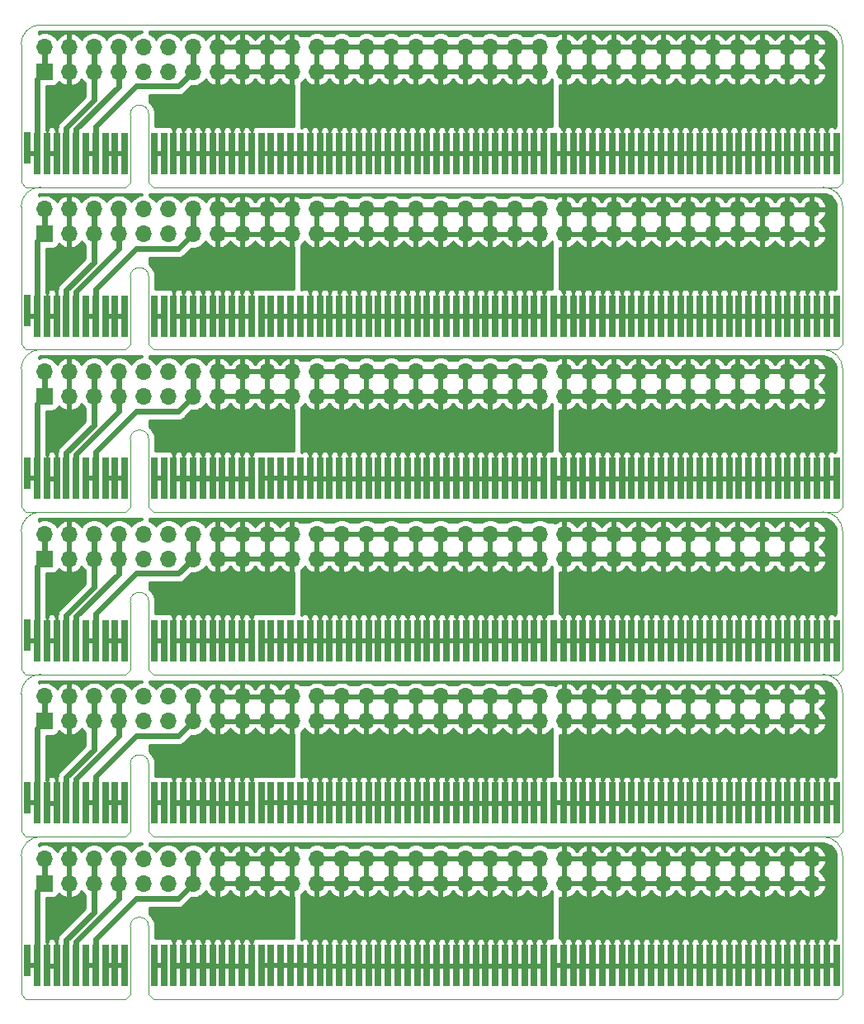
<source format=gbl>
G04 #@! TF.GenerationSoftware,KiCad,Pcbnew,(5.1.5)-3*
G04 #@! TF.CreationDate,2020-03-05T02:28:16+09:00*
G04 #@! TF.ProjectId,PCIeAdapter_x6,50434965-4164-4617-9074-65725f78362e,rev?*
G04 #@! TF.SameCoordinates,Original*
G04 #@! TF.FileFunction,Copper,L2,Bot*
G04 #@! TF.FilePolarity,Positive*
%FSLAX46Y46*%
G04 Gerber Fmt 4.6, Leading zero omitted, Abs format (unit mm)*
G04 Created by KiCad (PCBNEW (5.1.5)-3) date 2020-03-05 02:28:16*
%MOMM*%
%LPD*%
G04 APERTURE LIST*
%ADD10C,0.100000*%
%ADD11R,1.700000X1.700000*%
%ADD12O,1.700000X1.700000*%
%ADD13R,0.700000X4.300000*%
%ADD14R,0.700000X3.200000*%
%ADD15C,0.600000*%
%ADD16C,0.500000*%
%ADD17C,0.600000*%
%ADD18C,0.254000*%
%ADD19C,0.300000*%
%ADD20C,0.350000*%
G04 APERTURE END LIST*
D10*
X191650000Y-48550000D02*
G75*
G02X193650000Y-50550000I0J-2000000D01*
G01*
X191650000Y-65200000D02*
G75*
G02X193650000Y-67200000I0J-2000000D01*
G01*
X191650000Y-81850000D02*
G75*
G02X193650000Y-83850000I0J-2000000D01*
G01*
X191650000Y-98500000D02*
G75*
G02X193650000Y-100500000I0J-2000000D01*
G01*
X191650000Y-115150000D02*
G75*
G02X193650000Y-117150000I0J-2000000D01*
G01*
X193650000Y-56800000D02*
X193650000Y-50550000D01*
X193650000Y-73450000D02*
X193650000Y-67200000D01*
X193650000Y-90100000D02*
X193650000Y-83850000D01*
X193650000Y-106750000D02*
X193650000Y-100500000D01*
X193650000Y-123400000D02*
X193650000Y-117150000D01*
X109350000Y-56800000D02*
X109350000Y-50550000D01*
X109350000Y-73450000D02*
X109350000Y-67200000D01*
X109350000Y-90100000D02*
X109350000Y-83850000D01*
X109350000Y-106750000D02*
X109350000Y-100500000D01*
X109350000Y-123400000D02*
X109350000Y-117150000D01*
X109350000Y-50550000D02*
G75*
G02X111350000Y-48550000I2000000J0D01*
G01*
X109350000Y-67200000D02*
G75*
G02X111350000Y-65200000I2000000J0D01*
G01*
X109350000Y-83850000D02*
G75*
G02X111350000Y-81850000I2000000J0D01*
G01*
X109350000Y-100500000D02*
G75*
G02X111350000Y-98500000I2000000J0D01*
G01*
X109350000Y-117150000D02*
G75*
G02X111350000Y-115150000I2000000J0D01*
G01*
X111350000Y-48550000D02*
X191650000Y-48550000D01*
X191650000Y-131800000D02*
G75*
G02X193650000Y-133800000I0J-2000000D01*
G01*
X109350000Y-133800000D02*
G75*
G02X111350000Y-131800000I2000000J0D01*
G01*
X109350000Y-140050000D02*
X109350000Y-133800000D01*
X193650000Y-140050000D02*
X193650000Y-133800000D01*
X120550000Y-57750000D02*
X120550000Y-64700000D01*
X122450000Y-57750000D02*
X122450000Y-64700000D01*
X109350000Y-56800000D02*
X109350000Y-64700000D01*
X109850000Y-65200000D02*
X120050000Y-65200000D01*
X193650000Y-56800000D02*
X193650000Y-64700000D01*
X122950000Y-65200000D02*
X193150000Y-65200000D01*
X109350000Y-64700000D02*
X109850000Y-65200000D01*
X120550000Y-64700000D02*
X120050000Y-65200000D01*
X122450000Y-64700000D02*
X122950000Y-65200000D01*
X193650000Y-64700000D02*
X193150000Y-65200000D01*
X120550000Y-57750000D02*
G75*
G02X122450000Y-57750000I950000J0D01*
G01*
X120550000Y-74400000D02*
X120550000Y-81350000D01*
X122450000Y-74400000D02*
X122450000Y-81350000D01*
X109350000Y-73450000D02*
X109350000Y-81350000D01*
X109850000Y-81850000D02*
X120050000Y-81850000D01*
X193650000Y-73450000D02*
X193650000Y-81350000D01*
X122950000Y-81850000D02*
X193150000Y-81850000D01*
X109350000Y-81350000D02*
X109850000Y-81850000D01*
X120550000Y-81350000D02*
X120050000Y-81850000D01*
X122450000Y-81350000D02*
X122950000Y-81850000D01*
X193650000Y-81350000D02*
X193150000Y-81850000D01*
X120550000Y-74400000D02*
G75*
G02X122450000Y-74400000I950000J0D01*
G01*
X120550000Y-91050000D02*
X120550000Y-98000000D01*
X122450000Y-91050000D02*
X122450000Y-98000000D01*
X109350000Y-90100000D02*
X109350000Y-98000000D01*
X109850000Y-98500000D02*
X120050000Y-98500000D01*
X193650000Y-90100000D02*
X193650000Y-98000000D01*
X122950000Y-98500000D02*
X193150000Y-98500000D01*
X109350000Y-98000000D02*
X109850000Y-98500000D01*
X120550000Y-98000000D02*
X120050000Y-98500000D01*
X122450000Y-98000000D02*
X122950000Y-98500000D01*
X193650000Y-98000000D02*
X193150000Y-98500000D01*
X120550000Y-91050000D02*
G75*
G02X122450000Y-91050000I950000J0D01*
G01*
X120550000Y-107700000D02*
X120550000Y-114650000D01*
X122450000Y-107700000D02*
X122450000Y-114650000D01*
X109350000Y-106750000D02*
X109350000Y-114650000D01*
X109850000Y-115150000D02*
X120050000Y-115150000D01*
X193650000Y-106750000D02*
X193650000Y-114650000D01*
X122950000Y-115150000D02*
X193150000Y-115150000D01*
X109350000Y-114650000D02*
X109850000Y-115150000D01*
X120550000Y-114650000D02*
X120050000Y-115150000D01*
X122450000Y-114650000D02*
X122950000Y-115150000D01*
X193650000Y-114650000D02*
X193150000Y-115150000D01*
X120550000Y-107700000D02*
G75*
G02X122450000Y-107700000I950000J0D01*
G01*
X120550000Y-124350000D02*
X120550000Y-131300000D01*
X122450000Y-124350000D02*
X122450000Y-131300000D01*
X109350000Y-123400000D02*
X109350000Y-131300000D01*
X109850000Y-131800000D02*
X120050000Y-131800000D01*
X193650000Y-123400000D02*
X193650000Y-131300000D01*
X122950000Y-131800000D02*
X193150000Y-131800000D01*
X109350000Y-131300000D02*
X109850000Y-131800000D01*
X120550000Y-131300000D02*
X120050000Y-131800000D01*
X122450000Y-131300000D02*
X122950000Y-131800000D01*
X193650000Y-131300000D02*
X193150000Y-131800000D01*
X120550000Y-124350000D02*
G75*
G02X122450000Y-124350000I950000J0D01*
G01*
X120550000Y-141000000D02*
G75*
G02X122450000Y-141000000I950000J0D01*
G01*
X193650000Y-147950000D02*
X193150000Y-148450000D01*
X122450000Y-147950000D02*
X122950000Y-148450000D01*
X120550000Y-147950000D02*
X120050000Y-148450000D01*
X109350000Y-147950000D02*
X109850000Y-148450000D01*
X122950000Y-148450000D02*
X193150000Y-148450000D01*
X193650000Y-140050000D02*
X193650000Y-147950000D01*
X109850000Y-148450000D02*
X120050000Y-148450000D01*
X109350000Y-140050000D02*
X109350000Y-147950000D01*
X122450000Y-141000000D02*
X122450000Y-147950000D01*
X120550000Y-141000000D02*
X120550000Y-147950000D01*
D11*
X111760000Y-53350000D03*
D12*
X111760000Y-50810000D03*
X114300000Y-53350000D03*
X114300000Y-50810000D03*
X116840000Y-53350000D03*
X116840000Y-50810000D03*
X119380000Y-53350000D03*
X119380000Y-50810000D03*
X121920000Y-53350000D03*
X121920000Y-50810000D03*
X124460000Y-53350000D03*
X124460000Y-50810000D03*
X127000000Y-53350000D03*
X127000000Y-50810000D03*
X129540000Y-53350000D03*
X129540000Y-50810000D03*
X132080000Y-53350000D03*
X132080000Y-50810000D03*
X134620000Y-53350000D03*
X134620000Y-50810000D03*
X137160000Y-53350000D03*
X137160000Y-50810000D03*
X139700000Y-53350000D03*
X139700000Y-50810000D03*
X142240000Y-53350000D03*
X142240000Y-50810000D03*
X144780000Y-53350000D03*
X144780000Y-50810000D03*
X147320000Y-53350000D03*
X147320000Y-50810000D03*
X149860000Y-53350000D03*
X149860000Y-50810000D03*
X152400000Y-53350000D03*
X152400000Y-50810000D03*
X154940000Y-53350000D03*
X154940000Y-50810000D03*
X157480000Y-53350000D03*
X157480000Y-50810000D03*
X160020000Y-53350000D03*
X160020000Y-50810000D03*
X162560000Y-53350000D03*
X162560000Y-50810000D03*
X165100000Y-53350000D03*
X165100000Y-50810000D03*
X167640000Y-53350000D03*
X167640000Y-50810000D03*
X170180000Y-53350000D03*
X170180000Y-50810000D03*
X172720000Y-53350000D03*
X172720000Y-50810000D03*
X175260000Y-53350000D03*
X175260000Y-50810000D03*
X177800000Y-53350000D03*
X177800000Y-50810000D03*
X180340000Y-53350000D03*
X180340000Y-50810000D03*
X182880000Y-53350000D03*
X182880000Y-50810000D03*
X185420000Y-53350000D03*
X185420000Y-50810000D03*
X187960000Y-53350000D03*
X187960000Y-50810000D03*
X190500000Y-53350000D03*
X190500000Y-50810000D03*
D11*
X111760000Y-70000000D03*
D12*
X111760000Y-67460000D03*
X114300000Y-70000000D03*
X114300000Y-67460000D03*
X116840000Y-70000000D03*
X116840000Y-67460000D03*
X119380000Y-70000000D03*
X119380000Y-67460000D03*
X121920000Y-70000000D03*
X121920000Y-67460000D03*
X124460000Y-70000000D03*
X124460000Y-67460000D03*
X127000000Y-70000000D03*
X127000000Y-67460000D03*
X129540000Y-70000000D03*
X129540000Y-67460000D03*
X132080000Y-70000000D03*
X132080000Y-67460000D03*
X134620000Y-70000000D03*
X134620000Y-67460000D03*
X137160000Y-70000000D03*
X137160000Y-67460000D03*
X139700000Y-70000000D03*
X139700000Y-67460000D03*
X142240000Y-70000000D03*
X142240000Y-67460000D03*
X144780000Y-70000000D03*
X144780000Y-67460000D03*
X147320000Y-70000000D03*
X147320000Y-67460000D03*
X149860000Y-70000000D03*
X149860000Y-67460000D03*
X152400000Y-70000000D03*
X152400000Y-67460000D03*
X154940000Y-70000000D03*
X154940000Y-67460000D03*
X157480000Y-70000000D03*
X157480000Y-67460000D03*
X160020000Y-70000000D03*
X160020000Y-67460000D03*
X162560000Y-70000000D03*
X162560000Y-67460000D03*
X165100000Y-70000000D03*
X165100000Y-67460000D03*
X167640000Y-70000000D03*
X167640000Y-67460000D03*
X170180000Y-70000000D03*
X170180000Y-67460000D03*
X172720000Y-70000000D03*
X172720000Y-67460000D03*
X175260000Y-70000000D03*
X175260000Y-67460000D03*
X177800000Y-70000000D03*
X177800000Y-67460000D03*
X180340000Y-70000000D03*
X180340000Y-67460000D03*
X182880000Y-70000000D03*
X182880000Y-67460000D03*
X185420000Y-70000000D03*
X185420000Y-67460000D03*
X187960000Y-70000000D03*
X187960000Y-67460000D03*
X190500000Y-70000000D03*
X190500000Y-67460000D03*
D11*
X111760000Y-86650000D03*
D12*
X111760000Y-84110000D03*
X114300000Y-86650000D03*
X114300000Y-84110000D03*
X116840000Y-86650000D03*
X116840000Y-84110000D03*
X119380000Y-86650000D03*
X119380000Y-84110000D03*
X121920000Y-86650000D03*
X121920000Y-84110000D03*
X124460000Y-86650000D03*
X124460000Y-84110000D03*
X127000000Y-86650000D03*
X127000000Y-84110000D03*
X129540000Y-86650000D03*
X129540000Y-84110000D03*
X132080000Y-86650000D03*
X132080000Y-84110000D03*
X134620000Y-86650000D03*
X134620000Y-84110000D03*
X137160000Y-86650000D03*
X137160000Y-84110000D03*
X139700000Y-86650000D03*
X139700000Y-84110000D03*
X142240000Y-86650000D03*
X142240000Y-84110000D03*
X144780000Y-86650000D03*
X144780000Y-84110000D03*
X147320000Y-86650000D03*
X147320000Y-84110000D03*
X149860000Y-86650000D03*
X149860000Y-84110000D03*
X152400000Y-86650000D03*
X152400000Y-84110000D03*
X154940000Y-86650000D03*
X154940000Y-84110000D03*
X157480000Y-86650000D03*
X157480000Y-84110000D03*
X160020000Y-86650000D03*
X160020000Y-84110000D03*
X162560000Y-86650000D03*
X162560000Y-84110000D03*
X165100000Y-86650000D03*
X165100000Y-84110000D03*
X167640000Y-86650000D03*
X167640000Y-84110000D03*
X170180000Y-86650000D03*
X170180000Y-84110000D03*
X172720000Y-86650000D03*
X172720000Y-84110000D03*
X175260000Y-86650000D03*
X175260000Y-84110000D03*
X177800000Y-86650000D03*
X177800000Y-84110000D03*
X180340000Y-86650000D03*
X180340000Y-84110000D03*
X182880000Y-86650000D03*
X182880000Y-84110000D03*
X185420000Y-86650000D03*
X185420000Y-84110000D03*
X187960000Y-86650000D03*
X187960000Y-84110000D03*
X190500000Y-86650000D03*
X190500000Y-84110000D03*
D11*
X111760000Y-103300000D03*
D12*
X111760000Y-100760000D03*
X114300000Y-103300000D03*
X114300000Y-100760000D03*
X116840000Y-103300000D03*
X116840000Y-100760000D03*
X119380000Y-103300000D03*
X119380000Y-100760000D03*
X121920000Y-103300000D03*
X121920000Y-100760000D03*
X124460000Y-103300000D03*
X124460000Y-100760000D03*
X127000000Y-103300000D03*
X127000000Y-100760000D03*
X129540000Y-103300000D03*
X129540000Y-100760000D03*
X132080000Y-103300000D03*
X132080000Y-100760000D03*
X134620000Y-103300000D03*
X134620000Y-100760000D03*
X137160000Y-103300000D03*
X137160000Y-100760000D03*
X139700000Y-103300000D03*
X139700000Y-100760000D03*
X142240000Y-103300000D03*
X142240000Y-100760000D03*
X144780000Y-103300000D03*
X144780000Y-100760000D03*
X147320000Y-103300000D03*
X147320000Y-100760000D03*
X149860000Y-103300000D03*
X149860000Y-100760000D03*
X152400000Y-103300000D03*
X152400000Y-100760000D03*
X154940000Y-103300000D03*
X154940000Y-100760000D03*
X157480000Y-103300000D03*
X157480000Y-100760000D03*
X160020000Y-103300000D03*
X160020000Y-100760000D03*
X162560000Y-103300000D03*
X162560000Y-100760000D03*
X165100000Y-103300000D03*
X165100000Y-100760000D03*
X167640000Y-103300000D03*
X167640000Y-100760000D03*
X170180000Y-103300000D03*
X170180000Y-100760000D03*
X172720000Y-103300000D03*
X172720000Y-100760000D03*
X175260000Y-103300000D03*
X175260000Y-100760000D03*
X177800000Y-103300000D03*
X177800000Y-100760000D03*
X180340000Y-103300000D03*
X180340000Y-100760000D03*
X182880000Y-103300000D03*
X182880000Y-100760000D03*
X185420000Y-103300000D03*
X185420000Y-100760000D03*
X187960000Y-103300000D03*
X187960000Y-100760000D03*
X190500000Y-103300000D03*
X190500000Y-100760000D03*
D11*
X111760000Y-119950000D03*
D12*
X111760000Y-117410000D03*
X114300000Y-119950000D03*
X114300000Y-117410000D03*
X116840000Y-119950000D03*
X116840000Y-117410000D03*
X119380000Y-119950000D03*
X119380000Y-117410000D03*
X121920000Y-119950000D03*
X121920000Y-117410000D03*
X124460000Y-119950000D03*
X124460000Y-117410000D03*
X127000000Y-119950000D03*
X127000000Y-117410000D03*
X129540000Y-119950000D03*
X129540000Y-117410000D03*
X132080000Y-119950000D03*
X132080000Y-117410000D03*
X134620000Y-119950000D03*
X134620000Y-117410000D03*
X137160000Y-119950000D03*
X137160000Y-117410000D03*
X139700000Y-119950000D03*
X139700000Y-117410000D03*
X142240000Y-119950000D03*
X142240000Y-117410000D03*
X144780000Y-119950000D03*
X144780000Y-117410000D03*
X147320000Y-119950000D03*
X147320000Y-117410000D03*
X149860000Y-119950000D03*
X149860000Y-117410000D03*
X152400000Y-119950000D03*
X152400000Y-117410000D03*
X154940000Y-119950000D03*
X154940000Y-117410000D03*
X157480000Y-119950000D03*
X157480000Y-117410000D03*
X160020000Y-119950000D03*
X160020000Y-117410000D03*
X162560000Y-119950000D03*
X162560000Y-117410000D03*
X165100000Y-119950000D03*
X165100000Y-117410000D03*
X167640000Y-119950000D03*
X167640000Y-117410000D03*
X170180000Y-119950000D03*
X170180000Y-117410000D03*
X172720000Y-119950000D03*
X172720000Y-117410000D03*
X175260000Y-119950000D03*
X175260000Y-117410000D03*
X177800000Y-119950000D03*
X177800000Y-117410000D03*
X180340000Y-119950000D03*
X180340000Y-117410000D03*
X182880000Y-119950000D03*
X182880000Y-117410000D03*
X185420000Y-119950000D03*
X185420000Y-117410000D03*
X187960000Y-119950000D03*
X187960000Y-117410000D03*
X190500000Y-119950000D03*
X190500000Y-117410000D03*
D13*
X152000000Y-61750000D03*
X151000000Y-61750000D03*
X150000000Y-61750000D03*
X149000000Y-61750000D03*
X148000000Y-61750000D03*
X147000000Y-61750000D03*
X146000000Y-61750000D03*
X145000000Y-61750000D03*
X144000000Y-61750000D03*
X143000000Y-61750000D03*
X142000000Y-61750000D03*
X141000000Y-61750000D03*
X140000000Y-61750000D03*
X139000000Y-61750000D03*
X138000000Y-61750000D03*
X137000000Y-61750000D03*
X136000000Y-61750000D03*
X135000000Y-61750000D03*
X134000000Y-61750000D03*
X133000000Y-61750000D03*
X132000000Y-61750000D03*
X131000000Y-61750000D03*
X130000000Y-61750000D03*
D14*
X110000000Y-61200000D03*
D13*
X111000000Y-61750000D03*
X112000000Y-61750000D03*
X113000000Y-61750000D03*
X114000000Y-61750000D03*
X115000000Y-61750000D03*
X116000000Y-61750000D03*
X117000000Y-61750000D03*
X118000000Y-61750000D03*
X119000000Y-61750000D03*
X120000000Y-61750000D03*
X125000000Y-61750000D03*
X126000000Y-61750000D03*
X127000000Y-61750000D03*
X128000000Y-61750000D03*
X129000000Y-61750000D03*
X123000000Y-61750000D03*
X124000000Y-61750000D03*
X153000000Y-61750000D03*
X154000000Y-61750000D03*
X155000000Y-61750000D03*
X156000000Y-61750000D03*
X157000000Y-61750000D03*
X158000000Y-61750000D03*
X159000000Y-61750000D03*
X160000000Y-61750000D03*
X161000000Y-61750000D03*
X162000000Y-61750000D03*
X163000000Y-61750000D03*
X164000000Y-61750000D03*
X165000000Y-61750000D03*
X166000000Y-61750000D03*
X167000000Y-61750000D03*
X168000000Y-61750000D03*
X169000000Y-61750000D03*
X170000000Y-61750000D03*
X171000000Y-61750000D03*
X172000000Y-61750000D03*
X173000000Y-61750000D03*
X174000000Y-61750000D03*
X175000000Y-61750000D03*
X176000000Y-61750000D03*
X177000000Y-61750000D03*
X178000000Y-61750000D03*
X179000000Y-61750000D03*
X180000000Y-61750000D03*
X181000000Y-61750000D03*
X182000000Y-61750000D03*
X183000000Y-61750000D03*
X184000000Y-61750000D03*
X185000000Y-61750000D03*
X186000000Y-61750000D03*
X187000000Y-61750000D03*
X188000000Y-61750000D03*
X189000000Y-61750000D03*
X190000000Y-61750000D03*
X191000000Y-61750000D03*
X192000000Y-61750000D03*
X193000000Y-61750000D03*
X152000000Y-78400000D03*
X151000000Y-78400000D03*
X150000000Y-78400000D03*
X149000000Y-78400000D03*
X148000000Y-78400000D03*
X147000000Y-78400000D03*
X146000000Y-78400000D03*
X145000000Y-78400000D03*
X144000000Y-78400000D03*
X143000000Y-78400000D03*
X142000000Y-78400000D03*
X141000000Y-78400000D03*
X140000000Y-78400000D03*
X139000000Y-78400000D03*
X138000000Y-78400000D03*
X137000000Y-78400000D03*
X136000000Y-78400000D03*
X135000000Y-78400000D03*
X134000000Y-78400000D03*
X133000000Y-78400000D03*
X132000000Y-78400000D03*
X131000000Y-78400000D03*
X130000000Y-78400000D03*
D14*
X110000000Y-77850000D03*
D13*
X111000000Y-78400000D03*
X112000000Y-78400000D03*
X113000000Y-78400000D03*
X114000000Y-78400000D03*
X115000000Y-78400000D03*
X116000000Y-78400000D03*
X117000000Y-78400000D03*
X118000000Y-78400000D03*
X119000000Y-78400000D03*
X120000000Y-78400000D03*
X125000000Y-78400000D03*
X126000000Y-78400000D03*
X127000000Y-78400000D03*
X128000000Y-78400000D03*
X129000000Y-78400000D03*
X123000000Y-78400000D03*
X124000000Y-78400000D03*
X153000000Y-78400000D03*
X154000000Y-78400000D03*
X155000000Y-78400000D03*
X156000000Y-78400000D03*
X157000000Y-78400000D03*
X158000000Y-78400000D03*
X159000000Y-78400000D03*
X160000000Y-78400000D03*
X161000000Y-78400000D03*
X162000000Y-78400000D03*
X163000000Y-78400000D03*
X164000000Y-78400000D03*
X165000000Y-78400000D03*
X166000000Y-78400000D03*
X167000000Y-78400000D03*
X168000000Y-78400000D03*
X169000000Y-78400000D03*
X170000000Y-78400000D03*
X171000000Y-78400000D03*
X172000000Y-78400000D03*
X173000000Y-78400000D03*
X174000000Y-78400000D03*
X175000000Y-78400000D03*
X176000000Y-78400000D03*
X177000000Y-78400000D03*
X178000000Y-78400000D03*
X179000000Y-78400000D03*
X180000000Y-78400000D03*
X181000000Y-78400000D03*
X182000000Y-78400000D03*
X183000000Y-78400000D03*
X184000000Y-78400000D03*
X185000000Y-78400000D03*
X186000000Y-78400000D03*
X187000000Y-78400000D03*
X188000000Y-78400000D03*
X189000000Y-78400000D03*
X190000000Y-78400000D03*
X191000000Y-78400000D03*
X192000000Y-78400000D03*
X193000000Y-78400000D03*
X152000000Y-95050000D03*
X151000000Y-95050000D03*
X150000000Y-95050000D03*
X149000000Y-95050000D03*
X148000000Y-95050000D03*
X147000000Y-95050000D03*
X146000000Y-95050000D03*
X145000000Y-95050000D03*
X144000000Y-95050000D03*
X143000000Y-95050000D03*
X142000000Y-95050000D03*
X141000000Y-95050000D03*
X140000000Y-95050000D03*
X139000000Y-95050000D03*
X138000000Y-95050000D03*
X137000000Y-95050000D03*
X136000000Y-95050000D03*
X135000000Y-95050000D03*
X134000000Y-95050000D03*
X133000000Y-95050000D03*
X132000000Y-95050000D03*
X131000000Y-95050000D03*
X130000000Y-95050000D03*
D14*
X110000000Y-94500000D03*
D13*
X111000000Y-95050000D03*
X112000000Y-95050000D03*
X113000000Y-95050000D03*
X114000000Y-95050000D03*
X115000000Y-95050000D03*
X116000000Y-95050000D03*
X117000000Y-95050000D03*
X118000000Y-95050000D03*
X119000000Y-95050000D03*
X120000000Y-95050000D03*
X125000000Y-95050000D03*
X126000000Y-95050000D03*
X127000000Y-95050000D03*
X128000000Y-95050000D03*
X129000000Y-95050000D03*
X123000000Y-95050000D03*
X124000000Y-95050000D03*
X153000000Y-95050000D03*
X154000000Y-95050000D03*
X155000000Y-95050000D03*
X156000000Y-95050000D03*
X157000000Y-95050000D03*
X158000000Y-95050000D03*
X159000000Y-95050000D03*
X160000000Y-95050000D03*
X161000000Y-95050000D03*
X162000000Y-95050000D03*
X163000000Y-95050000D03*
X164000000Y-95050000D03*
X165000000Y-95050000D03*
X166000000Y-95050000D03*
X167000000Y-95050000D03*
X168000000Y-95050000D03*
X169000000Y-95050000D03*
X170000000Y-95050000D03*
X171000000Y-95050000D03*
X172000000Y-95050000D03*
X173000000Y-95050000D03*
X174000000Y-95050000D03*
X175000000Y-95050000D03*
X176000000Y-95050000D03*
X177000000Y-95050000D03*
X178000000Y-95050000D03*
X179000000Y-95050000D03*
X180000000Y-95050000D03*
X181000000Y-95050000D03*
X182000000Y-95050000D03*
X183000000Y-95050000D03*
X184000000Y-95050000D03*
X185000000Y-95050000D03*
X186000000Y-95050000D03*
X187000000Y-95050000D03*
X188000000Y-95050000D03*
X189000000Y-95050000D03*
X190000000Y-95050000D03*
X191000000Y-95050000D03*
X192000000Y-95050000D03*
X193000000Y-95050000D03*
X152000000Y-111700000D03*
X151000000Y-111700000D03*
X150000000Y-111700000D03*
X149000000Y-111700000D03*
X148000000Y-111700000D03*
X147000000Y-111700000D03*
X146000000Y-111700000D03*
X145000000Y-111700000D03*
X144000000Y-111700000D03*
X143000000Y-111700000D03*
X142000000Y-111700000D03*
X141000000Y-111700000D03*
X140000000Y-111700000D03*
X139000000Y-111700000D03*
X138000000Y-111700000D03*
X137000000Y-111700000D03*
X136000000Y-111700000D03*
X135000000Y-111700000D03*
X134000000Y-111700000D03*
X133000000Y-111700000D03*
X132000000Y-111700000D03*
X131000000Y-111700000D03*
X130000000Y-111700000D03*
D14*
X110000000Y-111150000D03*
D13*
X111000000Y-111700000D03*
X112000000Y-111700000D03*
X113000000Y-111700000D03*
X114000000Y-111700000D03*
X115000000Y-111700000D03*
X116000000Y-111700000D03*
X117000000Y-111700000D03*
X118000000Y-111700000D03*
X119000000Y-111700000D03*
X120000000Y-111700000D03*
X125000000Y-111700000D03*
X126000000Y-111700000D03*
X127000000Y-111700000D03*
X128000000Y-111700000D03*
X129000000Y-111700000D03*
X123000000Y-111700000D03*
X124000000Y-111700000D03*
X153000000Y-111700000D03*
X154000000Y-111700000D03*
X155000000Y-111700000D03*
X156000000Y-111700000D03*
X157000000Y-111700000D03*
X158000000Y-111700000D03*
X159000000Y-111700000D03*
X160000000Y-111700000D03*
X161000000Y-111700000D03*
X162000000Y-111700000D03*
X163000000Y-111700000D03*
X164000000Y-111700000D03*
X165000000Y-111700000D03*
X166000000Y-111700000D03*
X167000000Y-111700000D03*
X168000000Y-111700000D03*
X169000000Y-111700000D03*
X170000000Y-111700000D03*
X171000000Y-111700000D03*
X172000000Y-111700000D03*
X173000000Y-111700000D03*
X174000000Y-111700000D03*
X175000000Y-111700000D03*
X176000000Y-111700000D03*
X177000000Y-111700000D03*
X178000000Y-111700000D03*
X179000000Y-111700000D03*
X180000000Y-111700000D03*
X181000000Y-111700000D03*
X182000000Y-111700000D03*
X183000000Y-111700000D03*
X184000000Y-111700000D03*
X185000000Y-111700000D03*
X186000000Y-111700000D03*
X187000000Y-111700000D03*
X188000000Y-111700000D03*
X189000000Y-111700000D03*
X190000000Y-111700000D03*
X191000000Y-111700000D03*
X192000000Y-111700000D03*
X193000000Y-111700000D03*
X152000000Y-128350000D03*
X151000000Y-128350000D03*
X150000000Y-128350000D03*
X149000000Y-128350000D03*
X148000000Y-128350000D03*
X147000000Y-128350000D03*
X146000000Y-128350000D03*
X145000000Y-128350000D03*
X144000000Y-128350000D03*
X143000000Y-128350000D03*
X142000000Y-128350000D03*
X141000000Y-128350000D03*
X140000000Y-128350000D03*
X139000000Y-128350000D03*
X138000000Y-128350000D03*
X137000000Y-128350000D03*
X136000000Y-128350000D03*
X135000000Y-128350000D03*
X134000000Y-128350000D03*
X133000000Y-128350000D03*
X132000000Y-128350000D03*
X131000000Y-128350000D03*
X130000000Y-128350000D03*
D14*
X110000000Y-127800000D03*
D13*
X111000000Y-128350000D03*
X112000000Y-128350000D03*
X113000000Y-128350000D03*
X114000000Y-128350000D03*
X115000000Y-128350000D03*
X116000000Y-128350000D03*
X117000000Y-128350000D03*
X118000000Y-128350000D03*
X119000000Y-128350000D03*
X120000000Y-128350000D03*
X125000000Y-128350000D03*
X126000000Y-128350000D03*
X127000000Y-128350000D03*
X128000000Y-128350000D03*
X129000000Y-128350000D03*
X123000000Y-128350000D03*
X124000000Y-128350000D03*
X153000000Y-128350000D03*
X154000000Y-128350000D03*
X155000000Y-128350000D03*
X156000000Y-128350000D03*
X157000000Y-128350000D03*
X158000000Y-128350000D03*
X159000000Y-128350000D03*
X160000000Y-128350000D03*
X161000000Y-128350000D03*
X162000000Y-128350000D03*
X163000000Y-128350000D03*
X164000000Y-128350000D03*
X165000000Y-128350000D03*
X166000000Y-128350000D03*
X167000000Y-128350000D03*
X168000000Y-128350000D03*
X169000000Y-128350000D03*
X170000000Y-128350000D03*
X171000000Y-128350000D03*
X172000000Y-128350000D03*
X173000000Y-128350000D03*
X174000000Y-128350000D03*
X175000000Y-128350000D03*
X176000000Y-128350000D03*
X177000000Y-128350000D03*
X178000000Y-128350000D03*
X179000000Y-128350000D03*
X180000000Y-128350000D03*
X181000000Y-128350000D03*
X182000000Y-128350000D03*
X183000000Y-128350000D03*
X184000000Y-128350000D03*
X185000000Y-128350000D03*
X186000000Y-128350000D03*
X187000000Y-128350000D03*
X188000000Y-128350000D03*
X189000000Y-128350000D03*
X190000000Y-128350000D03*
X191000000Y-128350000D03*
X192000000Y-128350000D03*
X193000000Y-128350000D03*
D12*
X190500000Y-134060000D03*
X190500000Y-136600000D03*
X187960000Y-134060000D03*
X187960000Y-136600000D03*
X185420000Y-134060000D03*
X185420000Y-136600000D03*
X182880000Y-134060000D03*
X182880000Y-136600000D03*
X180340000Y-134060000D03*
X180340000Y-136600000D03*
X177800000Y-134060000D03*
X177800000Y-136600000D03*
X175260000Y-134060000D03*
X175260000Y-136600000D03*
X172720000Y-134060000D03*
X172720000Y-136600000D03*
X170180000Y-134060000D03*
X170180000Y-136600000D03*
X167640000Y-134060000D03*
X167640000Y-136600000D03*
X165100000Y-134060000D03*
X165100000Y-136600000D03*
X162560000Y-134060000D03*
X162560000Y-136600000D03*
X160020000Y-134060000D03*
X160020000Y-136600000D03*
X157480000Y-134060000D03*
X157480000Y-136600000D03*
X154940000Y-134060000D03*
X154940000Y-136600000D03*
X152400000Y-134060000D03*
X152400000Y-136600000D03*
X149860000Y-134060000D03*
X149860000Y-136600000D03*
X147320000Y-134060000D03*
X147320000Y-136600000D03*
X144780000Y-134060000D03*
X144780000Y-136600000D03*
X142240000Y-134060000D03*
X142240000Y-136600000D03*
X139700000Y-134060000D03*
X139700000Y-136600000D03*
X137160000Y-134060000D03*
X137160000Y-136600000D03*
X134620000Y-134060000D03*
X134620000Y-136600000D03*
X132080000Y-134060000D03*
X132080000Y-136600000D03*
X129540000Y-134060000D03*
X129540000Y-136600000D03*
X127000000Y-134060000D03*
X127000000Y-136600000D03*
X124460000Y-134060000D03*
X124460000Y-136600000D03*
X121920000Y-134060000D03*
X121920000Y-136600000D03*
X119380000Y-134060000D03*
X119380000Y-136600000D03*
X116840000Y-134060000D03*
X116840000Y-136600000D03*
X114300000Y-134060000D03*
X114300000Y-136600000D03*
X111760000Y-134060000D03*
D11*
X111760000Y-136600000D03*
D13*
X193000000Y-145000000D03*
X192000000Y-145000000D03*
X191000000Y-145000000D03*
X190000000Y-145000000D03*
X189000000Y-145000000D03*
X188000000Y-145000000D03*
X187000000Y-145000000D03*
X186000000Y-145000000D03*
X185000000Y-145000000D03*
X184000000Y-145000000D03*
X183000000Y-145000000D03*
X182000000Y-145000000D03*
X181000000Y-145000000D03*
X180000000Y-145000000D03*
X179000000Y-145000000D03*
X178000000Y-145000000D03*
X177000000Y-145000000D03*
X176000000Y-145000000D03*
X175000000Y-145000000D03*
X174000000Y-145000000D03*
X173000000Y-145000000D03*
X172000000Y-145000000D03*
X171000000Y-145000000D03*
X170000000Y-145000000D03*
X169000000Y-145000000D03*
X168000000Y-145000000D03*
X167000000Y-145000000D03*
X166000000Y-145000000D03*
X165000000Y-145000000D03*
X164000000Y-145000000D03*
X163000000Y-145000000D03*
X162000000Y-145000000D03*
X161000000Y-145000000D03*
X160000000Y-145000000D03*
X159000000Y-145000000D03*
X158000000Y-145000000D03*
X157000000Y-145000000D03*
X156000000Y-145000000D03*
X155000000Y-145000000D03*
X154000000Y-145000000D03*
X153000000Y-145000000D03*
X124000000Y-145000000D03*
X123000000Y-145000000D03*
X129000000Y-145000000D03*
X128000000Y-145000000D03*
X127000000Y-145000000D03*
X126000000Y-145000000D03*
X125000000Y-145000000D03*
X120000000Y-145000000D03*
X119000000Y-145000000D03*
X118000000Y-145000000D03*
X117000000Y-145000000D03*
X116000000Y-145000000D03*
X115000000Y-145000000D03*
X114000000Y-145000000D03*
X113000000Y-145000000D03*
X112000000Y-145000000D03*
X111000000Y-145000000D03*
D14*
X110000000Y-144450000D03*
D13*
X130000000Y-145000000D03*
X131000000Y-145000000D03*
X132000000Y-145000000D03*
X133000000Y-145000000D03*
X134000000Y-145000000D03*
X135000000Y-145000000D03*
X136000000Y-145000000D03*
X137000000Y-145000000D03*
X138000000Y-145000000D03*
X139000000Y-145000000D03*
X140000000Y-145000000D03*
X141000000Y-145000000D03*
X142000000Y-145000000D03*
X143000000Y-145000000D03*
X144000000Y-145000000D03*
X145000000Y-145000000D03*
X146000000Y-145000000D03*
X147000000Y-145000000D03*
X148000000Y-145000000D03*
X149000000Y-145000000D03*
X150000000Y-145000000D03*
X151000000Y-145000000D03*
X152000000Y-145000000D03*
D15*
X123150000Y-132750000D03*
X192000000Y-142000000D03*
X190000000Y-140000000D03*
X188000000Y-142000000D03*
X186000000Y-140000000D03*
X184000000Y-142000000D03*
X180000000Y-142000000D03*
X176000000Y-142000000D03*
X174000000Y-140000000D03*
X172000000Y-142000000D03*
X168000000Y-142000000D03*
X166000000Y-140000000D03*
X127000000Y-142000000D03*
X138450000Y-132650000D03*
X163850000Y-132650000D03*
X146100000Y-132650000D03*
X156250000Y-132650000D03*
X137000000Y-140000000D03*
X129000000Y-140000000D03*
X131000000Y-142000000D03*
X135000000Y-142000000D03*
X125000000Y-140000000D03*
X188000000Y-125350000D03*
X188000000Y-108700000D03*
X188000000Y-92050000D03*
X188000000Y-75400000D03*
X188000000Y-58750000D03*
X186000000Y-123350000D03*
X186000000Y-106700000D03*
X186000000Y-90050000D03*
X186000000Y-73400000D03*
X186000000Y-56750000D03*
X180000000Y-125350000D03*
X180000000Y-108700000D03*
X180000000Y-92050000D03*
X180000000Y-75400000D03*
X180000000Y-58750000D03*
X127000000Y-125350000D03*
X127000000Y-108700000D03*
X127000000Y-92050000D03*
X127000000Y-75400000D03*
X127000000Y-58750000D03*
X192000000Y-125350000D03*
X192000000Y-108700000D03*
X192000000Y-92050000D03*
X192000000Y-75400000D03*
X192000000Y-58750000D03*
X129000000Y-123350000D03*
X129000000Y-106700000D03*
X129000000Y-90050000D03*
X129000000Y-73400000D03*
X129000000Y-56750000D03*
X172000000Y-125350000D03*
X172000000Y-108700000D03*
X172000000Y-92050000D03*
X172000000Y-75400000D03*
X172000000Y-58750000D03*
X125000000Y-123350000D03*
X125000000Y-106700000D03*
X125000000Y-90050000D03*
X125000000Y-73400000D03*
X125000000Y-56750000D03*
X135000000Y-125350000D03*
X135000000Y-108700000D03*
X135000000Y-92050000D03*
X135000000Y-75400000D03*
X135000000Y-58750000D03*
X137000000Y-123350000D03*
X137000000Y-106700000D03*
X137000000Y-90050000D03*
X137000000Y-73400000D03*
X137000000Y-56750000D03*
X131000000Y-125350000D03*
X131000000Y-108700000D03*
X131000000Y-92050000D03*
X131000000Y-75400000D03*
X131000000Y-58750000D03*
X190000000Y-123350000D03*
X190000000Y-106700000D03*
X190000000Y-90050000D03*
X190000000Y-73400000D03*
X190000000Y-56750000D03*
X184000000Y-125350000D03*
X184000000Y-108700000D03*
X184000000Y-92050000D03*
X184000000Y-75400000D03*
X184000000Y-58750000D03*
X166000000Y-123350000D03*
X166000000Y-106700000D03*
X166000000Y-90050000D03*
X166000000Y-73400000D03*
X166000000Y-56750000D03*
X174000000Y-123350000D03*
X174000000Y-106700000D03*
X174000000Y-90050000D03*
X174000000Y-73400000D03*
X174000000Y-56750000D03*
X176000000Y-125350000D03*
X176000000Y-108700000D03*
X176000000Y-92050000D03*
X176000000Y-75400000D03*
X176000000Y-58750000D03*
X168000000Y-125350000D03*
X168000000Y-108700000D03*
X168000000Y-92050000D03*
X168000000Y-75400000D03*
X168000000Y-58750000D03*
X163850000Y-116000000D03*
X163850000Y-99350000D03*
X163850000Y-82700000D03*
X163850000Y-66050000D03*
X163850000Y-49400000D03*
X146100000Y-116000000D03*
X146100000Y-99350000D03*
X146100000Y-82700000D03*
X146100000Y-66050000D03*
X146100000Y-49400000D03*
X123150000Y-116100000D03*
X123150000Y-99450000D03*
X123150000Y-82800000D03*
X123150000Y-66150000D03*
X123150000Y-49500000D03*
X156250000Y-116000000D03*
X156250000Y-99350000D03*
X156250000Y-82700000D03*
X156250000Y-66050000D03*
X156250000Y-49400000D03*
X138450000Y-116000000D03*
X138450000Y-99350000D03*
X138450000Y-82700000D03*
X138450000Y-66050000D03*
X138450000Y-49400000D03*
X163000000Y-142000000D03*
X161000000Y-140000000D03*
X159000000Y-142000000D03*
X157000000Y-140000000D03*
X155000000Y-142000000D03*
X153000000Y-140000000D03*
X151000000Y-142000000D03*
X149000000Y-140000000D03*
X147000000Y-142000000D03*
X145000000Y-140000000D03*
X143000000Y-142000000D03*
X141000000Y-140000000D03*
X139000000Y-142000000D03*
X157000000Y-123350000D03*
X157000000Y-106700000D03*
X157000000Y-90050000D03*
X157000000Y-73400000D03*
X157000000Y-56750000D03*
X153000000Y-123350000D03*
X153000000Y-106700000D03*
X153000000Y-90050000D03*
X153000000Y-73400000D03*
X153000000Y-56750000D03*
X149000000Y-123350000D03*
X149000000Y-106700000D03*
X149000000Y-90050000D03*
X149000000Y-73400000D03*
X149000000Y-56750000D03*
X147000000Y-125350000D03*
X147000000Y-108700000D03*
X147000000Y-92050000D03*
X147000000Y-75400000D03*
X147000000Y-58750000D03*
X141000000Y-123350000D03*
X141000000Y-106700000D03*
X141000000Y-90050000D03*
X141000000Y-73400000D03*
X141000000Y-56750000D03*
X159000000Y-125350000D03*
X159000000Y-108700000D03*
X159000000Y-92050000D03*
X159000000Y-75400000D03*
X159000000Y-58750000D03*
X151000000Y-125350000D03*
X151000000Y-108700000D03*
X151000000Y-92050000D03*
X151000000Y-75400000D03*
X151000000Y-58750000D03*
X155000000Y-125350000D03*
X155000000Y-108700000D03*
X155000000Y-92050000D03*
X155000000Y-75400000D03*
X155000000Y-58750000D03*
X145000000Y-123350000D03*
X145000000Y-106700000D03*
X145000000Y-90050000D03*
X145000000Y-73400000D03*
X145000000Y-56750000D03*
X163000000Y-125350000D03*
X163000000Y-108700000D03*
X163000000Y-92050000D03*
X163000000Y-75400000D03*
X163000000Y-58750000D03*
X161000000Y-123350000D03*
X161000000Y-106700000D03*
X161000000Y-90050000D03*
X161000000Y-73400000D03*
X161000000Y-56750000D03*
X139000000Y-125350000D03*
X139000000Y-108700000D03*
X139000000Y-92050000D03*
X139000000Y-75400000D03*
X139000000Y-58750000D03*
X143000000Y-125350000D03*
X143000000Y-108700000D03*
X143000000Y-92050000D03*
X143000000Y-75400000D03*
X143000000Y-58750000D03*
X112500000Y-141900000D03*
X115600000Y-138000000D03*
X112200000Y-138400000D03*
X120650000Y-132750000D03*
X113000000Y-132700000D03*
X113000000Y-116050000D03*
X113000000Y-99400000D03*
X113000000Y-82750000D03*
X113000000Y-66100000D03*
X113000000Y-49450000D03*
X112200000Y-121750000D03*
X112200000Y-105100000D03*
X112200000Y-88450000D03*
X112200000Y-71800000D03*
X112200000Y-55150000D03*
X120650000Y-116100000D03*
X120650000Y-99450000D03*
X120650000Y-82800000D03*
X120650000Y-66150000D03*
X120650000Y-49500000D03*
X112500000Y-125250000D03*
X112500000Y-108600000D03*
X112500000Y-91950000D03*
X112500000Y-75300000D03*
X112500000Y-58650000D03*
X115600000Y-121350000D03*
X115600000Y-104700000D03*
X115600000Y-88050000D03*
X115600000Y-71400000D03*
X115600000Y-54750000D03*
D16*
X118000000Y-145000000D02*
X120000000Y-145000000D01*
X118000000Y-128350000D02*
X120000000Y-128350000D01*
X118000000Y-111700000D02*
X120000000Y-111700000D01*
X118000000Y-95050000D02*
X120000000Y-95050000D01*
X118000000Y-78400000D02*
X120000000Y-78400000D01*
X118000000Y-61750000D02*
X120000000Y-61750000D01*
X124000000Y-145000000D02*
X123000000Y-145000000D01*
X124000000Y-128350000D02*
X123000000Y-128350000D01*
X124000000Y-111700000D02*
X123000000Y-111700000D01*
X124000000Y-95050000D02*
X123000000Y-95050000D01*
X124000000Y-78400000D02*
X123000000Y-78400000D01*
X124000000Y-61750000D02*
X123000000Y-61750000D01*
X125000000Y-145000000D02*
X129000000Y-145000000D01*
X165000000Y-145000000D02*
X164000000Y-145000000D01*
X192000000Y-145000000D02*
X193000000Y-145000000D01*
X165000000Y-128350000D02*
X164000000Y-128350000D01*
X165000000Y-111700000D02*
X164000000Y-111700000D01*
X165000000Y-95050000D02*
X164000000Y-95050000D01*
X165000000Y-78400000D02*
X164000000Y-78400000D01*
X165000000Y-61750000D02*
X164000000Y-61750000D01*
X192000000Y-128350000D02*
X193000000Y-128350000D01*
X192000000Y-111700000D02*
X193000000Y-111700000D01*
X192000000Y-95050000D02*
X193000000Y-95050000D01*
X192000000Y-78400000D02*
X193000000Y-78400000D01*
X192000000Y-61750000D02*
X193000000Y-61750000D01*
X125000000Y-128350000D02*
X129000000Y-128350000D01*
X125000000Y-111700000D02*
X129000000Y-111700000D01*
X125000000Y-95050000D02*
X129000000Y-95050000D01*
X125000000Y-78400000D02*
X129000000Y-78400000D01*
X125000000Y-61750000D02*
X129000000Y-61750000D01*
X139000000Y-145000000D02*
X134000000Y-145000000D01*
X139000000Y-128350000D02*
X134000000Y-128350000D01*
X139000000Y-111700000D02*
X134000000Y-111700000D01*
X139000000Y-95050000D02*
X134000000Y-95050000D01*
X139000000Y-78400000D02*
X134000000Y-78400000D01*
X139000000Y-61750000D02*
X134000000Y-61750000D01*
D17*
X111760000Y-136500000D02*
X111760000Y-133960000D01*
D16*
X111000000Y-145000000D02*
X110000000Y-145000000D01*
D17*
X111000000Y-137360000D02*
X111760000Y-136600000D01*
X111000000Y-145000000D02*
X111000000Y-137360000D01*
D16*
X111000000Y-128350000D02*
X110000000Y-128350000D01*
X111000000Y-111700000D02*
X110000000Y-111700000D01*
X111000000Y-95050000D02*
X110000000Y-95050000D01*
X111000000Y-78400000D02*
X110000000Y-78400000D01*
X111000000Y-61750000D02*
X110000000Y-61750000D01*
D17*
X111000000Y-128350000D02*
X111000000Y-120710000D01*
X111000000Y-111700000D02*
X111000000Y-104060000D01*
X111000000Y-95050000D02*
X111000000Y-87410000D01*
X111000000Y-78400000D02*
X111000000Y-70760000D01*
X111000000Y-61750000D02*
X111000000Y-54110000D01*
X111000000Y-120710000D02*
X111760000Y-119950000D01*
X111000000Y-104060000D02*
X111760000Y-103300000D01*
X111000000Y-87410000D02*
X111760000Y-86650000D01*
X111000000Y-70760000D02*
X111760000Y-70000000D01*
X111000000Y-54110000D02*
X111760000Y-53350000D01*
X111760000Y-119850000D02*
X111760000Y-117310000D01*
X111760000Y-103200000D02*
X111760000Y-100660000D01*
X111760000Y-86550000D02*
X111760000Y-84010000D01*
X111760000Y-69900000D02*
X111760000Y-67360000D01*
X111760000Y-53250000D02*
X111760000Y-50710000D01*
D16*
X116000000Y-145000000D02*
X117000000Y-145000000D01*
D17*
X127000000Y-134060000D02*
X127000000Y-136540000D01*
X121137766Y-138100000D02*
X117000000Y-142237766D01*
X127000000Y-136600000D02*
X125500000Y-138100000D01*
X117000000Y-142237766D02*
X117000000Y-145000000D01*
X125500000Y-138100000D02*
X121137766Y-138100000D01*
X127000000Y-117410000D02*
X127000000Y-119890000D01*
X127000000Y-100760000D02*
X127000000Y-103240000D01*
X127000000Y-84110000D02*
X127000000Y-86590000D01*
X127000000Y-67460000D02*
X127000000Y-69940000D01*
X127000000Y-50810000D02*
X127000000Y-53290000D01*
X121137766Y-121450000D02*
X117000000Y-125587766D01*
X121137766Y-104800000D02*
X117000000Y-108937766D01*
X121137766Y-88150000D02*
X117000000Y-92287766D01*
X121137766Y-71500000D02*
X117000000Y-75637766D01*
X121137766Y-54850000D02*
X117000000Y-58987766D01*
X125500000Y-121450000D02*
X121137766Y-121450000D01*
X125500000Y-104800000D02*
X121137766Y-104800000D01*
X125500000Y-88150000D02*
X121137766Y-88150000D01*
X125500000Y-71500000D02*
X121137766Y-71500000D01*
X125500000Y-54850000D02*
X121137766Y-54850000D01*
X117000000Y-125587766D02*
X117000000Y-128350000D01*
X117000000Y-108937766D02*
X117000000Y-111700000D01*
X117000000Y-92287766D02*
X117000000Y-95050000D01*
X117000000Y-75637766D02*
X117000000Y-78400000D01*
X117000000Y-58987766D02*
X117000000Y-61750000D01*
D16*
X116000000Y-128350000D02*
X117000000Y-128350000D01*
X116000000Y-111700000D02*
X117000000Y-111700000D01*
X116000000Y-95050000D02*
X117000000Y-95050000D01*
X116000000Y-78400000D02*
X117000000Y-78400000D01*
X116000000Y-61750000D02*
X117000000Y-61750000D01*
D17*
X127000000Y-119950000D02*
X125500000Y-121450000D01*
X127000000Y-103300000D02*
X125500000Y-104800000D01*
X127000000Y-86650000D02*
X125500000Y-88150000D01*
X127000000Y-70000000D02*
X125500000Y-71500000D01*
X127000000Y-53350000D02*
X125500000Y-54850000D01*
X114000000Y-142368614D02*
X114000000Y-145500000D01*
X116840000Y-134060000D02*
X116840000Y-139528614D01*
X116840000Y-139528614D02*
X114000000Y-142368614D01*
X114000000Y-125718614D02*
X114000000Y-128850000D01*
X114000000Y-109068614D02*
X114000000Y-112200000D01*
X114000000Y-92418614D02*
X114000000Y-95550000D01*
X114000000Y-75768614D02*
X114000000Y-78900000D01*
X114000000Y-59118614D02*
X114000000Y-62250000D01*
X116840000Y-117410000D02*
X116840000Y-122878614D01*
X116840000Y-100760000D02*
X116840000Y-106228614D01*
X116840000Y-84110000D02*
X116840000Y-89578614D01*
X116840000Y-67460000D02*
X116840000Y-72928614D01*
X116840000Y-50810000D02*
X116840000Y-56278614D01*
X116840000Y-122878614D02*
X114000000Y-125718614D01*
X116840000Y-106228614D02*
X114000000Y-109068614D01*
X116840000Y-89578614D02*
X114000000Y-92418614D01*
X116840000Y-72928614D02*
X114000000Y-75768614D01*
X116840000Y-56278614D02*
X114000000Y-59118614D01*
X119380000Y-138120000D02*
X115000000Y-142500000D01*
X115000000Y-142500000D02*
X115000000Y-145500000D01*
X119380000Y-134060000D02*
X119380000Y-138100000D01*
X119380000Y-117410000D02*
X119380000Y-121450000D01*
X119380000Y-100760000D02*
X119380000Y-104800000D01*
X119380000Y-84110000D02*
X119380000Y-88150000D01*
X119380000Y-67460000D02*
X119380000Y-71500000D01*
X119380000Y-50810000D02*
X119380000Y-54850000D01*
X115000000Y-125850000D02*
X115000000Y-128850000D01*
X115000000Y-109200000D02*
X115000000Y-112200000D01*
X115000000Y-92550000D02*
X115000000Y-95550000D01*
X115000000Y-75900000D02*
X115000000Y-78900000D01*
X115000000Y-59250000D02*
X115000000Y-62250000D01*
X119380000Y-121470000D02*
X115000000Y-125850000D01*
X119380000Y-104820000D02*
X115000000Y-109200000D01*
X119380000Y-88170000D02*
X115000000Y-92550000D01*
X119380000Y-71520000D02*
X115000000Y-75900000D01*
X119380000Y-54870000D02*
X115000000Y-59250000D01*
D18*
G36*
X191904782Y-132513267D02*
G01*
X192149855Y-132587259D01*
X192375890Y-132707443D01*
X192574281Y-132869248D01*
X192737460Y-133066497D01*
X192859220Y-133291687D01*
X192934924Y-133536247D01*
X192965001Y-133822407D01*
X192965000Y-140016353D01*
X192965000Y-142215000D01*
X192872998Y-142215000D01*
X192872998Y-142373748D01*
X192714250Y-142215000D01*
X192650000Y-142211928D01*
X192525518Y-142224188D01*
X192500000Y-142231929D01*
X192474482Y-142224188D01*
X192350000Y-142211928D01*
X192285750Y-142215000D01*
X192127000Y-142373750D01*
X192127000Y-142486322D01*
X192119463Y-142495506D01*
X192060498Y-142605820D01*
X192024188Y-142725518D01*
X192011928Y-142850000D01*
X192015000Y-144714250D01*
X192127000Y-144826250D01*
X192127000Y-144873000D01*
X192147000Y-144873000D01*
X192147000Y-145127000D01*
X192127000Y-145127000D01*
X192127000Y-145147000D01*
X191873000Y-145147000D01*
X191873000Y-145127000D01*
X191127000Y-145127000D01*
X191127000Y-145147000D01*
X190873000Y-145147000D01*
X190873000Y-145127000D01*
X190127000Y-145127000D01*
X190127000Y-145147000D01*
X189873000Y-145147000D01*
X189873000Y-145127000D01*
X189127000Y-145127000D01*
X189127000Y-145147000D01*
X188873000Y-145147000D01*
X188873000Y-145127000D01*
X188127000Y-145127000D01*
X188127000Y-145147000D01*
X187873000Y-145147000D01*
X187873000Y-145127000D01*
X187127000Y-145127000D01*
X187127000Y-145147000D01*
X186873000Y-145147000D01*
X186873000Y-145127000D01*
X186127000Y-145127000D01*
X186127000Y-145147000D01*
X185873000Y-145147000D01*
X185873000Y-145127000D01*
X185127000Y-145127000D01*
X185127000Y-145147000D01*
X184873000Y-145147000D01*
X184873000Y-145127000D01*
X184127000Y-145127000D01*
X184127000Y-145147000D01*
X183873000Y-145147000D01*
X183873000Y-145127000D01*
X183127000Y-145127000D01*
X183127000Y-145147000D01*
X182873000Y-145147000D01*
X182873000Y-145127000D01*
X182127000Y-145127000D01*
X182127000Y-145147000D01*
X181873000Y-145147000D01*
X181873000Y-145127000D01*
X181127000Y-145127000D01*
X181127000Y-145147000D01*
X180873000Y-145147000D01*
X180873000Y-145127000D01*
X180127000Y-145127000D01*
X180127000Y-145147000D01*
X179873000Y-145147000D01*
X179873000Y-145127000D01*
X179127000Y-145127000D01*
X179127000Y-145147000D01*
X178873000Y-145147000D01*
X178873000Y-145127000D01*
X178127000Y-145127000D01*
X178127000Y-145147000D01*
X177873000Y-145147000D01*
X177873000Y-145127000D01*
X177127000Y-145127000D01*
X177127000Y-145147000D01*
X176873000Y-145147000D01*
X176873000Y-145127000D01*
X176127000Y-145127000D01*
X176127000Y-145147000D01*
X175873000Y-145147000D01*
X175873000Y-145127000D01*
X175127000Y-145127000D01*
X175127000Y-145147000D01*
X174873000Y-145147000D01*
X174873000Y-145127000D01*
X174127000Y-145127000D01*
X174127000Y-145147000D01*
X173873000Y-145147000D01*
X173873000Y-145127000D01*
X173127000Y-145127000D01*
X173127000Y-145147000D01*
X172873000Y-145147000D01*
X172873000Y-145127000D01*
X172127000Y-145127000D01*
X172127000Y-145147000D01*
X171873000Y-145147000D01*
X171873000Y-145127000D01*
X171127000Y-145127000D01*
X171127000Y-145147000D01*
X170873000Y-145147000D01*
X170873000Y-145127000D01*
X170127000Y-145127000D01*
X170127000Y-145147000D01*
X169873000Y-145147000D01*
X169873000Y-145127000D01*
X169127000Y-145127000D01*
X169127000Y-145147000D01*
X168873000Y-145147000D01*
X168873000Y-145127000D01*
X168127000Y-145127000D01*
X168127000Y-145147000D01*
X167873000Y-145147000D01*
X167873000Y-145127000D01*
X167127000Y-145127000D01*
X167127000Y-145147000D01*
X166873000Y-145147000D01*
X166873000Y-145127000D01*
X166127000Y-145127000D01*
X166127000Y-145147000D01*
X165873000Y-145147000D01*
X165873000Y-145127000D01*
X165127000Y-145127000D01*
X165127000Y-145147000D01*
X164873000Y-145147000D01*
X164873000Y-145127000D01*
X164853000Y-145127000D01*
X164853000Y-144873000D01*
X164873000Y-144873000D01*
X164873000Y-144826250D01*
X164985000Y-144714250D01*
X164988072Y-142850000D01*
X165011928Y-142850000D01*
X165015000Y-144714250D01*
X165127000Y-144826250D01*
X165127000Y-144873000D01*
X165873000Y-144873000D01*
X165873000Y-144826250D01*
X165985000Y-144714250D01*
X165988072Y-142850000D01*
X166011928Y-142850000D01*
X166015000Y-144714250D01*
X166127000Y-144826250D01*
X166127000Y-144873000D01*
X166873000Y-144873000D01*
X166873000Y-144826250D01*
X166985000Y-144714250D01*
X166988072Y-142850000D01*
X167011928Y-142850000D01*
X167015000Y-144714250D01*
X167127000Y-144826250D01*
X167127000Y-144873000D01*
X167873000Y-144873000D01*
X167873000Y-144826250D01*
X167985000Y-144714250D01*
X167988072Y-142850000D01*
X168011928Y-142850000D01*
X168015000Y-144714250D01*
X168127000Y-144826250D01*
X168127000Y-144873000D01*
X168873000Y-144873000D01*
X168873000Y-144826250D01*
X168985000Y-144714250D01*
X168988072Y-142850000D01*
X169011928Y-142850000D01*
X169015000Y-144714250D01*
X169127000Y-144826250D01*
X169127000Y-144873000D01*
X169873000Y-144873000D01*
X169873000Y-144826250D01*
X169985000Y-144714250D01*
X169988072Y-142850000D01*
X170011928Y-142850000D01*
X170015000Y-144714250D01*
X170127000Y-144826250D01*
X170127000Y-144873000D01*
X170873000Y-144873000D01*
X170873000Y-144826250D01*
X170985000Y-144714250D01*
X170988072Y-142850000D01*
X171011928Y-142850000D01*
X171015000Y-144714250D01*
X171127000Y-144826250D01*
X171127000Y-144873000D01*
X171873000Y-144873000D01*
X171873000Y-144826250D01*
X171985000Y-144714250D01*
X171988072Y-142850000D01*
X172011928Y-142850000D01*
X172015000Y-144714250D01*
X172127000Y-144826250D01*
X172127000Y-144873000D01*
X172873000Y-144873000D01*
X172873000Y-144826250D01*
X172985000Y-144714250D01*
X172988072Y-142850000D01*
X173011928Y-142850000D01*
X173015000Y-144714250D01*
X173127000Y-144826250D01*
X173127000Y-144873000D01*
X173873000Y-144873000D01*
X173873000Y-144826250D01*
X173985000Y-144714250D01*
X173988072Y-142850000D01*
X174011928Y-142850000D01*
X174015000Y-144714250D01*
X174127000Y-144826250D01*
X174127000Y-144873000D01*
X174873000Y-144873000D01*
X174873000Y-144826250D01*
X174985000Y-144714250D01*
X174988072Y-142850000D01*
X175011928Y-142850000D01*
X175015000Y-144714250D01*
X175127000Y-144826250D01*
X175127000Y-144873000D01*
X175873000Y-144873000D01*
X175873000Y-144826250D01*
X175985000Y-144714250D01*
X175988072Y-142850000D01*
X176011928Y-142850000D01*
X176015000Y-144714250D01*
X176127000Y-144826250D01*
X176127000Y-144873000D01*
X176873000Y-144873000D01*
X176873000Y-144826250D01*
X176985000Y-144714250D01*
X176988072Y-142850000D01*
X177011928Y-142850000D01*
X177015000Y-144714250D01*
X177127000Y-144826250D01*
X177127000Y-144873000D01*
X177873000Y-144873000D01*
X177873000Y-144826250D01*
X177985000Y-144714250D01*
X177988072Y-142850000D01*
X178011928Y-142850000D01*
X178015000Y-144714250D01*
X178127000Y-144826250D01*
X178127000Y-144873000D01*
X178873000Y-144873000D01*
X178873000Y-144826250D01*
X178985000Y-144714250D01*
X178988072Y-142850000D01*
X179011928Y-142850000D01*
X179015000Y-144714250D01*
X179127000Y-144826250D01*
X179127000Y-144873000D01*
X179873000Y-144873000D01*
X179873000Y-144826250D01*
X179985000Y-144714250D01*
X179988072Y-142850000D01*
X180011928Y-142850000D01*
X180015000Y-144714250D01*
X180127000Y-144826250D01*
X180127000Y-144873000D01*
X180873000Y-144873000D01*
X180873000Y-144826250D01*
X180985000Y-144714250D01*
X180988072Y-142850000D01*
X181011928Y-142850000D01*
X181015000Y-144714250D01*
X181127000Y-144826250D01*
X181127000Y-144873000D01*
X181873000Y-144873000D01*
X181873000Y-144826250D01*
X181985000Y-144714250D01*
X181988072Y-142850000D01*
X182011928Y-142850000D01*
X182015000Y-144714250D01*
X182127000Y-144826250D01*
X182127000Y-144873000D01*
X182873000Y-144873000D01*
X182873000Y-144826250D01*
X182985000Y-144714250D01*
X182988072Y-142850000D01*
X183011928Y-142850000D01*
X183015000Y-144714250D01*
X183127000Y-144826250D01*
X183127000Y-144873000D01*
X183873000Y-144873000D01*
X183873000Y-144826250D01*
X183985000Y-144714250D01*
X183988072Y-142850000D01*
X184011928Y-142850000D01*
X184015000Y-144714250D01*
X184127000Y-144826250D01*
X184127000Y-144873000D01*
X184873000Y-144873000D01*
X184873000Y-144826250D01*
X184985000Y-144714250D01*
X184988072Y-142850000D01*
X185011928Y-142850000D01*
X185015000Y-144714250D01*
X185127000Y-144826250D01*
X185127000Y-144873000D01*
X185873000Y-144873000D01*
X185873000Y-144826250D01*
X185985000Y-144714250D01*
X185988072Y-142850000D01*
X186011928Y-142850000D01*
X186015000Y-144714250D01*
X186127000Y-144826250D01*
X186127000Y-144873000D01*
X186873000Y-144873000D01*
X186873000Y-144826250D01*
X186985000Y-144714250D01*
X186988072Y-142850000D01*
X187011928Y-142850000D01*
X187015000Y-144714250D01*
X187127000Y-144826250D01*
X187127000Y-144873000D01*
X187873000Y-144873000D01*
X187873000Y-144826250D01*
X187985000Y-144714250D01*
X187988072Y-142850000D01*
X188011928Y-142850000D01*
X188015000Y-144714250D01*
X188127000Y-144826250D01*
X188127000Y-144873000D01*
X188873000Y-144873000D01*
X188873000Y-144826250D01*
X188985000Y-144714250D01*
X188988072Y-142850000D01*
X189011928Y-142850000D01*
X189015000Y-144714250D01*
X189127000Y-144826250D01*
X189127000Y-144873000D01*
X189873000Y-144873000D01*
X189873000Y-144826250D01*
X189985000Y-144714250D01*
X189988072Y-142850000D01*
X190011928Y-142850000D01*
X190015000Y-144714250D01*
X190127000Y-144826250D01*
X190127000Y-144873000D01*
X190873000Y-144873000D01*
X190873000Y-144826250D01*
X190985000Y-144714250D01*
X190988072Y-142850000D01*
X191011928Y-142850000D01*
X191015000Y-144714250D01*
X191127000Y-144826250D01*
X191127000Y-144873000D01*
X191873000Y-144873000D01*
X191873000Y-144826250D01*
X191985000Y-144714250D01*
X191988072Y-142850000D01*
X191975812Y-142725518D01*
X191939502Y-142605820D01*
X191880537Y-142495506D01*
X191873000Y-142486322D01*
X191873000Y-142373750D01*
X191714250Y-142215000D01*
X191650000Y-142211928D01*
X191525518Y-142224188D01*
X191500000Y-142231929D01*
X191474482Y-142224188D01*
X191350000Y-142211928D01*
X191285750Y-142215000D01*
X191127000Y-142373750D01*
X191127000Y-142486322D01*
X191119463Y-142495506D01*
X191060498Y-142605820D01*
X191024188Y-142725518D01*
X191011928Y-142850000D01*
X190988072Y-142850000D01*
X190975812Y-142725518D01*
X190939502Y-142605820D01*
X190880537Y-142495506D01*
X190873000Y-142486322D01*
X190873000Y-142373750D01*
X190714250Y-142215000D01*
X190650000Y-142211928D01*
X190525518Y-142224188D01*
X190500000Y-142231929D01*
X190474482Y-142224188D01*
X190350000Y-142211928D01*
X190285750Y-142215000D01*
X190127000Y-142373750D01*
X190127000Y-142486322D01*
X190119463Y-142495506D01*
X190060498Y-142605820D01*
X190024188Y-142725518D01*
X190011928Y-142850000D01*
X189988072Y-142850000D01*
X189975812Y-142725518D01*
X189939502Y-142605820D01*
X189880537Y-142495506D01*
X189873000Y-142486322D01*
X189873000Y-142373750D01*
X189714250Y-142215000D01*
X189650000Y-142211928D01*
X189525518Y-142224188D01*
X189500000Y-142231929D01*
X189474482Y-142224188D01*
X189350000Y-142211928D01*
X189285750Y-142215000D01*
X189127000Y-142373750D01*
X189127000Y-142486322D01*
X189119463Y-142495506D01*
X189060498Y-142605820D01*
X189024188Y-142725518D01*
X189011928Y-142850000D01*
X188988072Y-142850000D01*
X188975812Y-142725518D01*
X188939502Y-142605820D01*
X188880537Y-142495506D01*
X188873000Y-142486322D01*
X188873000Y-142373750D01*
X188714250Y-142215000D01*
X188650000Y-142211928D01*
X188525518Y-142224188D01*
X188500000Y-142231929D01*
X188474482Y-142224188D01*
X188350000Y-142211928D01*
X188285750Y-142215000D01*
X188127000Y-142373750D01*
X188127000Y-142486322D01*
X188119463Y-142495506D01*
X188060498Y-142605820D01*
X188024188Y-142725518D01*
X188011928Y-142850000D01*
X187988072Y-142850000D01*
X187975812Y-142725518D01*
X187939502Y-142605820D01*
X187880537Y-142495506D01*
X187873000Y-142486322D01*
X187873000Y-142373750D01*
X187714250Y-142215000D01*
X187650000Y-142211928D01*
X187525518Y-142224188D01*
X187500000Y-142231929D01*
X187474482Y-142224188D01*
X187350000Y-142211928D01*
X187285750Y-142215000D01*
X187127000Y-142373750D01*
X187127000Y-142486322D01*
X187119463Y-142495506D01*
X187060498Y-142605820D01*
X187024188Y-142725518D01*
X187011928Y-142850000D01*
X186988072Y-142850000D01*
X186975812Y-142725518D01*
X186939502Y-142605820D01*
X186880537Y-142495506D01*
X186873000Y-142486322D01*
X186873000Y-142373750D01*
X186714250Y-142215000D01*
X186650000Y-142211928D01*
X186525518Y-142224188D01*
X186500000Y-142231929D01*
X186474482Y-142224188D01*
X186350000Y-142211928D01*
X186285750Y-142215000D01*
X186127000Y-142373750D01*
X186127000Y-142486322D01*
X186119463Y-142495506D01*
X186060498Y-142605820D01*
X186024188Y-142725518D01*
X186011928Y-142850000D01*
X185988072Y-142850000D01*
X185975812Y-142725518D01*
X185939502Y-142605820D01*
X185880537Y-142495506D01*
X185873000Y-142486322D01*
X185873000Y-142373750D01*
X185714250Y-142215000D01*
X185650000Y-142211928D01*
X185525518Y-142224188D01*
X185500000Y-142231929D01*
X185474482Y-142224188D01*
X185350000Y-142211928D01*
X185285750Y-142215000D01*
X185127000Y-142373750D01*
X185127000Y-142486322D01*
X185119463Y-142495506D01*
X185060498Y-142605820D01*
X185024188Y-142725518D01*
X185011928Y-142850000D01*
X184988072Y-142850000D01*
X184975812Y-142725518D01*
X184939502Y-142605820D01*
X184880537Y-142495506D01*
X184873000Y-142486322D01*
X184873000Y-142373750D01*
X184714250Y-142215000D01*
X184650000Y-142211928D01*
X184525518Y-142224188D01*
X184500000Y-142231929D01*
X184474482Y-142224188D01*
X184350000Y-142211928D01*
X184285750Y-142215000D01*
X184127000Y-142373750D01*
X184127000Y-142486322D01*
X184119463Y-142495506D01*
X184060498Y-142605820D01*
X184024188Y-142725518D01*
X184011928Y-142850000D01*
X183988072Y-142850000D01*
X183975812Y-142725518D01*
X183939502Y-142605820D01*
X183880537Y-142495506D01*
X183873000Y-142486322D01*
X183873000Y-142373750D01*
X183714250Y-142215000D01*
X183650000Y-142211928D01*
X183525518Y-142224188D01*
X183500000Y-142231929D01*
X183474482Y-142224188D01*
X183350000Y-142211928D01*
X183285750Y-142215000D01*
X183127000Y-142373750D01*
X183127000Y-142486322D01*
X183119463Y-142495506D01*
X183060498Y-142605820D01*
X183024188Y-142725518D01*
X183011928Y-142850000D01*
X182988072Y-142850000D01*
X182975812Y-142725518D01*
X182939502Y-142605820D01*
X182880537Y-142495506D01*
X182873000Y-142486322D01*
X182873000Y-142373750D01*
X182714250Y-142215000D01*
X182650000Y-142211928D01*
X182525518Y-142224188D01*
X182500000Y-142231929D01*
X182474482Y-142224188D01*
X182350000Y-142211928D01*
X182285750Y-142215000D01*
X182127000Y-142373750D01*
X182127000Y-142486322D01*
X182119463Y-142495506D01*
X182060498Y-142605820D01*
X182024188Y-142725518D01*
X182011928Y-142850000D01*
X181988072Y-142850000D01*
X181975812Y-142725518D01*
X181939502Y-142605820D01*
X181880537Y-142495506D01*
X181873000Y-142486322D01*
X181873000Y-142373750D01*
X181714250Y-142215000D01*
X181650000Y-142211928D01*
X181525518Y-142224188D01*
X181500000Y-142231929D01*
X181474482Y-142224188D01*
X181350000Y-142211928D01*
X181285750Y-142215000D01*
X181127000Y-142373750D01*
X181127000Y-142486322D01*
X181119463Y-142495506D01*
X181060498Y-142605820D01*
X181024188Y-142725518D01*
X181011928Y-142850000D01*
X180988072Y-142850000D01*
X180975812Y-142725518D01*
X180939502Y-142605820D01*
X180880537Y-142495506D01*
X180873000Y-142486322D01*
X180873000Y-142373750D01*
X180714250Y-142215000D01*
X180650000Y-142211928D01*
X180525518Y-142224188D01*
X180500000Y-142231929D01*
X180474482Y-142224188D01*
X180350000Y-142211928D01*
X180285750Y-142215000D01*
X180127000Y-142373750D01*
X180127000Y-142486322D01*
X180119463Y-142495506D01*
X180060498Y-142605820D01*
X180024188Y-142725518D01*
X180011928Y-142850000D01*
X179988072Y-142850000D01*
X179975812Y-142725518D01*
X179939502Y-142605820D01*
X179880537Y-142495506D01*
X179873000Y-142486322D01*
X179873000Y-142373750D01*
X179714250Y-142215000D01*
X179650000Y-142211928D01*
X179525518Y-142224188D01*
X179500000Y-142231929D01*
X179474482Y-142224188D01*
X179350000Y-142211928D01*
X179285750Y-142215000D01*
X179127000Y-142373750D01*
X179127000Y-142486322D01*
X179119463Y-142495506D01*
X179060498Y-142605820D01*
X179024188Y-142725518D01*
X179011928Y-142850000D01*
X178988072Y-142850000D01*
X178975812Y-142725518D01*
X178939502Y-142605820D01*
X178880537Y-142495506D01*
X178873000Y-142486322D01*
X178873000Y-142373750D01*
X178714250Y-142215000D01*
X178650000Y-142211928D01*
X178525518Y-142224188D01*
X178500000Y-142231929D01*
X178474482Y-142224188D01*
X178350000Y-142211928D01*
X178285750Y-142215000D01*
X178127000Y-142373750D01*
X178127000Y-142486322D01*
X178119463Y-142495506D01*
X178060498Y-142605820D01*
X178024188Y-142725518D01*
X178011928Y-142850000D01*
X177988072Y-142850000D01*
X177975812Y-142725518D01*
X177939502Y-142605820D01*
X177880537Y-142495506D01*
X177873000Y-142486322D01*
X177873000Y-142373750D01*
X177714250Y-142215000D01*
X177650000Y-142211928D01*
X177525518Y-142224188D01*
X177500000Y-142231929D01*
X177474482Y-142224188D01*
X177350000Y-142211928D01*
X177285750Y-142215000D01*
X177127000Y-142373750D01*
X177127000Y-142486322D01*
X177119463Y-142495506D01*
X177060498Y-142605820D01*
X177024188Y-142725518D01*
X177011928Y-142850000D01*
X176988072Y-142850000D01*
X176975812Y-142725518D01*
X176939502Y-142605820D01*
X176880537Y-142495506D01*
X176873000Y-142486322D01*
X176873000Y-142373750D01*
X176714250Y-142215000D01*
X176650000Y-142211928D01*
X176525518Y-142224188D01*
X176500000Y-142231929D01*
X176474482Y-142224188D01*
X176350000Y-142211928D01*
X176285750Y-142215000D01*
X176127000Y-142373750D01*
X176127000Y-142486322D01*
X176119463Y-142495506D01*
X176060498Y-142605820D01*
X176024188Y-142725518D01*
X176011928Y-142850000D01*
X175988072Y-142850000D01*
X175975812Y-142725518D01*
X175939502Y-142605820D01*
X175880537Y-142495506D01*
X175873000Y-142486322D01*
X175873000Y-142373750D01*
X175714250Y-142215000D01*
X175650000Y-142211928D01*
X175525518Y-142224188D01*
X175500000Y-142231929D01*
X175474482Y-142224188D01*
X175350000Y-142211928D01*
X175285750Y-142215000D01*
X175127000Y-142373750D01*
X175127000Y-142486322D01*
X175119463Y-142495506D01*
X175060498Y-142605820D01*
X175024188Y-142725518D01*
X175011928Y-142850000D01*
X174988072Y-142850000D01*
X174975812Y-142725518D01*
X174939502Y-142605820D01*
X174880537Y-142495506D01*
X174873000Y-142486322D01*
X174873000Y-142373750D01*
X174714250Y-142215000D01*
X174650000Y-142211928D01*
X174525518Y-142224188D01*
X174500000Y-142231929D01*
X174474482Y-142224188D01*
X174350000Y-142211928D01*
X174285750Y-142215000D01*
X174127000Y-142373750D01*
X174127000Y-142486322D01*
X174119463Y-142495506D01*
X174060498Y-142605820D01*
X174024188Y-142725518D01*
X174011928Y-142850000D01*
X173988072Y-142850000D01*
X173975812Y-142725518D01*
X173939502Y-142605820D01*
X173880537Y-142495506D01*
X173873000Y-142486322D01*
X173873000Y-142373750D01*
X173714250Y-142215000D01*
X173650000Y-142211928D01*
X173525518Y-142224188D01*
X173500000Y-142231929D01*
X173474482Y-142224188D01*
X173350000Y-142211928D01*
X173285750Y-142215000D01*
X173127000Y-142373750D01*
X173127000Y-142486322D01*
X173119463Y-142495506D01*
X173060498Y-142605820D01*
X173024188Y-142725518D01*
X173011928Y-142850000D01*
X172988072Y-142850000D01*
X172975812Y-142725518D01*
X172939502Y-142605820D01*
X172880537Y-142495506D01*
X172873000Y-142486322D01*
X172873000Y-142373750D01*
X172714250Y-142215000D01*
X172650000Y-142211928D01*
X172525518Y-142224188D01*
X172500000Y-142231929D01*
X172474482Y-142224188D01*
X172350000Y-142211928D01*
X172285750Y-142215000D01*
X172127000Y-142373750D01*
X172127000Y-142486322D01*
X172119463Y-142495506D01*
X172060498Y-142605820D01*
X172024188Y-142725518D01*
X172011928Y-142850000D01*
X171988072Y-142850000D01*
X171975812Y-142725518D01*
X171939502Y-142605820D01*
X171880537Y-142495506D01*
X171873000Y-142486322D01*
X171873000Y-142373750D01*
X171714250Y-142215000D01*
X171650000Y-142211928D01*
X171525518Y-142224188D01*
X171500000Y-142231929D01*
X171474482Y-142224188D01*
X171350000Y-142211928D01*
X171285750Y-142215000D01*
X171127000Y-142373750D01*
X171127000Y-142486322D01*
X171119463Y-142495506D01*
X171060498Y-142605820D01*
X171024188Y-142725518D01*
X171011928Y-142850000D01*
X170988072Y-142850000D01*
X170975812Y-142725518D01*
X170939502Y-142605820D01*
X170880537Y-142495506D01*
X170873000Y-142486322D01*
X170873000Y-142373750D01*
X170714250Y-142215000D01*
X170650000Y-142211928D01*
X170525518Y-142224188D01*
X170500000Y-142231929D01*
X170474482Y-142224188D01*
X170350000Y-142211928D01*
X170285750Y-142215000D01*
X170127000Y-142373750D01*
X170127000Y-142486322D01*
X170119463Y-142495506D01*
X170060498Y-142605820D01*
X170024188Y-142725518D01*
X170011928Y-142850000D01*
X169988072Y-142850000D01*
X169975812Y-142725518D01*
X169939502Y-142605820D01*
X169880537Y-142495506D01*
X169873000Y-142486322D01*
X169873000Y-142373750D01*
X169714250Y-142215000D01*
X169650000Y-142211928D01*
X169525518Y-142224188D01*
X169500000Y-142231929D01*
X169474482Y-142224188D01*
X169350000Y-142211928D01*
X169285750Y-142215000D01*
X169127000Y-142373750D01*
X169127000Y-142486322D01*
X169119463Y-142495506D01*
X169060498Y-142605820D01*
X169024188Y-142725518D01*
X169011928Y-142850000D01*
X168988072Y-142850000D01*
X168975812Y-142725518D01*
X168939502Y-142605820D01*
X168880537Y-142495506D01*
X168873000Y-142486322D01*
X168873000Y-142373750D01*
X168714250Y-142215000D01*
X168650000Y-142211928D01*
X168525518Y-142224188D01*
X168500000Y-142231929D01*
X168474482Y-142224188D01*
X168350000Y-142211928D01*
X168285750Y-142215000D01*
X168127000Y-142373750D01*
X168127000Y-142486322D01*
X168119463Y-142495506D01*
X168060498Y-142605820D01*
X168024188Y-142725518D01*
X168011928Y-142850000D01*
X167988072Y-142850000D01*
X167975812Y-142725518D01*
X167939502Y-142605820D01*
X167880537Y-142495506D01*
X167873000Y-142486322D01*
X167873000Y-142373750D01*
X167714250Y-142215000D01*
X167650000Y-142211928D01*
X167525518Y-142224188D01*
X167500000Y-142231929D01*
X167474482Y-142224188D01*
X167350000Y-142211928D01*
X167285750Y-142215000D01*
X167127000Y-142373750D01*
X167127000Y-142486322D01*
X167119463Y-142495506D01*
X167060498Y-142605820D01*
X167024188Y-142725518D01*
X167011928Y-142850000D01*
X166988072Y-142850000D01*
X166975812Y-142725518D01*
X166939502Y-142605820D01*
X166880537Y-142495506D01*
X166873000Y-142486322D01*
X166873000Y-142373750D01*
X166714250Y-142215000D01*
X166650000Y-142211928D01*
X166525518Y-142224188D01*
X166500000Y-142231929D01*
X166474482Y-142224188D01*
X166350000Y-142211928D01*
X166285750Y-142215000D01*
X166127000Y-142373750D01*
X166127000Y-142486322D01*
X166119463Y-142495506D01*
X166060498Y-142605820D01*
X166024188Y-142725518D01*
X166011928Y-142850000D01*
X165988072Y-142850000D01*
X165975812Y-142725518D01*
X165939502Y-142605820D01*
X165880537Y-142495506D01*
X165873000Y-142486322D01*
X165873000Y-142373750D01*
X165714250Y-142215000D01*
X165650000Y-142211928D01*
X165525518Y-142224188D01*
X165500000Y-142231929D01*
X165474482Y-142224188D01*
X165350000Y-142211928D01*
X165285750Y-142215000D01*
X165127000Y-142373750D01*
X165127000Y-142486322D01*
X165119463Y-142495506D01*
X165060498Y-142605820D01*
X165024188Y-142725518D01*
X165011928Y-142850000D01*
X164988072Y-142850000D01*
X164975812Y-142725518D01*
X164939502Y-142605820D01*
X164880537Y-142495506D01*
X164873000Y-142486322D01*
X164873000Y-142373750D01*
X164714250Y-142215000D01*
X164650000Y-142211928D01*
X164635000Y-142213405D01*
X164635000Y-138008684D01*
X164743110Y-138041476D01*
X164973000Y-137920155D01*
X164973000Y-136727000D01*
X165227000Y-136727000D01*
X165227000Y-137920155D01*
X165456890Y-138041476D01*
X165604099Y-137996825D01*
X165866920Y-137871641D01*
X166100269Y-137697588D01*
X166295178Y-137481355D01*
X166370000Y-137355745D01*
X166444822Y-137481355D01*
X166639731Y-137697588D01*
X166873080Y-137871641D01*
X167135901Y-137996825D01*
X167283110Y-138041476D01*
X167513000Y-137920155D01*
X167513000Y-136727000D01*
X167767000Y-136727000D01*
X167767000Y-137920155D01*
X167996890Y-138041476D01*
X168144099Y-137996825D01*
X168406920Y-137871641D01*
X168640269Y-137697588D01*
X168835178Y-137481355D01*
X168910000Y-137355745D01*
X168984822Y-137481355D01*
X169179731Y-137697588D01*
X169413080Y-137871641D01*
X169675901Y-137996825D01*
X169823110Y-138041476D01*
X170053000Y-137920155D01*
X170053000Y-136727000D01*
X170307000Y-136727000D01*
X170307000Y-137920155D01*
X170536890Y-138041476D01*
X170684099Y-137996825D01*
X170946920Y-137871641D01*
X171180269Y-137697588D01*
X171375178Y-137481355D01*
X171450000Y-137355745D01*
X171524822Y-137481355D01*
X171719731Y-137697588D01*
X171953080Y-137871641D01*
X172215901Y-137996825D01*
X172363110Y-138041476D01*
X172593000Y-137920155D01*
X172593000Y-136727000D01*
X172847000Y-136727000D01*
X172847000Y-137920155D01*
X173076890Y-138041476D01*
X173224099Y-137996825D01*
X173486920Y-137871641D01*
X173720269Y-137697588D01*
X173915178Y-137481355D01*
X173990000Y-137355745D01*
X174064822Y-137481355D01*
X174259731Y-137697588D01*
X174493080Y-137871641D01*
X174755901Y-137996825D01*
X174903110Y-138041476D01*
X175133000Y-137920155D01*
X175133000Y-136727000D01*
X175387000Y-136727000D01*
X175387000Y-137920155D01*
X175616890Y-138041476D01*
X175764099Y-137996825D01*
X176026920Y-137871641D01*
X176260269Y-137697588D01*
X176455178Y-137481355D01*
X176530000Y-137355745D01*
X176604822Y-137481355D01*
X176799731Y-137697588D01*
X177033080Y-137871641D01*
X177295901Y-137996825D01*
X177443110Y-138041476D01*
X177673000Y-137920155D01*
X177673000Y-136727000D01*
X177927000Y-136727000D01*
X177927000Y-137920155D01*
X178156890Y-138041476D01*
X178304099Y-137996825D01*
X178566920Y-137871641D01*
X178800269Y-137697588D01*
X178995178Y-137481355D01*
X179070000Y-137355745D01*
X179144822Y-137481355D01*
X179339731Y-137697588D01*
X179573080Y-137871641D01*
X179835901Y-137996825D01*
X179983110Y-138041476D01*
X180213000Y-137920155D01*
X180213000Y-136727000D01*
X180467000Y-136727000D01*
X180467000Y-137920155D01*
X180696890Y-138041476D01*
X180844099Y-137996825D01*
X181106920Y-137871641D01*
X181340269Y-137697588D01*
X181535178Y-137481355D01*
X181610000Y-137355745D01*
X181684822Y-137481355D01*
X181879731Y-137697588D01*
X182113080Y-137871641D01*
X182375901Y-137996825D01*
X182523110Y-138041476D01*
X182753000Y-137920155D01*
X182753000Y-136727000D01*
X183007000Y-136727000D01*
X183007000Y-137920155D01*
X183236890Y-138041476D01*
X183384099Y-137996825D01*
X183646920Y-137871641D01*
X183880269Y-137697588D01*
X184075178Y-137481355D01*
X184150000Y-137355745D01*
X184224822Y-137481355D01*
X184419731Y-137697588D01*
X184653080Y-137871641D01*
X184915901Y-137996825D01*
X185063110Y-138041476D01*
X185293000Y-137920155D01*
X185293000Y-136727000D01*
X185547000Y-136727000D01*
X185547000Y-137920155D01*
X185776890Y-138041476D01*
X185924099Y-137996825D01*
X186186920Y-137871641D01*
X186420269Y-137697588D01*
X186615178Y-137481355D01*
X186690000Y-137355745D01*
X186764822Y-137481355D01*
X186959731Y-137697588D01*
X187193080Y-137871641D01*
X187455901Y-137996825D01*
X187603110Y-138041476D01*
X187833000Y-137920155D01*
X187833000Y-136727000D01*
X188087000Y-136727000D01*
X188087000Y-137920155D01*
X188316890Y-138041476D01*
X188464099Y-137996825D01*
X188726920Y-137871641D01*
X188960269Y-137697588D01*
X189155178Y-137481355D01*
X189230000Y-137355745D01*
X189304822Y-137481355D01*
X189499731Y-137697588D01*
X189733080Y-137871641D01*
X189995901Y-137996825D01*
X190143110Y-138041476D01*
X190373000Y-137920155D01*
X190373000Y-136727000D01*
X190627000Y-136727000D01*
X190627000Y-137920155D01*
X190856890Y-138041476D01*
X191004099Y-137996825D01*
X191266920Y-137871641D01*
X191500269Y-137697588D01*
X191695178Y-137481355D01*
X191844157Y-137231252D01*
X191941481Y-136956891D01*
X191820814Y-136727000D01*
X190627000Y-136727000D01*
X190373000Y-136727000D01*
X188087000Y-136727000D01*
X187833000Y-136727000D01*
X185547000Y-136727000D01*
X185293000Y-136727000D01*
X183007000Y-136727000D01*
X182753000Y-136727000D01*
X180467000Y-136727000D01*
X180213000Y-136727000D01*
X177927000Y-136727000D01*
X177673000Y-136727000D01*
X175387000Y-136727000D01*
X175133000Y-136727000D01*
X172847000Y-136727000D01*
X172593000Y-136727000D01*
X170307000Y-136727000D01*
X170053000Y-136727000D01*
X167767000Y-136727000D01*
X167513000Y-136727000D01*
X165227000Y-136727000D01*
X164973000Y-136727000D01*
X164953000Y-136727000D01*
X164953000Y-136473000D01*
X164973000Y-136473000D01*
X164973000Y-134187000D01*
X165227000Y-134187000D01*
X165227000Y-136473000D01*
X167513000Y-136473000D01*
X167513000Y-134187000D01*
X167767000Y-134187000D01*
X167767000Y-136473000D01*
X170053000Y-136473000D01*
X170053000Y-134187000D01*
X170307000Y-134187000D01*
X170307000Y-136473000D01*
X172593000Y-136473000D01*
X172593000Y-134187000D01*
X172847000Y-134187000D01*
X172847000Y-136473000D01*
X175133000Y-136473000D01*
X175133000Y-134187000D01*
X175387000Y-134187000D01*
X175387000Y-136473000D01*
X177673000Y-136473000D01*
X177673000Y-134187000D01*
X177927000Y-134187000D01*
X177927000Y-136473000D01*
X180213000Y-136473000D01*
X180213000Y-134187000D01*
X180467000Y-134187000D01*
X180467000Y-136473000D01*
X182753000Y-136473000D01*
X182753000Y-134187000D01*
X183007000Y-134187000D01*
X183007000Y-136473000D01*
X185293000Y-136473000D01*
X185293000Y-134187000D01*
X185547000Y-134187000D01*
X185547000Y-136473000D01*
X187833000Y-136473000D01*
X187833000Y-134187000D01*
X188087000Y-134187000D01*
X188087000Y-136473000D01*
X190373000Y-136473000D01*
X190373000Y-134187000D01*
X190627000Y-134187000D01*
X190627000Y-136473000D01*
X191820814Y-136473000D01*
X191941481Y-136243109D01*
X191844157Y-135968748D01*
X191695178Y-135718645D01*
X191500269Y-135502412D01*
X191269120Y-135330000D01*
X191500269Y-135157588D01*
X191695178Y-134941355D01*
X191844157Y-134691252D01*
X191941481Y-134416891D01*
X191820814Y-134187000D01*
X190627000Y-134187000D01*
X190373000Y-134187000D01*
X188087000Y-134187000D01*
X187833000Y-134187000D01*
X185547000Y-134187000D01*
X185293000Y-134187000D01*
X183007000Y-134187000D01*
X182753000Y-134187000D01*
X180467000Y-134187000D01*
X180213000Y-134187000D01*
X177927000Y-134187000D01*
X177673000Y-134187000D01*
X175387000Y-134187000D01*
X175133000Y-134187000D01*
X172847000Y-134187000D01*
X172593000Y-134187000D01*
X170307000Y-134187000D01*
X170053000Y-134187000D01*
X167767000Y-134187000D01*
X167513000Y-134187000D01*
X165227000Y-134187000D01*
X164973000Y-134187000D01*
X164953000Y-134187000D01*
X164953000Y-133933000D01*
X164973000Y-133933000D01*
X164973000Y-132739845D01*
X165227000Y-132739845D01*
X165227000Y-133933000D01*
X167513000Y-133933000D01*
X167513000Y-132739845D01*
X167767000Y-132739845D01*
X167767000Y-133933000D01*
X170053000Y-133933000D01*
X170053000Y-132739845D01*
X170307000Y-132739845D01*
X170307000Y-133933000D01*
X172593000Y-133933000D01*
X172593000Y-132739845D01*
X172847000Y-132739845D01*
X172847000Y-133933000D01*
X175133000Y-133933000D01*
X175133000Y-132739845D01*
X175387000Y-132739845D01*
X175387000Y-133933000D01*
X177673000Y-133933000D01*
X177673000Y-132739845D01*
X177927000Y-132739845D01*
X177927000Y-133933000D01*
X180213000Y-133933000D01*
X180213000Y-132739845D01*
X180467000Y-132739845D01*
X180467000Y-133933000D01*
X182753000Y-133933000D01*
X182753000Y-132739845D01*
X183007000Y-132739845D01*
X183007000Y-133933000D01*
X185293000Y-133933000D01*
X185293000Y-132739845D01*
X185547000Y-132739845D01*
X185547000Y-133933000D01*
X187833000Y-133933000D01*
X187833000Y-132739845D01*
X188087000Y-132739845D01*
X188087000Y-133933000D01*
X190373000Y-133933000D01*
X190373000Y-132739845D01*
X190627000Y-132739845D01*
X190627000Y-133933000D01*
X191820814Y-133933000D01*
X191941481Y-133703109D01*
X191844157Y-133428748D01*
X191695178Y-133178645D01*
X191500269Y-132962412D01*
X191266920Y-132788359D01*
X191004099Y-132663175D01*
X190856890Y-132618524D01*
X190627000Y-132739845D01*
X190373000Y-132739845D01*
X190143110Y-132618524D01*
X189995901Y-132663175D01*
X189733080Y-132788359D01*
X189499731Y-132962412D01*
X189304822Y-133178645D01*
X189230000Y-133304255D01*
X189155178Y-133178645D01*
X188960269Y-132962412D01*
X188726920Y-132788359D01*
X188464099Y-132663175D01*
X188316890Y-132618524D01*
X188087000Y-132739845D01*
X187833000Y-132739845D01*
X187603110Y-132618524D01*
X187455901Y-132663175D01*
X187193080Y-132788359D01*
X186959731Y-132962412D01*
X186764822Y-133178645D01*
X186690000Y-133304255D01*
X186615178Y-133178645D01*
X186420269Y-132962412D01*
X186186920Y-132788359D01*
X185924099Y-132663175D01*
X185776890Y-132618524D01*
X185547000Y-132739845D01*
X185293000Y-132739845D01*
X185063110Y-132618524D01*
X184915901Y-132663175D01*
X184653080Y-132788359D01*
X184419731Y-132962412D01*
X184224822Y-133178645D01*
X184150000Y-133304255D01*
X184075178Y-133178645D01*
X183880269Y-132962412D01*
X183646920Y-132788359D01*
X183384099Y-132663175D01*
X183236890Y-132618524D01*
X183007000Y-132739845D01*
X182753000Y-132739845D01*
X182523110Y-132618524D01*
X182375901Y-132663175D01*
X182113080Y-132788359D01*
X181879731Y-132962412D01*
X181684822Y-133178645D01*
X181610000Y-133304255D01*
X181535178Y-133178645D01*
X181340269Y-132962412D01*
X181106920Y-132788359D01*
X180844099Y-132663175D01*
X180696890Y-132618524D01*
X180467000Y-132739845D01*
X180213000Y-132739845D01*
X179983110Y-132618524D01*
X179835901Y-132663175D01*
X179573080Y-132788359D01*
X179339731Y-132962412D01*
X179144822Y-133178645D01*
X179070000Y-133304255D01*
X178995178Y-133178645D01*
X178800269Y-132962412D01*
X178566920Y-132788359D01*
X178304099Y-132663175D01*
X178156890Y-132618524D01*
X177927000Y-132739845D01*
X177673000Y-132739845D01*
X177443110Y-132618524D01*
X177295901Y-132663175D01*
X177033080Y-132788359D01*
X176799731Y-132962412D01*
X176604822Y-133178645D01*
X176530000Y-133304255D01*
X176455178Y-133178645D01*
X176260269Y-132962412D01*
X176026920Y-132788359D01*
X175764099Y-132663175D01*
X175616890Y-132618524D01*
X175387000Y-132739845D01*
X175133000Y-132739845D01*
X174903110Y-132618524D01*
X174755901Y-132663175D01*
X174493080Y-132788359D01*
X174259731Y-132962412D01*
X174064822Y-133178645D01*
X173990000Y-133304255D01*
X173915178Y-133178645D01*
X173720269Y-132962412D01*
X173486920Y-132788359D01*
X173224099Y-132663175D01*
X173076890Y-132618524D01*
X172847000Y-132739845D01*
X172593000Y-132739845D01*
X172363110Y-132618524D01*
X172215901Y-132663175D01*
X171953080Y-132788359D01*
X171719731Y-132962412D01*
X171524822Y-133178645D01*
X171450000Y-133304255D01*
X171375178Y-133178645D01*
X171180269Y-132962412D01*
X170946920Y-132788359D01*
X170684099Y-132663175D01*
X170536890Y-132618524D01*
X170307000Y-132739845D01*
X170053000Y-132739845D01*
X169823110Y-132618524D01*
X169675901Y-132663175D01*
X169413080Y-132788359D01*
X169179731Y-132962412D01*
X168984822Y-133178645D01*
X168910000Y-133304255D01*
X168835178Y-133178645D01*
X168640269Y-132962412D01*
X168406920Y-132788359D01*
X168144099Y-132663175D01*
X167996890Y-132618524D01*
X167767000Y-132739845D01*
X167513000Y-132739845D01*
X167283110Y-132618524D01*
X167135901Y-132663175D01*
X166873080Y-132788359D01*
X166639731Y-132962412D01*
X166444822Y-133178645D01*
X166370000Y-133304255D01*
X166295178Y-133178645D01*
X166100269Y-132962412D01*
X165866920Y-132788359D01*
X165604099Y-132663175D01*
X165456890Y-132618524D01*
X165227000Y-132739845D01*
X164973000Y-132739845D01*
X164743110Y-132618524D01*
X164595901Y-132663175D01*
X164333080Y-132788359D01*
X164187926Y-132896628D01*
X164123882Y-132877201D01*
X164000000Y-132865000D01*
X163444485Y-132865000D01*
X163263411Y-132744010D01*
X162993158Y-132632068D01*
X162706260Y-132575000D01*
X162413740Y-132575000D01*
X162126842Y-132632068D01*
X161856589Y-132744010D01*
X161675515Y-132865000D01*
X160904485Y-132865000D01*
X160723411Y-132744010D01*
X160453158Y-132632068D01*
X160166260Y-132575000D01*
X159873740Y-132575000D01*
X159586842Y-132632068D01*
X159316589Y-132744010D01*
X159135515Y-132865000D01*
X158364485Y-132865000D01*
X158183411Y-132744010D01*
X157913158Y-132632068D01*
X157626260Y-132575000D01*
X157333740Y-132575000D01*
X157046842Y-132632068D01*
X156776589Y-132744010D01*
X156595515Y-132865000D01*
X155824485Y-132865000D01*
X155643411Y-132744010D01*
X155373158Y-132632068D01*
X155086260Y-132575000D01*
X154793740Y-132575000D01*
X154506842Y-132632068D01*
X154236589Y-132744010D01*
X154055515Y-132865000D01*
X153284485Y-132865000D01*
X153103411Y-132744010D01*
X152833158Y-132632068D01*
X152546260Y-132575000D01*
X152253740Y-132575000D01*
X151966842Y-132632068D01*
X151696589Y-132744010D01*
X151515515Y-132865000D01*
X150744485Y-132865000D01*
X150563411Y-132744010D01*
X150293158Y-132632068D01*
X150006260Y-132575000D01*
X149713740Y-132575000D01*
X149426842Y-132632068D01*
X149156589Y-132744010D01*
X148975515Y-132865000D01*
X148204485Y-132865000D01*
X148023411Y-132744010D01*
X147753158Y-132632068D01*
X147466260Y-132575000D01*
X147173740Y-132575000D01*
X146886842Y-132632068D01*
X146616589Y-132744010D01*
X146435515Y-132865000D01*
X145664485Y-132865000D01*
X145483411Y-132744010D01*
X145213158Y-132632068D01*
X144926260Y-132575000D01*
X144633740Y-132575000D01*
X144346842Y-132632068D01*
X144076589Y-132744010D01*
X143895515Y-132865000D01*
X143124485Y-132865000D01*
X142943411Y-132744010D01*
X142673158Y-132632068D01*
X142386260Y-132575000D01*
X142093740Y-132575000D01*
X141806842Y-132632068D01*
X141536589Y-132744010D01*
X141355515Y-132865000D01*
X140584485Y-132865000D01*
X140403411Y-132744010D01*
X140133158Y-132632068D01*
X139846260Y-132575000D01*
X139553740Y-132575000D01*
X139266842Y-132632068D01*
X138996589Y-132744010D01*
X138815515Y-132865000D01*
X138029671Y-132865000D01*
X137926920Y-132788359D01*
X137664099Y-132663175D01*
X137516890Y-132618524D01*
X137287000Y-132739845D01*
X137287000Y-133933000D01*
X137307000Y-133933000D01*
X137307000Y-134187000D01*
X137287000Y-134187000D01*
X137287000Y-136473000D01*
X137307000Y-136473000D01*
X137307000Y-136727000D01*
X137287000Y-136727000D01*
X137287000Y-137920155D01*
X137365000Y-137961318D01*
X137365000Y-142213405D01*
X137350000Y-142211928D01*
X136650000Y-142211928D01*
X136525518Y-142224188D01*
X136500000Y-142231929D01*
X136474482Y-142224188D01*
X136350000Y-142211928D01*
X135650000Y-142211928D01*
X135525518Y-142224188D01*
X135500000Y-142231929D01*
X135474482Y-142224188D01*
X135350000Y-142211928D01*
X134650000Y-142211928D01*
X134525518Y-142224188D01*
X134500000Y-142231929D01*
X134474482Y-142224188D01*
X134350000Y-142211928D01*
X133650000Y-142211928D01*
X133525518Y-142224188D01*
X133500000Y-142231929D01*
X133474482Y-142224188D01*
X133350000Y-142211928D01*
X133285750Y-142215000D01*
X133127000Y-142373750D01*
X133127000Y-142486322D01*
X133119463Y-142495506D01*
X133060498Y-142605820D01*
X133024188Y-142725518D01*
X133011928Y-142850000D01*
X133011928Y-145147000D01*
X132873000Y-145147000D01*
X132873000Y-145127000D01*
X132127000Y-145127000D01*
X132127000Y-145147000D01*
X131873000Y-145147000D01*
X131873000Y-145127000D01*
X131127000Y-145127000D01*
X131127000Y-145147000D01*
X130873000Y-145147000D01*
X130873000Y-145127000D01*
X130127000Y-145127000D01*
X130127000Y-145147000D01*
X129873000Y-145147000D01*
X129873000Y-145127000D01*
X129127000Y-145127000D01*
X129127000Y-145147000D01*
X128873000Y-145147000D01*
X128873000Y-145127000D01*
X128127000Y-145127000D01*
X128127000Y-145147000D01*
X127873000Y-145147000D01*
X127873000Y-145127000D01*
X127127000Y-145127000D01*
X127127000Y-145147000D01*
X126873000Y-145147000D01*
X126873000Y-145127000D01*
X126127000Y-145127000D01*
X126127000Y-145147000D01*
X125873000Y-145147000D01*
X125873000Y-145127000D01*
X125127000Y-145127000D01*
X125127000Y-145147000D01*
X124988072Y-145147000D01*
X124988072Y-142850000D01*
X125011928Y-142850000D01*
X125015000Y-144714250D01*
X125127000Y-144826250D01*
X125127000Y-144873000D01*
X125873000Y-144873000D01*
X125873000Y-144826250D01*
X125985000Y-144714250D01*
X125988072Y-142850000D01*
X126011928Y-142850000D01*
X126015000Y-144714250D01*
X126127000Y-144826250D01*
X126127000Y-144873000D01*
X126873000Y-144873000D01*
X126873000Y-144826250D01*
X126985000Y-144714250D01*
X126988072Y-142850000D01*
X127011928Y-142850000D01*
X127015000Y-144714250D01*
X127127000Y-144826250D01*
X127127000Y-144873000D01*
X127873000Y-144873000D01*
X127873000Y-144826250D01*
X127985000Y-144714250D01*
X127988072Y-142850000D01*
X128011928Y-142850000D01*
X128015000Y-144714250D01*
X128127000Y-144826250D01*
X128127000Y-144873000D01*
X128873000Y-144873000D01*
X128873000Y-144826250D01*
X128985000Y-144714250D01*
X128988072Y-142850000D01*
X129011928Y-142850000D01*
X129015000Y-144714250D01*
X129127000Y-144826250D01*
X129127000Y-144873000D01*
X129873000Y-144873000D01*
X129873000Y-144826250D01*
X129985000Y-144714250D01*
X129988072Y-142850000D01*
X130011928Y-142850000D01*
X130015000Y-144714250D01*
X130127000Y-144826250D01*
X130127000Y-144873000D01*
X130873000Y-144873000D01*
X130873000Y-144826250D01*
X130985000Y-144714250D01*
X130988072Y-142850000D01*
X131011928Y-142850000D01*
X131015000Y-144714250D01*
X131127000Y-144826250D01*
X131127000Y-144873000D01*
X131873000Y-144873000D01*
X131873000Y-144826250D01*
X131985000Y-144714250D01*
X131988072Y-142850000D01*
X132011928Y-142850000D01*
X132015000Y-144714250D01*
X132127000Y-144826250D01*
X132127000Y-144873000D01*
X132873000Y-144873000D01*
X132873000Y-144826250D01*
X132985000Y-144714250D01*
X132988072Y-142850000D01*
X132975812Y-142725518D01*
X132939502Y-142605820D01*
X132880537Y-142495506D01*
X132873000Y-142486322D01*
X132873000Y-142373750D01*
X132714250Y-142215000D01*
X132650000Y-142211928D01*
X132525518Y-142224188D01*
X132500000Y-142231929D01*
X132474482Y-142224188D01*
X132350000Y-142211928D01*
X132285750Y-142215000D01*
X132127000Y-142373750D01*
X132127000Y-142486322D01*
X132119463Y-142495506D01*
X132060498Y-142605820D01*
X132024188Y-142725518D01*
X132011928Y-142850000D01*
X131988072Y-142850000D01*
X131975812Y-142725518D01*
X131939502Y-142605820D01*
X131880537Y-142495506D01*
X131873000Y-142486322D01*
X131873000Y-142373750D01*
X131714250Y-142215000D01*
X131650000Y-142211928D01*
X131525518Y-142224188D01*
X131500000Y-142231929D01*
X131474482Y-142224188D01*
X131350000Y-142211928D01*
X131285750Y-142215000D01*
X131127000Y-142373750D01*
X131127000Y-142486322D01*
X131119463Y-142495506D01*
X131060498Y-142605820D01*
X131024188Y-142725518D01*
X131011928Y-142850000D01*
X130988072Y-142850000D01*
X130975812Y-142725518D01*
X130939502Y-142605820D01*
X130880537Y-142495506D01*
X130873000Y-142486322D01*
X130873000Y-142373750D01*
X130714250Y-142215000D01*
X130650000Y-142211928D01*
X130525518Y-142224188D01*
X130500000Y-142231929D01*
X130474482Y-142224188D01*
X130350000Y-142211928D01*
X130285750Y-142215000D01*
X130127000Y-142373750D01*
X130127000Y-142486322D01*
X130119463Y-142495506D01*
X130060498Y-142605820D01*
X130024188Y-142725518D01*
X130011928Y-142850000D01*
X129988072Y-142850000D01*
X129975812Y-142725518D01*
X129939502Y-142605820D01*
X129880537Y-142495506D01*
X129873000Y-142486322D01*
X129873000Y-142373750D01*
X129714250Y-142215000D01*
X129650000Y-142211928D01*
X129525518Y-142224188D01*
X129500000Y-142231929D01*
X129474482Y-142224188D01*
X129350000Y-142211928D01*
X129285750Y-142215000D01*
X129127000Y-142373750D01*
X129127000Y-142486322D01*
X129119463Y-142495506D01*
X129060498Y-142605820D01*
X129024188Y-142725518D01*
X129011928Y-142850000D01*
X128988072Y-142850000D01*
X128975812Y-142725518D01*
X128939502Y-142605820D01*
X128880537Y-142495506D01*
X128873000Y-142486322D01*
X128873000Y-142373750D01*
X128714250Y-142215000D01*
X128650000Y-142211928D01*
X128525518Y-142224188D01*
X128500000Y-142231929D01*
X128474482Y-142224188D01*
X128350000Y-142211928D01*
X128285750Y-142215000D01*
X128127000Y-142373750D01*
X128127000Y-142486322D01*
X128119463Y-142495506D01*
X128060498Y-142605820D01*
X128024188Y-142725518D01*
X128011928Y-142850000D01*
X127988072Y-142850000D01*
X127975812Y-142725518D01*
X127939502Y-142605820D01*
X127880537Y-142495506D01*
X127873000Y-142486322D01*
X127873000Y-142373750D01*
X127714250Y-142215000D01*
X127650000Y-142211928D01*
X127525518Y-142224188D01*
X127500000Y-142231929D01*
X127474482Y-142224188D01*
X127350000Y-142211928D01*
X127285750Y-142215000D01*
X127127000Y-142373750D01*
X127127000Y-142486322D01*
X127119463Y-142495506D01*
X127060498Y-142605820D01*
X127024188Y-142725518D01*
X127011928Y-142850000D01*
X126988072Y-142850000D01*
X126975812Y-142725518D01*
X126939502Y-142605820D01*
X126880537Y-142495506D01*
X126873000Y-142486322D01*
X126873000Y-142373750D01*
X126714250Y-142215000D01*
X126650000Y-142211928D01*
X126525518Y-142224188D01*
X126500000Y-142231929D01*
X126474482Y-142224188D01*
X126350000Y-142211928D01*
X126285750Y-142215000D01*
X126127000Y-142373750D01*
X126127000Y-142486322D01*
X126119463Y-142495506D01*
X126060498Y-142605820D01*
X126024188Y-142725518D01*
X126011928Y-142850000D01*
X125988072Y-142850000D01*
X125975812Y-142725518D01*
X125939502Y-142605820D01*
X125880537Y-142495506D01*
X125873000Y-142486322D01*
X125873000Y-142373750D01*
X125714250Y-142215000D01*
X125650000Y-142211928D01*
X125525518Y-142224188D01*
X125500000Y-142231929D01*
X125474482Y-142224188D01*
X125350000Y-142211928D01*
X125285750Y-142215000D01*
X125127000Y-142373750D01*
X125127000Y-142486322D01*
X125119463Y-142495506D01*
X125060498Y-142605820D01*
X125024188Y-142725518D01*
X125011928Y-142850000D01*
X124988072Y-142850000D01*
X124975812Y-142725518D01*
X124939502Y-142605820D01*
X124880537Y-142495506D01*
X124873000Y-142486322D01*
X124873000Y-142373750D01*
X124714250Y-142215000D01*
X124650000Y-142211928D01*
X124525518Y-142224188D01*
X124500000Y-142231929D01*
X124474482Y-142224188D01*
X124350000Y-142211928D01*
X123650000Y-142211928D01*
X123525518Y-142224188D01*
X123500000Y-142231929D01*
X123474482Y-142224188D01*
X123350000Y-142211928D01*
X123135000Y-142211928D01*
X123135000Y-140966353D01*
X123131638Y-140932219D01*
X123131638Y-140919892D01*
X123130638Y-140910380D01*
X123109971Y-140726128D01*
X123097062Y-140665396D01*
X123085004Y-140604500D01*
X123082177Y-140595364D01*
X123026115Y-140418634D01*
X123001667Y-140361592D01*
X122977998Y-140304167D01*
X122973449Y-140295753D01*
X122884128Y-140133279D01*
X122849037Y-140082031D01*
X122814693Y-140030339D01*
X122808597Y-140022970D01*
X122689419Y-139880940D01*
X122645062Y-139837502D01*
X122601315Y-139793449D01*
X122593903Y-139787404D01*
X122535000Y-139740045D01*
X122535000Y-139035000D01*
X125454068Y-139035000D01*
X125500000Y-139039524D01*
X125545932Y-139035000D01*
X125683292Y-139021471D01*
X125859540Y-138968007D01*
X126021972Y-138881186D01*
X126164344Y-138764344D01*
X126193630Y-138728659D01*
X126840019Y-138082271D01*
X126853740Y-138085000D01*
X127146260Y-138085000D01*
X127433158Y-138027932D01*
X127703411Y-137915990D01*
X127946632Y-137753475D01*
X128153475Y-137546632D01*
X128275195Y-137364466D01*
X128344822Y-137481355D01*
X128539731Y-137697588D01*
X128773080Y-137871641D01*
X129035901Y-137996825D01*
X129183110Y-138041476D01*
X129413000Y-137920155D01*
X129413000Y-136727000D01*
X129667000Y-136727000D01*
X129667000Y-137920155D01*
X129896890Y-138041476D01*
X130044099Y-137996825D01*
X130306920Y-137871641D01*
X130540269Y-137697588D01*
X130735178Y-137481355D01*
X130810000Y-137355745D01*
X130884822Y-137481355D01*
X131079731Y-137697588D01*
X131313080Y-137871641D01*
X131575901Y-137996825D01*
X131723110Y-138041476D01*
X131953000Y-137920155D01*
X131953000Y-136727000D01*
X132207000Y-136727000D01*
X132207000Y-137920155D01*
X132436890Y-138041476D01*
X132584099Y-137996825D01*
X132846920Y-137871641D01*
X133080269Y-137697588D01*
X133275178Y-137481355D01*
X133350000Y-137355745D01*
X133424822Y-137481355D01*
X133619731Y-137697588D01*
X133853080Y-137871641D01*
X134115901Y-137996825D01*
X134263110Y-138041476D01*
X134493000Y-137920155D01*
X134493000Y-136727000D01*
X134747000Y-136727000D01*
X134747000Y-137920155D01*
X134976890Y-138041476D01*
X135124099Y-137996825D01*
X135386920Y-137871641D01*
X135620269Y-137697588D01*
X135815178Y-137481355D01*
X135890000Y-137355745D01*
X135964822Y-137481355D01*
X136159731Y-137697588D01*
X136393080Y-137871641D01*
X136655901Y-137996825D01*
X136803110Y-138041476D01*
X137033000Y-137920155D01*
X137033000Y-136727000D01*
X134747000Y-136727000D01*
X134493000Y-136727000D01*
X132207000Y-136727000D01*
X131953000Y-136727000D01*
X129667000Y-136727000D01*
X129413000Y-136727000D01*
X129393000Y-136727000D01*
X129393000Y-136473000D01*
X129413000Y-136473000D01*
X129413000Y-134187000D01*
X129667000Y-134187000D01*
X129667000Y-136473000D01*
X131953000Y-136473000D01*
X131953000Y-134187000D01*
X132207000Y-134187000D01*
X132207000Y-136473000D01*
X134493000Y-136473000D01*
X134493000Y-134187000D01*
X134747000Y-134187000D01*
X134747000Y-136473000D01*
X137033000Y-136473000D01*
X137033000Y-134187000D01*
X134747000Y-134187000D01*
X134493000Y-134187000D01*
X132207000Y-134187000D01*
X131953000Y-134187000D01*
X129667000Y-134187000D01*
X129413000Y-134187000D01*
X129393000Y-134187000D01*
X129393000Y-133933000D01*
X129413000Y-133933000D01*
X129413000Y-132739845D01*
X129667000Y-132739845D01*
X129667000Y-133933000D01*
X131953000Y-133933000D01*
X131953000Y-132739845D01*
X132207000Y-132739845D01*
X132207000Y-133933000D01*
X134493000Y-133933000D01*
X134493000Y-132739845D01*
X134747000Y-132739845D01*
X134747000Y-133933000D01*
X137033000Y-133933000D01*
X137033000Y-132739845D01*
X136803110Y-132618524D01*
X136655901Y-132663175D01*
X136393080Y-132788359D01*
X136159731Y-132962412D01*
X135964822Y-133178645D01*
X135890000Y-133304255D01*
X135815178Y-133178645D01*
X135620269Y-132962412D01*
X135386920Y-132788359D01*
X135124099Y-132663175D01*
X134976890Y-132618524D01*
X134747000Y-132739845D01*
X134493000Y-132739845D01*
X134263110Y-132618524D01*
X134115901Y-132663175D01*
X133853080Y-132788359D01*
X133619731Y-132962412D01*
X133424822Y-133178645D01*
X133350000Y-133304255D01*
X133275178Y-133178645D01*
X133080269Y-132962412D01*
X132846920Y-132788359D01*
X132584099Y-132663175D01*
X132436890Y-132618524D01*
X132207000Y-132739845D01*
X131953000Y-132739845D01*
X131723110Y-132618524D01*
X131575901Y-132663175D01*
X131313080Y-132788359D01*
X131079731Y-132962412D01*
X130884822Y-133178645D01*
X130810000Y-133304255D01*
X130735178Y-133178645D01*
X130540269Y-132962412D01*
X130306920Y-132788359D01*
X130044099Y-132663175D01*
X129896890Y-132618524D01*
X129667000Y-132739845D01*
X129413000Y-132739845D01*
X129183110Y-132618524D01*
X129035901Y-132663175D01*
X128773080Y-132788359D01*
X128539731Y-132962412D01*
X128344822Y-133178645D01*
X128275195Y-133295534D01*
X128153475Y-133113368D01*
X127946632Y-132906525D01*
X127703411Y-132744010D01*
X127433158Y-132632068D01*
X127146260Y-132575000D01*
X126853740Y-132575000D01*
X126566842Y-132632068D01*
X126296589Y-132744010D01*
X126053368Y-132906525D01*
X125846525Y-133113368D01*
X125730000Y-133287760D01*
X125613475Y-133113368D01*
X125406632Y-132906525D01*
X125163411Y-132744010D01*
X124893158Y-132632068D01*
X124606260Y-132575000D01*
X124313740Y-132575000D01*
X124026842Y-132632068D01*
X123756589Y-132744010D01*
X123513368Y-132906525D01*
X123306525Y-133113368D01*
X123190000Y-133287760D01*
X123073475Y-133113368D01*
X122866632Y-132906525D01*
X122623411Y-132744010D01*
X122535000Y-132707389D01*
X122535000Y-132485000D01*
X191616495Y-132485000D01*
X191904782Y-132513267D01*
G37*
X191904782Y-132513267D02*
X192149855Y-132587259D01*
X192375890Y-132707443D01*
X192574281Y-132869248D01*
X192737460Y-133066497D01*
X192859220Y-133291687D01*
X192934924Y-133536247D01*
X192965001Y-133822407D01*
X192965000Y-140016353D01*
X192965000Y-142215000D01*
X192872998Y-142215000D01*
X192872998Y-142373748D01*
X192714250Y-142215000D01*
X192650000Y-142211928D01*
X192525518Y-142224188D01*
X192500000Y-142231929D01*
X192474482Y-142224188D01*
X192350000Y-142211928D01*
X192285750Y-142215000D01*
X192127000Y-142373750D01*
X192127000Y-142486322D01*
X192119463Y-142495506D01*
X192060498Y-142605820D01*
X192024188Y-142725518D01*
X192011928Y-142850000D01*
X192015000Y-144714250D01*
X192127000Y-144826250D01*
X192127000Y-144873000D01*
X192147000Y-144873000D01*
X192147000Y-145127000D01*
X192127000Y-145127000D01*
X192127000Y-145147000D01*
X191873000Y-145147000D01*
X191873000Y-145127000D01*
X191127000Y-145127000D01*
X191127000Y-145147000D01*
X190873000Y-145147000D01*
X190873000Y-145127000D01*
X190127000Y-145127000D01*
X190127000Y-145147000D01*
X189873000Y-145147000D01*
X189873000Y-145127000D01*
X189127000Y-145127000D01*
X189127000Y-145147000D01*
X188873000Y-145147000D01*
X188873000Y-145127000D01*
X188127000Y-145127000D01*
X188127000Y-145147000D01*
X187873000Y-145147000D01*
X187873000Y-145127000D01*
X187127000Y-145127000D01*
X187127000Y-145147000D01*
X186873000Y-145147000D01*
X186873000Y-145127000D01*
X186127000Y-145127000D01*
X186127000Y-145147000D01*
X185873000Y-145147000D01*
X185873000Y-145127000D01*
X185127000Y-145127000D01*
X185127000Y-145147000D01*
X184873000Y-145147000D01*
X184873000Y-145127000D01*
X184127000Y-145127000D01*
X184127000Y-145147000D01*
X183873000Y-145147000D01*
X183873000Y-145127000D01*
X183127000Y-145127000D01*
X183127000Y-145147000D01*
X182873000Y-145147000D01*
X182873000Y-145127000D01*
X182127000Y-145127000D01*
X182127000Y-145147000D01*
X181873000Y-145147000D01*
X181873000Y-145127000D01*
X181127000Y-145127000D01*
X181127000Y-145147000D01*
X180873000Y-145147000D01*
X180873000Y-145127000D01*
X180127000Y-145127000D01*
X180127000Y-145147000D01*
X179873000Y-145147000D01*
X179873000Y-145127000D01*
X179127000Y-145127000D01*
X179127000Y-145147000D01*
X178873000Y-145147000D01*
X178873000Y-145127000D01*
X178127000Y-145127000D01*
X178127000Y-145147000D01*
X177873000Y-145147000D01*
X177873000Y-145127000D01*
X177127000Y-145127000D01*
X177127000Y-145147000D01*
X176873000Y-145147000D01*
X176873000Y-145127000D01*
X176127000Y-145127000D01*
X176127000Y-145147000D01*
X175873000Y-145147000D01*
X175873000Y-145127000D01*
X175127000Y-145127000D01*
X175127000Y-145147000D01*
X174873000Y-145147000D01*
X174873000Y-145127000D01*
X174127000Y-145127000D01*
X174127000Y-145147000D01*
X173873000Y-145147000D01*
X173873000Y-145127000D01*
X173127000Y-145127000D01*
X173127000Y-145147000D01*
X172873000Y-145147000D01*
X172873000Y-145127000D01*
X172127000Y-145127000D01*
X172127000Y-145147000D01*
X171873000Y-145147000D01*
X171873000Y-145127000D01*
X171127000Y-145127000D01*
X171127000Y-145147000D01*
X170873000Y-145147000D01*
X170873000Y-145127000D01*
X170127000Y-145127000D01*
X170127000Y-145147000D01*
X169873000Y-145147000D01*
X169873000Y-145127000D01*
X169127000Y-145127000D01*
X169127000Y-145147000D01*
X168873000Y-145147000D01*
X168873000Y-145127000D01*
X168127000Y-145127000D01*
X168127000Y-145147000D01*
X167873000Y-145147000D01*
X167873000Y-145127000D01*
X167127000Y-145127000D01*
X167127000Y-145147000D01*
X166873000Y-145147000D01*
X166873000Y-145127000D01*
X166127000Y-145127000D01*
X166127000Y-145147000D01*
X165873000Y-145147000D01*
X165873000Y-145127000D01*
X165127000Y-145127000D01*
X165127000Y-145147000D01*
X164873000Y-145147000D01*
X164873000Y-145127000D01*
X164853000Y-145127000D01*
X164853000Y-144873000D01*
X164873000Y-144873000D01*
X164873000Y-144826250D01*
X164985000Y-144714250D01*
X164988072Y-142850000D01*
X165011928Y-142850000D01*
X165015000Y-144714250D01*
X165127000Y-144826250D01*
X165127000Y-144873000D01*
X165873000Y-144873000D01*
X165873000Y-144826250D01*
X165985000Y-144714250D01*
X165988072Y-142850000D01*
X166011928Y-142850000D01*
X166015000Y-144714250D01*
X166127000Y-144826250D01*
X166127000Y-144873000D01*
X166873000Y-144873000D01*
X166873000Y-144826250D01*
X166985000Y-144714250D01*
X166988072Y-142850000D01*
X167011928Y-142850000D01*
X167015000Y-144714250D01*
X167127000Y-144826250D01*
X167127000Y-144873000D01*
X167873000Y-144873000D01*
X167873000Y-144826250D01*
X167985000Y-144714250D01*
X167988072Y-142850000D01*
X168011928Y-142850000D01*
X168015000Y-144714250D01*
X168127000Y-144826250D01*
X168127000Y-144873000D01*
X168873000Y-144873000D01*
X168873000Y-144826250D01*
X168985000Y-144714250D01*
X168988072Y-142850000D01*
X169011928Y-142850000D01*
X169015000Y-144714250D01*
X169127000Y-144826250D01*
X169127000Y-144873000D01*
X169873000Y-144873000D01*
X169873000Y-144826250D01*
X169985000Y-144714250D01*
X169988072Y-142850000D01*
X170011928Y-142850000D01*
X170015000Y-144714250D01*
X170127000Y-144826250D01*
X170127000Y-144873000D01*
X170873000Y-144873000D01*
X170873000Y-144826250D01*
X170985000Y-144714250D01*
X170988072Y-142850000D01*
X171011928Y-142850000D01*
X171015000Y-144714250D01*
X171127000Y-144826250D01*
X171127000Y-144873000D01*
X171873000Y-144873000D01*
X171873000Y-144826250D01*
X171985000Y-144714250D01*
X171988072Y-142850000D01*
X172011928Y-142850000D01*
X172015000Y-144714250D01*
X172127000Y-144826250D01*
X172127000Y-144873000D01*
X172873000Y-144873000D01*
X172873000Y-144826250D01*
X172985000Y-144714250D01*
X172988072Y-142850000D01*
X173011928Y-142850000D01*
X173015000Y-144714250D01*
X173127000Y-144826250D01*
X173127000Y-144873000D01*
X173873000Y-144873000D01*
X173873000Y-144826250D01*
X173985000Y-144714250D01*
X173988072Y-142850000D01*
X174011928Y-142850000D01*
X174015000Y-144714250D01*
X174127000Y-144826250D01*
X174127000Y-144873000D01*
X174873000Y-144873000D01*
X174873000Y-144826250D01*
X174985000Y-144714250D01*
X174988072Y-142850000D01*
X175011928Y-142850000D01*
X175015000Y-144714250D01*
X175127000Y-144826250D01*
X175127000Y-144873000D01*
X175873000Y-144873000D01*
X175873000Y-144826250D01*
X175985000Y-144714250D01*
X175988072Y-142850000D01*
X176011928Y-142850000D01*
X176015000Y-144714250D01*
X176127000Y-144826250D01*
X176127000Y-144873000D01*
X176873000Y-144873000D01*
X176873000Y-144826250D01*
X176985000Y-144714250D01*
X176988072Y-142850000D01*
X177011928Y-142850000D01*
X177015000Y-144714250D01*
X177127000Y-144826250D01*
X177127000Y-144873000D01*
X177873000Y-144873000D01*
X177873000Y-144826250D01*
X177985000Y-144714250D01*
X177988072Y-142850000D01*
X178011928Y-142850000D01*
X178015000Y-144714250D01*
X178127000Y-144826250D01*
X178127000Y-144873000D01*
X178873000Y-144873000D01*
X178873000Y-144826250D01*
X178985000Y-144714250D01*
X178988072Y-142850000D01*
X179011928Y-142850000D01*
X179015000Y-144714250D01*
X179127000Y-144826250D01*
X179127000Y-144873000D01*
X179873000Y-144873000D01*
X179873000Y-144826250D01*
X179985000Y-144714250D01*
X179988072Y-142850000D01*
X180011928Y-142850000D01*
X180015000Y-144714250D01*
X180127000Y-144826250D01*
X180127000Y-144873000D01*
X180873000Y-144873000D01*
X180873000Y-144826250D01*
X180985000Y-144714250D01*
X180988072Y-142850000D01*
X181011928Y-142850000D01*
X181015000Y-144714250D01*
X181127000Y-144826250D01*
X181127000Y-144873000D01*
X181873000Y-144873000D01*
X181873000Y-144826250D01*
X181985000Y-144714250D01*
X181988072Y-142850000D01*
X182011928Y-142850000D01*
X182015000Y-144714250D01*
X182127000Y-144826250D01*
X182127000Y-144873000D01*
X182873000Y-144873000D01*
X182873000Y-144826250D01*
X182985000Y-144714250D01*
X182988072Y-142850000D01*
X183011928Y-142850000D01*
X183015000Y-144714250D01*
X183127000Y-144826250D01*
X183127000Y-144873000D01*
X183873000Y-144873000D01*
X183873000Y-144826250D01*
X183985000Y-144714250D01*
X183988072Y-142850000D01*
X184011928Y-142850000D01*
X184015000Y-144714250D01*
X184127000Y-144826250D01*
X184127000Y-144873000D01*
X184873000Y-144873000D01*
X184873000Y-144826250D01*
X184985000Y-144714250D01*
X184988072Y-142850000D01*
X185011928Y-142850000D01*
X185015000Y-144714250D01*
X185127000Y-144826250D01*
X185127000Y-144873000D01*
X185873000Y-144873000D01*
X185873000Y-144826250D01*
X185985000Y-144714250D01*
X185988072Y-142850000D01*
X186011928Y-142850000D01*
X186015000Y-144714250D01*
X186127000Y-144826250D01*
X186127000Y-144873000D01*
X186873000Y-144873000D01*
X186873000Y-144826250D01*
X186985000Y-144714250D01*
X186988072Y-142850000D01*
X187011928Y-142850000D01*
X187015000Y-144714250D01*
X187127000Y-144826250D01*
X187127000Y-144873000D01*
X187873000Y-144873000D01*
X187873000Y-144826250D01*
X187985000Y-144714250D01*
X187988072Y-142850000D01*
X188011928Y-142850000D01*
X188015000Y-144714250D01*
X188127000Y-144826250D01*
X188127000Y-144873000D01*
X188873000Y-144873000D01*
X188873000Y-144826250D01*
X188985000Y-144714250D01*
X188988072Y-142850000D01*
X189011928Y-142850000D01*
X189015000Y-144714250D01*
X189127000Y-144826250D01*
X189127000Y-144873000D01*
X189873000Y-144873000D01*
X189873000Y-144826250D01*
X189985000Y-144714250D01*
X189988072Y-142850000D01*
X190011928Y-142850000D01*
X190015000Y-144714250D01*
X190127000Y-144826250D01*
X190127000Y-144873000D01*
X190873000Y-144873000D01*
X190873000Y-144826250D01*
X190985000Y-144714250D01*
X190988072Y-142850000D01*
X191011928Y-142850000D01*
X191015000Y-144714250D01*
X191127000Y-144826250D01*
X191127000Y-144873000D01*
X191873000Y-144873000D01*
X191873000Y-144826250D01*
X191985000Y-144714250D01*
X191988072Y-142850000D01*
X191975812Y-142725518D01*
X191939502Y-142605820D01*
X191880537Y-142495506D01*
X191873000Y-142486322D01*
X191873000Y-142373750D01*
X191714250Y-142215000D01*
X191650000Y-142211928D01*
X191525518Y-142224188D01*
X191500000Y-142231929D01*
X191474482Y-142224188D01*
X191350000Y-142211928D01*
X191285750Y-142215000D01*
X191127000Y-142373750D01*
X191127000Y-142486322D01*
X191119463Y-142495506D01*
X191060498Y-142605820D01*
X191024188Y-142725518D01*
X191011928Y-142850000D01*
X190988072Y-142850000D01*
X190975812Y-142725518D01*
X190939502Y-142605820D01*
X190880537Y-142495506D01*
X190873000Y-142486322D01*
X190873000Y-142373750D01*
X190714250Y-142215000D01*
X190650000Y-142211928D01*
X190525518Y-142224188D01*
X190500000Y-142231929D01*
X190474482Y-142224188D01*
X190350000Y-142211928D01*
X190285750Y-142215000D01*
X190127000Y-142373750D01*
X190127000Y-142486322D01*
X190119463Y-142495506D01*
X190060498Y-142605820D01*
X190024188Y-142725518D01*
X190011928Y-142850000D01*
X189988072Y-142850000D01*
X189975812Y-142725518D01*
X189939502Y-142605820D01*
X189880537Y-142495506D01*
X189873000Y-142486322D01*
X189873000Y-142373750D01*
X189714250Y-142215000D01*
X189650000Y-142211928D01*
X189525518Y-142224188D01*
X189500000Y-142231929D01*
X189474482Y-142224188D01*
X189350000Y-142211928D01*
X189285750Y-142215000D01*
X189127000Y-142373750D01*
X189127000Y-142486322D01*
X189119463Y-142495506D01*
X189060498Y-142605820D01*
X189024188Y-142725518D01*
X189011928Y-142850000D01*
X188988072Y-142850000D01*
X188975812Y-142725518D01*
X188939502Y-142605820D01*
X188880537Y-142495506D01*
X188873000Y-142486322D01*
X188873000Y-142373750D01*
X188714250Y-142215000D01*
X188650000Y-142211928D01*
X188525518Y-142224188D01*
X188500000Y-142231929D01*
X188474482Y-142224188D01*
X188350000Y-142211928D01*
X188285750Y-142215000D01*
X188127000Y-142373750D01*
X188127000Y-142486322D01*
X188119463Y-142495506D01*
X188060498Y-142605820D01*
X188024188Y-142725518D01*
X188011928Y-142850000D01*
X187988072Y-142850000D01*
X187975812Y-142725518D01*
X187939502Y-142605820D01*
X187880537Y-142495506D01*
X187873000Y-142486322D01*
X187873000Y-142373750D01*
X187714250Y-142215000D01*
X187650000Y-142211928D01*
X187525518Y-142224188D01*
X187500000Y-142231929D01*
X187474482Y-142224188D01*
X187350000Y-142211928D01*
X187285750Y-142215000D01*
X187127000Y-142373750D01*
X187127000Y-142486322D01*
X187119463Y-142495506D01*
X187060498Y-142605820D01*
X187024188Y-142725518D01*
X187011928Y-142850000D01*
X186988072Y-142850000D01*
X186975812Y-142725518D01*
X186939502Y-142605820D01*
X186880537Y-142495506D01*
X186873000Y-142486322D01*
X186873000Y-142373750D01*
X186714250Y-142215000D01*
X186650000Y-142211928D01*
X186525518Y-142224188D01*
X186500000Y-142231929D01*
X186474482Y-142224188D01*
X186350000Y-142211928D01*
X186285750Y-142215000D01*
X186127000Y-142373750D01*
X186127000Y-142486322D01*
X186119463Y-142495506D01*
X186060498Y-142605820D01*
X186024188Y-142725518D01*
X186011928Y-142850000D01*
X185988072Y-142850000D01*
X185975812Y-142725518D01*
X185939502Y-142605820D01*
X185880537Y-142495506D01*
X185873000Y-142486322D01*
X185873000Y-142373750D01*
X185714250Y-142215000D01*
X185650000Y-142211928D01*
X185525518Y-142224188D01*
X185500000Y-142231929D01*
X185474482Y-142224188D01*
X185350000Y-142211928D01*
X185285750Y-142215000D01*
X185127000Y-142373750D01*
X185127000Y-142486322D01*
X185119463Y-142495506D01*
X185060498Y-142605820D01*
X185024188Y-142725518D01*
X185011928Y-142850000D01*
X184988072Y-142850000D01*
X184975812Y-142725518D01*
X184939502Y-142605820D01*
X184880537Y-142495506D01*
X184873000Y-142486322D01*
X184873000Y-142373750D01*
X184714250Y-142215000D01*
X184650000Y-142211928D01*
X184525518Y-142224188D01*
X184500000Y-142231929D01*
X184474482Y-142224188D01*
X184350000Y-142211928D01*
X184285750Y-142215000D01*
X184127000Y-142373750D01*
X184127000Y-142486322D01*
X184119463Y-142495506D01*
X184060498Y-142605820D01*
X184024188Y-142725518D01*
X184011928Y-142850000D01*
X183988072Y-142850000D01*
X183975812Y-142725518D01*
X183939502Y-142605820D01*
X183880537Y-142495506D01*
X183873000Y-142486322D01*
X183873000Y-142373750D01*
X183714250Y-142215000D01*
X183650000Y-142211928D01*
X183525518Y-142224188D01*
X183500000Y-142231929D01*
X183474482Y-142224188D01*
X183350000Y-142211928D01*
X183285750Y-142215000D01*
X183127000Y-142373750D01*
X183127000Y-142486322D01*
X183119463Y-142495506D01*
X183060498Y-142605820D01*
X183024188Y-142725518D01*
X183011928Y-142850000D01*
X182988072Y-142850000D01*
X182975812Y-142725518D01*
X182939502Y-142605820D01*
X182880537Y-142495506D01*
X182873000Y-142486322D01*
X182873000Y-142373750D01*
X182714250Y-142215000D01*
X182650000Y-142211928D01*
X182525518Y-142224188D01*
X182500000Y-142231929D01*
X182474482Y-142224188D01*
X182350000Y-142211928D01*
X182285750Y-142215000D01*
X182127000Y-142373750D01*
X182127000Y-142486322D01*
X182119463Y-142495506D01*
X182060498Y-142605820D01*
X182024188Y-142725518D01*
X182011928Y-142850000D01*
X181988072Y-142850000D01*
X181975812Y-142725518D01*
X181939502Y-142605820D01*
X181880537Y-142495506D01*
X181873000Y-142486322D01*
X181873000Y-142373750D01*
X181714250Y-142215000D01*
X181650000Y-142211928D01*
X181525518Y-142224188D01*
X181500000Y-142231929D01*
X181474482Y-142224188D01*
X181350000Y-142211928D01*
X181285750Y-142215000D01*
X181127000Y-142373750D01*
X181127000Y-142486322D01*
X181119463Y-142495506D01*
X181060498Y-142605820D01*
X181024188Y-142725518D01*
X181011928Y-142850000D01*
X180988072Y-142850000D01*
X180975812Y-142725518D01*
X180939502Y-142605820D01*
X180880537Y-142495506D01*
X180873000Y-142486322D01*
X180873000Y-142373750D01*
X180714250Y-142215000D01*
X180650000Y-142211928D01*
X180525518Y-142224188D01*
X180500000Y-142231929D01*
X180474482Y-142224188D01*
X180350000Y-142211928D01*
X180285750Y-142215000D01*
X180127000Y-142373750D01*
X180127000Y-142486322D01*
X180119463Y-142495506D01*
X180060498Y-142605820D01*
X180024188Y-142725518D01*
X180011928Y-142850000D01*
X179988072Y-142850000D01*
X179975812Y-142725518D01*
X179939502Y-142605820D01*
X179880537Y-142495506D01*
X179873000Y-142486322D01*
X179873000Y-142373750D01*
X179714250Y-142215000D01*
X179650000Y-142211928D01*
X179525518Y-142224188D01*
X179500000Y-142231929D01*
X179474482Y-142224188D01*
X179350000Y-142211928D01*
X179285750Y-142215000D01*
X179127000Y-142373750D01*
X179127000Y-142486322D01*
X179119463Y-142495506D01*
X179060498Y-142605820D01*
X179024188Y-142725518D01*
X179011928Y-142850000D01*
X178988072Y-142850000D01*
X178975812Y-142725518D01*
X178939502Y-142605820D01*
X178880537Y-142495506D01*
X178873000Y-142486322D01*
X178873000Y-142373750D01*
X178714250Y-142215000D01*
X178650000Y-142211928D01*
X178525518Y-142224188D01*
X178500000Y-142231929D01*
X178474482Y-142224188D01*
X178350000Y-142211928D01*
X178285750Y-142215000D01*
X178127000Y-142373750D01*
X178127000Y-142486322D01*
X178119463Y-142495506D01*
X178060498Y-142605820D01*
X178024188Y-142725518D01*
X178011928Y-142850000D01*
X177988072Y-142850000D01*
X177975812Y-142725518D01*
X177939502Y-142605820D01*
X177880537Y-142495506D01*
X177873000Y-142486322D01*
X177873000Y-142373750D01*
X177714250Y-142215000D01*
X177650000Y-142211928D01*
X177525518Y-142224188D01*
X177500000Y-142231929D01*
X177474482Y-142224188D01*
X177350000Y-142211928D01*
X177285750Y-142215000D01*
X177127000Y-142373750D01*
X177127000Y-142486322D01*
X177119463Y-142495506D01*
X177060498Y-142605820D01*
X177024188Y-142725518D01*
X177011928Y-142850000D01*
X176988072Y-142850000D01*
X176975812Y-142725518D01*
X176939502Y-142605820D01*
X176880537Y-142495506D01*
X176873000Y-142486322D01*
X176873000Y-142373750D01*
X176714250Y-142215000D01*
X176650000Y-142211928D01*
X176525518Y-142224188D01*
X176500000Y-142231929D01*
X176474482Y-142224188D01*
X176350000Y-142211928D01*
X176285750Y-142215000D01*
X176127000Y-142373750D01*
X176127000Y-142486322D01*
X176119463Y-142495506D01*
X176060498Y-142605820D01*
X176024188Y-142725518D01*
X176011928Y-142850000D01*
X175988072Y-142850000D01*
X175975812Y-142725518D01*
X175939502Y-142605820D01*
X175880537Y-142495506D01*
X175873000Y-142486322D01*
X175873000Y-142373750D01*
X175714250Y-142215000D01*
X175650000Y-142211928D01*
X175525518Y-142224188D01*
X175500000Y-142231929D01*
X175474482Y-142224188D01*
X175350000Y-142211928D01*
X175285750Y-142215000D01*
X175127000Y-142373750D01*
X175127000Y-142486322D01*
X175119463Y-142495506D01*
X175060498Y-142605820D01*
X175024188Y-142725518D01*
X175011928Y-142850000D01*
X174988072Y-142850000D01*
X174975812Y-142725518D01*
X174939502Y-142605820D01*
X174880537Y-142495506D01*
X174873000Y-142486322D01*
X174873000Y-142373750D01*
X174714250Y-142215000D01*
X174650000Y-142211928D01*
X174525518Y-142224188D01*
X174500000Y-142231929D01*
X174474482Y-142224188D01*
X174350000Y-142211928D01*
X174285750Y-142215000D01*
X174127000Y-142373750D01*
X174127000Y-142486322D01*
X174119463Y-142495506D01*
X174060498Y-142605820D01*
X174024188Y-142725518D01*
X174011928Y-142850000D01*
X173988072Y-142850000D01*
X173975812Y-142725518D01*
X173939502Y-142605820D01*
X173880537Y-142495506D01*
X173873000Y-142486322D01*
X173873000Y-142373750D01*
X173714250Y-142215000D01*
X173650000Y-142211928D01*
X173525518Y-142224188D01*
X173500000Y-142231929D01*
X173474482Y-142224188D01*
X173350000Y-142211928D01*
X173285750Y-142215000D01*
X173127000Y-142373750D01*
X173127000Y-142486322D01*
X173119463Y-142495506D01*
X173060498Y-142605820D01*
X173024188Y-142725518D01*
X173011928Y-142850000D01*
X172988072Y-142850000D01*
X172975812Y-142725518D01*
X172939502Y-142605820D01*
X172880537Y-142495506D01*
X172873000Y-142486322D01*
X172873000Y-142373750D01*
X172714250Y-142215000D01*
X172650000Y-142211928D01*
X172525518Y-142224188D01*
X172500000Y-142231929D01*
X172474482Y-142224188D01*
X172350000Y-142211928D01*
X172285750Y-142215000D01*
X172127000Y-142373750D01*
X172127000Y-142486322D01*
X172119463Y-142495506D01*
X172060498Y-142605820D01*
X172024188Y-142725518D01*
X172011928Y-142850000D01*
X171988072Y-142850000D01*
X171975812Y-142725518D01*
X171939502Y-142605820D01*
X171880537Y-142495506D01*
X171873000Y-142486322D01*
X171873000Y-142373750D01*
X171714250Y-142215000D01*
X171650000Y-142211928D01*
X171525518Y-142224188D01*
X171500000Y-142231929D01*
X171474482Y-142224188D01*
X171350000Y-142211928D01*
X171285750Y-142215000D01*
X171127000Y-142373750D01*
X171127000Y-142486322D01*
X171119463Y-142495506D01*
X171060498Y-142605820D01*
X171024188Y-142725518D01*
X171011928Y-142850000D01*
X170988072Y-142850000D01*
X170975812Y-142725518D01*
X170939502Y-142605820D01*
X170880537Y-142495506D01*
X170873000Y-142486322D01*
X170873000Y-142373750D01*
X170714250Y-142215000D01*
X170650000Y-142211928D01*
X170525518Y-142224188D01*
X170500000Y-142231929D01*
X170474482Y-142224188D01*
X170350000Y-142211928D01*
X170285750Y-142215000D01*
X170127000Y-142373750D01*
X170127000Y-142486322D01*
X170119463Y-142495506D01*
X170060498Y-142605820D01*
X170024188Y-142725518D01*
X170011928Y-142850000D01*
X169988072Y-142850000D01*
X169975812Y-142725518D01*
X169939502Y-142605820D01*
X169880537Y-142495506D01*
X169873000Y-142486322D01*
X169873000Y-142373750D01*
X169714250Y-142215000D01*
X169650000Y-142211928D01*
X169525518Y-142224188D01*
X169500000Y-142231929D01*
X169474482Y-142224188D01*
X169350000Y-142211928D01*
X169285750Y-142215000D01*
X169127000Y-142373750D01*
X169127000Y-142486322D01*
X169119463Y-142495506D01*
X169060498Y-142605820D01*
X169024188Y-142725518D01*
X169011928Y-142850000D01*
X168988072Y-142850000D01*
X168975812Y-142725518D01*
X168939502Y-142605820D01*
X168880537Y-142495506D01*
X168873000Y-142486322D01*
X168873000Y-142373750D01*
X168714250Y-142215000D01*
X168650000Y-142211928D01*
X168525518Y-142224188D01*
X168500000Y-142231929D01*
X168474482Y-142224188D01*
X168350000Y-142211928D01*
X168285750Y-142215000D01*
X168127000Y-142373750D01*
X168127000Y-142486322D01*
X168119463Y-142495506D01*
X168060498Y-142605820D01*
X168024188Y-142725518D01*
X168011928Y-142850000D01*
X167988072Y-142850000D01*
X167975812Y-142725518D01*
X167939502Y-142605820D01*
X167880537Y-142495506D01*
X167873000Y-142486322D01*
X167873000Y-142373750D01*
X167714250Y-142215000D01*
X167650000Y-142211928D01*
X167525518Y-142224188D01*
X167500000Y-142231929D01*
X167474482Y-142224188D01*
X167350000Y-142211928D01*
X167285750Y-142215000D01*
X167127000Y-142373750D01*
X167127000Y-142486322D01*
X167119463Y-142495506D01*
X167060498Y-142605820D01*
X167024188Y-142725518D01*
X167011928Y-142850000D01*
X166988072Y-142850000D01*
X166975812Y-142725518D01*
X166939502Y-142605820D01*
X166880537Y-142495506D01*
X166873000Y-142486322D01*
X166873000Y-142373750D01*
X166714250Y-142215000D01*
X166650000Y-142211928D01*
X166525518Y-142224188D01*
X166500000Y-142231929D01*
X166474482Y-142224188D01*
X166350000Y-142211928D01*
X166285750Y-142215000D01*
X166127000Y-142373750D01*
X166127000Y-142486322D01*
X166119463Y-142495506D01*
X166060498Y-142605820D01*
X166024188Y-142725518D01*
X166011928Y-142850000D01*
X165988072Y-142850000D01*
X165975812Y-142725518D01*
X165939502Y-142605820D01*
X165880537Y-142495506D01*
X165873000Y-142486322D01*
X165873000Y-142373750D01*
X165714250Y-142215000D01*
X165650000Y-142211928D01*
X165525518Y-142224188D01*
X165500000Y-142231929D01*
X165474482Y-142224188D01*
X165350000Y-142211928D01*
X165285750Y-142215000D01*
X165127000Y-142373750D01*
X165127000Y-142486322D01*
X165119463Y-142495506D01*
X165060498Y-142605820D01*
X165024188Y-142725518D01*
X165011928Y-142850000D01*
X164988072Y-142850000D01*
X164975812Y-142725518D01*
X164939502Y-142605820D01*
X164880537Y-142495506D01*
X164873000Y-142486322D01*
X164873000Y-142373750D01*
X164714250Y-142215000D01*
X164650000Y-142211928D01*
X164635000Y-142213405D01*
X164635000Y-138008684D01*
X164743110Y-138041476D01*
X164973000Y-137920155D01*
X164973000Y-136727000D01*
X165227000Y-136727000D01*
X165227000Y-137920155D01*
X165456890Y-138041476D01*
X165604099Y-137996825D01*
X165866920Y-137871641D01*
X166100269Y-137697588D01*
X166295178Y-137481355D01*
X166370000Y-137355745D01*
X166444822Y-137481355D01*
X166639731Y-137697588D01*
X166873080Y-137871641D01*
X167135901Y-137996825D01*
X167283110Y-138041476D01*
X167513000Y-137920155D01*
X167513000Y-136727000D01*
X167767000Y-136727000D01*
X167767000Y-137920155D01*
X167996890Y-138041476D01*
X168144099Y-137996825D01*
X168406920Y-137871641D01*
X168640269Y-137697588D01*
X168835178Y-137481355D01*
X168910000Y-137355745D01*
X168984822Y-137481355D01*
X169179731Y-137697588D01*
X169413080Y-137871641D01*
X169675901Y-137996825D01*
X169823110Y-138041476D01*
X170053000Y-137920155D01*
X170053000Y-136727000D01*
X170307000Y-136727000D01*
X170307000Y-137920155D01*
X170536890Y-138041476D01*
X170684099Y-137996825D01*
X170946920Y-137871641D01*
X171180269Y-137697588D01*
X171375178Y-137481355D01*
X171450000Y-137355745D01*
X171524822Y-137481355D01*
X171719731Y-137697588D01*
X171953080Y-137871641D01*
X172215901Y-137996825D01*
X172363110Y-138041476D01*
X172593000Y-137920155D01*
X172593000Y-136727000D01*
X172847000Y-136727000D01*
X172847000Y-137920155D01*
X173076890Y-138041476D01*
X173224099Y-137996825D01*
X173486920Y-137871641D01*
X173720269Y-137697588D01*
X173915178Y-137481355D01*
X173990000Y-137355745D01*
X174064822Y-137481355D01*
X174259731Y-137697588D01*
X174493080Y-137871641D01*
X174755901Y-137996825D01*
X174903110Y-138041476D01*
X175133000Y-137920155D01*
X175133000Y-136727000D01*
X175387000Y-136727000D01*
X175387000Y-137920155D01*
X175616890Y-138041476D01*
X175764099Y-137996825D01*
X176026920Y-137871641D01*
X176260269Y-137697588D01*
X176455178Y-137481355D01*
X176530000Y-137355745D01*
X176604822Y-137481355D01*
X176799731Y-137697588D01*
X177033080Y-137871641D01*
X177295901Y-137996825D01*
X177443110Y-138041476D01*
X177673000Y-137920155D01*
X177673000Y-136727000D01*
X177927000Y-136727000D01*
X177927000Y-137920155D01*
X178156890Y-138041476D01*
X178304099Y-137996825D01*
X178566920Y-137871641D01*
X178800269Y-137697588D01*
X178995178Y-137481355D01*
X179070000Y-137355745D01*
X179144822Y-137481355D01*
X179339731Y-137697588D01*
X179573080Y-137871641D01*
X179835901Y-137996825D01*
X179983110Y-138041476D01*
X180213000Y-137920155D01*
X180213000Y-136727000D01*
X180467000Y-136727000D01*
X180467000Y-137920155D01*
X180696890Y-138041476D01*
X180844099Y-137996825D01*
X181106920Y-137871641D01*
X181340269Y-137697588D01*
X181535178Y-137481355D01*
X181610000Y-137355745D01*
X181684822Y-137481355D01*
X181879731Y-137697588D01*
X182113080Y-137871641D01*
X182375901Y-137996825D01*
X182523110Y-138041476D01*
X182753000Y-137920155D01*
X182753000Y-136727000D01*
X183007000Y-136727000D01*
X183007000Y-137920155D01*
X183236890Y-138041476D01*
X183384099Y-137996825D01*
X183646920Y-137871641D01*
X183880269Y-137697588D01*
X184075178Y-137481355D01*
X184150000Y-137355745D01*
X184224822Y-137481355D01*
X184419731Y-137697588D01*
X184653080Y-137871641D01*
X184915901Y-137996825D01*
X185063110Y-138041476D01*
X185293000Y-137920155D01*
X185293000Y-136727000D01*
X185547000Y-136727000D01*
X185547000Y-137920155D01*
X185776890Y-138041476D01*
X185924099Y-137996825D01*
X186186920Y-137871641D01*
X186420269Y-137697588D01*
X186615178Y-137481355D01*
X186690000Y-137355745D01*
X186764822Y-137481355D01*
X186959731Y-137697588D01*
X187193080Y-137871641D01*
X187455901Y-137996825D01*
X187603110Y-138041476D01*
X187833000Y-137920155D01*
X187833000Y-136727000D01*
X188087000Y-136727000D01*
X188087000Y-137920155D01*
X188316890Y-138041476D01*
X188464099Y-137996825D01*
X188726920Y-137871641D01*
X188960269Y-137697588D01*
X189155178Y-137481355D01*
X189230000Y-137355745D01*
X189304822Y-137481355D01*
X189499731Y-137697588D01*
X189733080Y-137871641D01*
X189995901Y-137996825D01*
X190143110Y-138041476D01*
X190373000Y-137920155D01*
X190373000Y-136727000D01*
X190627000Y-136727000D01*
X190627000Y-137920155D01*
X190856890Y-138041476D01*
X191004099Y-137996825D01*
X191266920Y-137871641D01*
X191500269Y-137697588D01*
X191695178Y-137481355D01*
X191844157Y-137231252D01*
X191941481Y-136956891D01*
X191820814Y-136727000D01*
X190627000Y-136727000D01*
X190373000Y-136727000D01*
X188087000Y-136727000D01*
X187833000Y-136727000D01*
X185547000Y-136727000D01*
X185293000Y-136727000D01*
X183007000Y-136727000D01*
X182753000Y-136727000D01*
X180467000Y-136727000D01*
X180213000Y-136727000D01*
X177927000Y-136727000D01*
X177673000Y-136727000D01*
X175387000Y-136727000D01*
X175133000Y-136727000D01*
X172847000Y-136727000D01*
X172593000Y-136727000D01*
X170307000Y-136727000D01*
X170053000Y-136727000D01*
X167767000Y-136727000D01*
X167513000Y-136727000D01*
X165227000Y-136727000D01*
X164973000Y-136727000D01*
X164953000Y-136727000D01*
X164953000Y-136473000D01*
X164973000Y-136473000D01*
X164973000Y-134187000D01*
X165227000Y-134187000D01*
X165227000Y-136473000D01*
X167513000Y-136473000D01*
X167513000Y-134187000D01*
X167767000Y-134187000D01*
X167767000Y-136473000D01*
X170053000Y-136473000D01*
X170053000Y-134187000D01*
X170307000Y-134187000D01*
X170307000Y-136473000D01*
X172593000Y-136473000D01*
X172593000Y-134187000D01*
X172847000Y-134187000D01*
X172847000Y-136473000D01*
X175133000Y-136473000D01*
X175133000Y-134187000D01*
X175387000Y-134187000D01*
X175387000Y-136473000D01*
X177673000Y-136473000D01*
X177673000Y-134187000D01*
X177927000Y-134187000D01*
X177927000Y-136473000D01*
X180213000Y-136473000D01*
X180213000Y-134187000D01*
X180467000Y-134187000D01*
X180467000Y-136473000D01*
X182753000Y-136473000D01*
X182753000Y-134187000D01*
X183007000Y-134187000D01*
X183007000Y-136473000D01*
X185293000Y-136473000D01*
X185293000Y-134187000D01*
X185547000Y-134187000D01*
X185547000Y-136473000D01*
X187833000Y-136473000D01*
X187833000Y-134187000D01*
X188087000Y-134187000D01*
X188087000Y-136473000D01*
X190373000Y-136473000D01*
X190373000Y-134187000D01*
X190627000Y-134187000D01*
X190627000Y-136473000D01*
X191820814Y-136473000D01*
X191941481Y-136243109D01*
X191844157Y-135968748D01*
X191695178Y-135718645D01*
X191500269Y-135502412D01*
X191269120Y-135330000D01*
X191500269Y-135157588D01*
X191695178Y-134941355D01*
X191844157Y-134691252D01*
X191941481Y-134416891D01*
X191820814Y-134187000D01*
X190627000Y-134187000D01*
X190373000Y-134187000D01*
X188087000Y-134187000D01*
X187833000Y-134187000D01*
X185547000Y-134187000D01*
X185293000Y-134187000D01*
X183007000Y-134187000D01*
X182753000Y-134187000D01*
X180467000Y-134187000D01*
X180213000Y-134187000D01*
X177927000Y-134187000D01*
X177673000Y-134187000D01*
X175387000Y-134187000D01*
X175133000Y-134187000D01*
X172847000Y-134187000D01*
X172593000Y-134187000D01*
X170307000Y-134187000D01*
X170053000Y-134187000D01*
X167767000Y-134187000D01*
X167513000Y-134187000D01*
X165227000Y-134187000D01*
X164973000Y-134187000D01*
X164953000Y-134187000D01*
X164953000Y-133933000D01*
X164973000Y-133933000D01*
X164973000Y-132739845D01*
X165227000Y-132739845D01*
X165227000Y-133933000D01*
X167513000Y-133933000D01*
X167513000Y-132739845D01*
X167767000Y-132739845D01*
X167767000Y-133933000D01*
X170053000Y-133933000D01*
X170053000Y-132739845D01*
X170307000Y-132739845D01*
X170307000Y-133933000D01*
X172593000Y-133933000D01*
X172593000Y-132739845D01*
X172847000Y-132739845D01*
X172847000Y-133933000D01*
X175133000Y-133933000D01*
X175133000Y-132739845D01*
X175387000Y-132739845D01*
X175387000Y-133933000D01*
X177673000Y-133933000D01*
X177673000Y-132739845D01*
X177927000Y-132739845D01*
X177927000Y-133933000D01*
X180213000Y-133933000D01*
X180213000Y-132739845D01*
X180467000Y-132739845D01*
X180467000Y-133933000D01*
X182753000Y-133933000D01*
X182753000Y-132739845D01*
X183007000Y-132739845D01*
X183007000Y-133933000D01*
X185293000Y-133933000D01*
X185293000Y-132739845D01*
X185547000Y-132739845D01*
X185547000Y-133933000D01*
X187833000Y-133933000D01*
X187833000Y-132739845D01*
X188087000Y-132739845D01*
X188087000Y-133933000D01*
X190373000Y-133933000D01*
X190373000Y-132739845D01*
X190627000Y-132739845D01*
X190627000Y-133933000D01*
X191820814Y-133933000D01*
X191941481Y-133703109D01*
X191844157Y-133428748D01*
X191695178Y-133178645D01*
X191500269Y-132962412D01*
X191266920Y-132788359D01*
X191004099Y-132663175D01*
X190856890Y-132618524D01*
X190627000Y-132739845D01*
X190373000Y-132739845D01*
X190143110Y-132618524D01*
X189995901Y-132663175D01*
X189733080Y-132788359D01*
X189499731Y-132962412D01*
X189304822Y-133178645D01*
X189230000Y-133304255D01*
X189155178Y-133178645D01*
X188960269Y-132962412D01*
X188726920Y-132788359D01*
X188464099Y-132663175D01*
X188316890Y-132618524D01*
X188087000Y-132739845D01*
X187833000Y-132739845D01*
X187603110Y-132618524D01*
X187455901Y-132663175D01*
X187193080Y-132788359D01*
X186959731Y-132962412D01*
X186764822Y-133178645D01*
X186690000Y-133304255D01*
X186615178Y-133178645D01*
X186420269Y-132962412D01*
X186186920Y-132788359D01*
X185924099Y-132663175D01*
X185776890Y-132618524D01*
X185547000Y-132739845D01*
X185293000Y-132739845D01*
X185063110Y-132618524D01*
X184915901Y-132663175D01*
X184653080Y-132788359D01*
X184419731Y-132962412D01*
X184224822Y-133178645D01*
X184150000Y-133304255D01*
X184075178Y-133178645D01*
X183880269Y-132962412D01*
X183646920Y-132788359D01*
X183384099Y-132663175D01*
X183236890Y-132618524D01*
X183007000Y-132739845D01*
X182753000Y-132739845D01*
X182523110Y-132618524D01*
X182375901Y-132663175D01*
X182113080Y-132788359D01*
X181879731Y-132962412D01*
X181684822Y-133178645D01*
X181610000Y-133304255D01*
X181535178Y-133178645D01*
X181340269Y-132962412D01*
X181106920Y-132788359D01*
X180844099Y-132663175D01*
X180696890Y-132618524D01*
X180467000Y-132739845D01*
X180213000Y-132739845D01*
X179983110Y-132618524D01*
X179835901Y-132663175D01*
X179573080Y-132788359D01*
X179339731Y-132962412D01*
X179144822Y-133178645D01*
X179070000Y-133304255D01*
X178995178Y-133178645D01*
X178800269Y-132962412D01*
X178566920Y-132788359D01*
X178304099Y-132663175D01*
X178156890Y-132618524D01*
X177927000Y-132739845D01*
X177673000Y-132739845D01*
X177443110Y-132618524D01*
X177295901Y-132663175D01*
X177033080Y-132788359D01*
X176799731Y-132962412D01*
X176604822Y-133178645D01*
X176530000Y-133304255D01*
X176455178Y-133178645D01*
X176260269Y-132962412D01*
X176026920Y-132788359D01*
X175764099Y-132663175D01*
X175616890Y-132618524D01*
X175387000Y-132739845D01*
X175133000Y-132739845D01*
X174903110Y-132618524D01*
X174755901Y-132663175D01*
X174493080Y-132788359D01*
X174259731Y-132962412D01*
X174064822Y-133178645D01*
X173990000Y-133304255D01*
X173915178Y-133178645D01*
X173720269Y-132962412D01*
X173486920Y-132788359D01*
X173224099Y-132663175D01*
X173076890Y-132618524D01*
X172847000Y-132739845D01*
X172593000Y-132739845D01*
X172363110Y-132618524D01*
X172215901Y-132663175D01*
X171953080Y-132788359D01*
X171719731Y-132962412D01*
X171524822Y-133178645D01*
X171450000Y-133304255D01*
X171375178Y-133178645D01*
X171180269Y-132962412D01*
X170946920Y-132788359D01*
X170684099Y-132663175D01*
X170536890Y-132618524D01*
X170307000Y-132739845D01*
X170053000Y-132739845D01*
X169823110Y-132618524D01*
X169675901Y-132663175D01*
X169413080Y-132788359D01*
X169179731Y-132962412D01*
X168984822Y-133178645D01*
X168910000Y-133304255D01*
X168835178Y-133178645D01*
X168640269Y-132962412D01*
X168406920Y-132788359D01*
X168144099Y-132663175D01*
X167996890Y-132618524D01*
X167767000Y-132739845D01*
X167513000Y-132739845D01*
X167283110Y-132618524D01*
X167135901Y-132663175D01*
X166873080Y-132788359D01*
X166639731Y-132962412D01*
X166444822Y-133178645D01*
X166370000Y-133304255D01*
X166295178Y-133178645D01*
X166100269Y-132962412D01*
X165866920Y-132788359D01*
X165604099Y-132663175D01*
X165456890Y-132618524D01*
X165227000Y-132739845D01*
X164973000Y-132739845D01*
X164743110Y-132618524D01*
X164595901Y-132663175D01*
X164333080Y-132788359D01*
X164187926Y-132896628D01*
X164123882Y-132877201D01*
X164000000Y-132865000D01*
X163444485Y-132865000D01*
X163263411Y-132744010D01*
X162993158Y-132632068D01*
X162706260Y-132575000D01*
X162413740Y-132575000D01*
X162126842Y-132632068D01*
X161856589Y-132744010D01*
X161675515Y-132865000D01*
X160904485Y-132865000D01*
X160723411Y-132744010D01*
X160453158Y-132632068D01*
X160166260Y-132575000D01*
X159873740Y-132575000D01*
X159586842Y-132632068D01*
X159316589Y-132744010D01*
X159135515Y-132865000D01*
X158364485Y-132865000D01*
X158183411Y-132744010D01*
X157913158Y-132632068D01*
X157626260Y-132575000D01*
X157333740Y-132575000D01*
X157046842Y-132632068D01*
X156776589Y-132744010D01*
X156595515Y-132865000D01*
X155824485Y-132865000D01*
X155643411Y-132744010D01*
X155373158Y-132632068D01*
X155086260Y-132575000D01*
X154793740Y-132575000D01*
X154506842Y-132632068D01*
X154236589Y-132744010D01*
X154055515Y-132865000D01*
X153284485Y-132865000D01*
X153103411Y-132744010D01*
X152833158Y-132632068D01*
X152546260Y-132575000D01*
X152253740Y-132575000D01*
X151966842Y-132632068D01*
X151696589Y-132744010D01*
X151515515Y-132865000D01*
X150744485Y-132865000D01*
X150563411Y-132744010D01*
X150293158Y-132632068D01*
X150006260Y-132575000D01*
X149713740Y-132575000D01*
X149426842Y-132632068D01*
X149156589Y-132744010D01*
X148975515Y-132865000D01*
X148204485Y-132865000D01*
X148023411Y-132744010D01*
X147753158Y-132632068D01*
X147466260Y-132575000D01*
X147173740Y-132575000D01*
X146886842Y-132632068D01*
X146616589Y-132744010D01*
X146435515Y-132865000D01*
X145664485Y-132865000D01*
X145483411Y-132744010D01*
X145213158Y-132632068D01*
X144926260Y-132575000D01*
X144633740Y-132575000D01*
X144346842Y-132632068D01*
X144076589Y-132744010D01*
X143895515Y-132865000D01*
X143124485Y-132865000D01*
X142943411Y-132744010D01*
X142673158Y-132632068D01*
X142386260Y-132575000D01*
X142093740Y-132575000D01*
X141806842Y-132632068D01*
X141536589Y-132744010D01*
X141355515Y-132865000D01*
X140584485Y-132865000D01*
X140403411Y-132744010D01*
X140133158Y-132632068D01*
X139846260Y-132575000D01*
X139553740Y-132575000D01*
X139266842Y-132632068D01*
X138996589Y-132744010D01*
X138815515Y-132865000D01*
X138029671Y-132865000D01*
X137926920Y-132788359D01*
X137664099Y-132663175D01*
X137516890Y-132618524D01*
X137287000Y-132739845D01*
X137287000Y-133933000D01*
X137307000Y-133933000D01*
X137307000Y-134187000D01*
X137287000Y-134187000D01*
X137287000Y-136473000D01*
X137307000Y-136473000D01*
X137307000Y-136727000D01*
X137287000Y-136727000D01*
X137287000Y-137920155D01*
X137365000Y-137961318D01*
X137365000Y-142213405D01*
X137350000Y-142211928D01*
X136650000Y-142211928D01*
X136525518Y-142224188D01*
X136500000Y-142231929D01*
X136474482Y-142224188D01*
X136350000Y-142211928D01*
X135650000Y-142211928D01*
X135525518Y-142224188D01*
X135500000Y-142231929D01*
X135474482Y-142224188D01*
X135350000Y-142211928D01*
X134650000Y-142211928D01*
X134525518Y-142224188D01*
X134500000Y-142231929D01*
X134474482Y-142224188D01*
X134350000Y-142211928D01*
X133650000Y-142211928D01*
X133525518Y-142224188D01*
X133500000Y-142231929D01*
X133474482Y-142224188D01*
X133350000Y-142211928D01*
X133285750Y-142215000D01*
X133127000Y-142373750D01*
X133127000Y-142486322D01*
X133119463Y-142495506D01*
X133060498Y-142605820D01*
X133024188Y-142725518D01*
X133011928Y-142850000D01*
X133011928Y-145147000D01*
X132873000Y-145147000D01*
X132873000Y-145127000D01*
X132127000Y-145127000D01*
X132127000Y-145147000D01*
X131873000Y-145147000D01*
X131873000Y-145127000D01*
X131127000Y-145127000D01*
X131127000Y-145147000D01*
X130873000Y-145147000D01*
X130873000Y-145127000D01*
X130127000Y-145127000D01*
X130127000Y-145147000D01*
X129873000Y-145147000D01*
X129873000Y-145127000D01*
X129127000Y-145127000D01*
X129127000Y-145147000D01*
X128873000Y-145147000D01*
X128873000Y-145127000D01*
X128127000Y-145127000D01*
X128127000Y-145147000D01*
X127873000Y-145147000D01*
X127873000Y-145127000D01*
X127127000Y-145127000D01*
X127127000Y-145147000D01*
X126873000Y-145147000D01*
X126873000Y-145127000D01*
X126127000Y-145127000D01*
X126127000Y-145147000D01*
X125873000Y-145147000D01*
X125873000Y-145127000D01*
X125127000Y-145127000D01*
X125127000Y-145147000D01*
X124988072Y-145147000D01*
X124988072Y-142850000D01*
X125011928Y-142850000D01*
X125015000Y-144714250D01*
X125127000Y-144826250D01*
X125127000Y-144873000D01*
X125873000Y-144873000D01*
X125873000Y-144826250D01*
X125985000Y-144714250D01*
X125988072Y-142850000D01*
X126011928Y-142850000D01*
X126015000Y-144714250D01*
X126127000Y-144826250D01*
X126127000Y-144873000D01*
X126873000Y-144873000D01*
X126873000Y-144826250D01*
X126985000Y-144714250D01*
X126988072Y-142850000D01*
X127011928Y-142850000D01*
X127015000Y-144714250D01*
X127127000Y-144826250D01*
X127127000Y-144873000D01*
X127873000Y-144873000D01*
X127873000Y-144826250D01*
X127985000Y-144714250D01*
X127988072Y-142850000D01*
X128011928Y-142850000D01*
X128015000Y-144714250D01*
X128127000Y-144826250D01*
X128127000Y-144873000D01*
X128873000Y-144873000D01*
X128873000Y-144826250D01*
X128985000Y-144714250D01*
X128988072Y-142850000D01*
X129011928Y-142850000D01*
X129015000Y-144714250D01*
X129127000Y-144826250D01*
X129127000Y-144873000D01*
X129873000Y-144873000D01*
X129873000Y-144826250D01*
X129985000Y-144714250D01*
X129988072Y-142850000D01*
X130011928Y-142850000D01*
X130015000Y-144714250D01*
X130127000Y-144826250D01*
X130127000Y-144873000D01*
X130873000Y-144873000D01*
X130873000Y-144826250D01*
X130985000Y-144714250D01*
X130988072Y-142850000D01*
X131011928Y-142850000D01*
X131015000Y-144714250D01*
X131127000Y-144826250D01*
X131127000Y-144873000D01*
X131873000Y-144873000D01*
X131873000Y-144826250D01*
X131985000Y-144714250D01*
X131988072Y-142850000D01*
X132011928Y-142850000D01*
X132015000Y-144714250D01*
X132127000Y-144826250D01*
X132127000Y-144873000D01*
X132873000Y-144873000D01*
X132873000Y-144826250D01*
X132985000Y-144714250D01*
X132988072Y-142850000D01*
X132975812Y-142725518D01*
X132939502Y-142605820D01*
X132880537Y-142495506D01*
X132873000Y-142486322D01*
X132873000Y-142373750D01*
X132714250Y-142215000D01*
X132650000Y-142211928D01*
X132525518Y-142224188D01*
X132500000Y-142231929D01*
X132474482Y-142224188D01*
X132350000Y-142211928D01*
X132285750Y-142215000D01*
X132127000Y-142373750D01*
X132127000Y-142486322D01*
X132119463Y-142495506D01*
X132060498Y-142605820D01*
X132024188Y-142725518D01*
X132011928Y-142850000D01*
X131988072Y-142850000D01*
X131975812Y-142725518D01*
X131939502Y-142605820D01*
X131880537Y-142495506D01*
X131873000Y-142486322D01*
X131873000Y-142373750D01*
X131714250Y-142215000D01*
X131650000Y-142211928D01*
X131525518Y-142224188D01*
X131500000Y-142231929D01*
X131474482Y-142224188D01*
X131350000Y-142211928D01*
X131285750Y-142215000D01*
X131127000Y-142373750D01*
X131127000Y-142486322D01*
X131119463Y-142495506D01*
X131060498Y-142605820D01*
X131024188Y-142725518D01*
X131011928Y-142850000D01*
X130988072Y-142850000D01*
X130975812Y-142725518D01*
X130939502Y-142605820D01*
X130880537Y-142495506D01*
X130873000Y-142486322D01*
X130873000Y-142373750D01*
X130714250Y-142215000D01*
X130650000Y-142211928D01*
X130525518Y-142224188D01*
X130500000Y-142231929D01*
X130474482Y-142224188D01*
X130350000Y-142211928D01*
X130285750Y-142215000D01*
X130127000Y-142373750D01*
X130127000Y-142486322D01*
X130119463Y-142495506D01*
X130060498Y-142605820D01*
X130024188Y-142725518D01*
X130011928Y-142850000D01*
X129988072Y-142850000D01*
X129975812Y-142725518D01*
X129939502Y-142605820D01*
X129880537Y-142495506D01*
X129873000Y-142486322D01*
X129873000Y-142373750D01*
X129714250Y-142215000D01*
X129650000Y-142211928D01*
X129525518Y-142224188D01*
X129500000Y-142231929D01*
X129474482Y-142224188D01*
X129350000Y-142211928D01*
X129285750Y-142215000D01*
X129127000Y-142373750D01*
X129127000Y-142486322D01*
X129119463Y-142495506D01*
X129060498Y-142605820D01*
X129024188Y-142725518D01*
X129011928Y-142850000D01*
X128988072Y-142850000D01*
X128975812Y-142725518D01*
X128939502Y-142605820D01*
X128880537Y-142495506D01*
X128873000Y-142486322D01*
X128873000Y-142373750D01*
X128714250Y-142215000D01*
X128650000Y-142211928D01*
X128525518Y-142224188D01*
X128500000Y-142231929D01*
X128474482Y-142224188D01*
X128350000Y-142211928D01*
X128285750Y-142215000D01*
X128127000Y-142373750D01*
X128127000Y-142486322D01*
X128119463Y-142495506D01*
X128060498Y-142605820D01*
X128024188Y-142725518D01*
X128011928Y-142850000D01*
X127988072Y-142850000D01*
X127975812Y-142725518D01*
X127939502Y-142605820D01*
X127880537Y-142495506D01*
X127873000Y-142486322D01*
X127873000Y-142373750D01*
X127714250Y-142215000D01*
X127650000Y-142211928D01*
X127525518Y-142224188D01*
X127500000Y-142231929D01*
X127474482Y-142224188D01*
X127350000Y-142211928D01*
X127285750Y-142215000D01*
X127127000Y-142373750D01*
X127127000Y-142486322D01*
X127119463Y-142495506D01*
X127060498Y-142605820D01*
X127024188Y-142725518D01*
X127011928Y-142850000D01*
X126988072Y-142850000D01*
X126975812Y-142725518D01*
X126939502Y-142605820D01*
X126880537Y-142495506D01*
X126873000Y-142486322D01*
X126873000Y-142373750D01*
X126714250Y-142215000D01*
X126650000Y-142211928D01*
X126525518Y-142224188D01*
X126500000Y-142231929D01*
X126474482Y-142224188D01*
X126350000Y-142211928D01*
X126285750Y-142215000D01*
X126127000Y-142373750D01*
X126127000Y-142486322D01*
X126119463Y-142495506D01*
X126060498Y-142605820D01*
X126024188Y-142725518D01*
X126011928Y-142850000D01*
X125988072Y-142850000D01*
X125975812Y-142725518D01*
X125939502Y-142605820D01*
X125880537Y-142495506D01*
X125873000Y-142486322D01*
X125873000Y-142373750D01*
X125714250Y-142215000D01*
X125650000Y-142211928D01*
X125525518Y-142224188D01*
X125500000Y-142231929D01*
X125474482Y-142224188D01*
X125350000Y-142211928D01*
X125285750Y-142215000D01*
X125127000Y-142373750D01*
X125127000Y-142486322D01*
X125119463Y-142495506D01*
X125060498Y-142605820D01*
X125024188Y-142725518D01*
X125011928Y-142850000D01*
X124988072Y-142850000D01*
X124975812Y-142725518D01*
X124939502Y-142605820D01*
X124880537Y-142495506D01*
X124873000Y-142486322D01*
X124873000Y-142373750D01*
X124714250Y-142215000D01*
X124650000Y-142211928D01*
X124525518Y-142224188D01*
X124500000Y-142231929D01*
X124474482Y-142224188D01*
X124350000Y-142211928D01*
X123650000Y-142211928D01*
X123525518Y-142224188D01*
X123500000Y-142231929D01*
X123474482Y-142224188D01*
X123350000Y-142211928D01*
X123135000Y-142211928D01*
X123135000Y-140966353D01*
X123131638Y-140932219D01*
X123131638Y-140919892D01*
X123130638Y-140910380D01*
X123109971Y-140726128D01*
X123097062Y-140665396D01*
X123085004Y-140604500D01*
X123082177Y-140595364D01*
X123026115Y-140418634D01*
X123001667Y-140361592D01*
X122977998Y-140304167D01*
X122973449Y-140295753D01*
X122884128Y-140133279D01*
X122849037Y-140082031D01*
X122814693Y-140030339D01*
X122808597Y-140022970D01*
X122689419Y-139880940D01*
X122645062Y-139837502D01*
X122601315Y-139793449D01*
X122593903Y-139787404D01*
X122535000Y-139740045D01*
X122535000Y-139035000D01*
X125454068Y-139035000D01*
X125500000Y-139039524D01*
X125545932Y-139035000D01*
X125683292Y-139021471D01*
X125859540Y-138968007D01*
X126021972Y-138881186D01*
X126164344Y-138764344D01*
X126193630Y-138728659D01*
X126840019Y-138082271D01*
X126853740Y-138085000D01*
X127146260Y-138085000D01*
X127433158Y-138027932D01*
X127703411Y-137915990D01*
X127946632Y-137753475D01*
X128153475Y-137546632D01*
X128275195Y-137364466D01*
X128344822Y-137481355D01*
X128539731Y-137697588D01*
X128773080Y-137871641D01*
X129035901Y-137996825D01*
X129183110Y-138041476D01*
X129413000Y-137920155D01*
X129413000Y-136727000D01*
X129667000Y-136727000D01*
X129667000Y-137920155D01*
X129896890Y-138041476D01*
X130044099Y-137996825D01*
X130306920Y-137871641D01*
X130540269Y-137697588D01*
X130735178Y-137481355D01*
X130810000Y-137355745D01*
X130884822Y-137481355D01*
X131079731Y-137697588D01*
X131313080Y-137871641D01*
X131575901Y-137996825D01*
X131723110Y-138041476D01*
X131953000Y-137920155D01*
X131953000Y-136727000D01*
X132207000Y-136727000D01*
X132207000Y-137920155D01*
X132436890Y-138041476D01*
X132584099Y-137996825D01*
X132846920Y-137871641D01*
X133080269Y-137697588D01*
X133275178Y-137481355D01*
X133350000Y-137355745D01*
X133424822Y-137481355D01*
X133619731Y-137697588D01*
X133853080Y-137871641D01*
X134115901Y-137996825D01*
X134263110Y-138041476D01*
X134493000Y-137920155D01*
X134493000Y-136727000D01*
X134747000Y-136727000D01*
X134747000Y-137920155D01*
X134976890Y-138041476D01*
X135124099Y-137996825D01*
X135386920Y-137871641D01*
X135620269Y-137697588D01*
X135815178Y-137481355D01*
X135890000Y-137355745D01*
X135964822Y-137481355D01*
X136159731Y-137697588D01*
X136393080Y-137871641D01*
X136655901Y-137996825D01*
X136803110Y-138041476D01*
X137033000Y-137920155D01*
X137033000Y-136727000D01*
X134747000Y-136727000D01*
X134493000Y-136727000D01*
X132207000Y-136727000D01*
X131953000Y-136727000D01*
X129667000Y-136727000D01*
X129413000Y-136727000D01*
X129393000Y-136727000D01*
X129393000Y-136473000D01*
X129413000Y-136473000D01*
X129413000Y-134187000D01*
X129667000Y-134187000D01*
X129667000Y-136473000D01*
X131953000Y-136473000D01*
X131953000Y-134187000D01*
X132207000Y-134187000D01*
X132207000Y-136473000D01*
X134493000Y-136473000D01*
X134493000Y-134187000D01*
X134747000Y-134187000D01*
X134747000Y-136473000D01*
X137033000Y-136473000D01*
X137033000Y-134187000D01*
X134747000Y-134187000D01*
X134493000Y-134187000D01*
X132207000Y-134187000D01*
X131953000Y-134187000D01*
X129667000Y-134187000D01*
X129413000Y-134187000D01*
X129393000Y-134187000D01*
X129393000Y-133933000D01*
X129413000Y-133933000D01*
X129413000Y-132739845D01*
X129667000Y-132739845D01*
X129667000Y-133933000D01*
X131953000Y-133933000D01*
X131953000Y-132739845D01*
X132207000Y-132739845D01*
X132207000Y-133933000D01*
X134493000Y-133933000D01*
X134493000Y-132739845D01*
X134747000Y-132739845D01*
X134747000Y-133933000D01*
X137033000Y-133933000D01*
X137033000Y-132739845D01*
X136803110Y-132618524D01*
X136655901Y-132663175D01*
X136393080Y-132788359D01*
X136159731Y-132962412D01*
X135964822Y-133178645D01*
X135890000Y-133304255D01*
X135815178Y-133178645D01*
X135620269Y-132962412D01*
X135386920Y-132788359D01*
X135124099Y-132663175D01*
X134976890Y-132618524D01*
X134747000Y-132739845D01*
X134493000Y-132739845D01*
X134263110Y-132618524D01*
X134115901Y-132663175D01*
X133853080Y-132788359D01*
X133619731Y-132962412D01*
X133424822Y-133178645D01*
X133350000Y-133304255D01*
X133275178Y-133178645D01*
X133080269Y-132962412D01*
X132846920Y-132788359D01*
X132584099Y-132663175D01*
X132436890Y-132618524D01*
X132207000Y-132739845D01*
X131953000Y-132739845D01*
X131723110Y-132618524D01*
X131575901Y-132663175D01*
X131313080Y-132788359D01*
X131079731Y-132962412D01*
X130884822Y-133178645D01*
X130810000Y-133304255D01*
X130735178Y-133178645D01*
X130540269Y-132962412D01*
X130306920Y-132788359D01*
X130044099Y-132663175D01*
X129896890Y-132618524D01*
X129667000Y-132739845D01*
X129413000Y-132739845D01*
X129183110Y-132618524D01*
X129035901Y-132663175D01*
X128773080Y-132788359D01*
X128539731Y-132962412D01*
X128344822Y-133178645D01*
X128275195Y-133295534D01*
X128153475Y-133113368D01*
X127946632Y-132906525D01*
X127703411Y-132744010D01*
X127433158Y-132632068D01*
X127146260Y-132575000D01*
X126853740Y-132575000D01*
X126566842Y-132632068D01*
X126296589Y-132744010D01*
X126053368Y-132906525D01*
X125846525Y-133113368D01*
X125730000Y-133287760D01*
X125613475Y-133113368D01*
X125406632Y-132906525D01*
X125163411Y-132744010D01*
X124893158Y-132632068D01*
X124606260Y-132575000D01*
X124313740Y-132575000D01*
X124026842Y-132632068D01*
X123756589Y-132744010D01*
X123513368Y-132906525D01*
X123306525Y-133113368D01*
X123190000Y-133287760D01*
X123073475Y-133113368D01*
X122866632Y-132906525D01*
X122623411Y-132744010D01*
X122535000Y-132707389D01*
X122535000Y-132485000D01*
X191616495Y-132485000D01*
X191904782Y-132513267D01*
G36*
X139827000Y-133933000D02*
G01*
X142113000Y-133933000D01*
X142113000Y-133913000D01*
X142367000Y-133913000D01*
X142367000Y-133933000D01*
X144653000Y-133933000D01*
X144653000Y-133913000D01*
X144907000Y-133913000D01*
X144907000Y-133933000D01*
X147193000Y-133933000D01*
X147193000Y-133913000D01*
X147447000Y-133913000D01*
X147447000Y-133933000D01*
X149733000Y-133933000D01*
X149733000Y-133913000D01*
X149987000Y-133913000D01*
X149987000Y-133933000D01*
X152273000Y-133933000D01*
X152273000Y-133913000D01*
X152527000Y-133913000D01*
X152527000Y-133933000D01*
X154813000Y-133933000D01*
X154813000Y-133913000D01*
X155067000Y-133913000D01*
X155067000Y-133933000D01*
X157353000Y-133933000D01*
X157353000Y-133913000D01*
X157607000Y-133913000D01*
X157607000Y-133933000D01*
X159893000Y-133933000D01*
X159893000Y-133913000D01*
X160147000Y-133913000D01*
X160147000Y-133933000D01*
X162433000Y-133933000D01*
X162433000Y-133913000D01*
X162687000Y-133913000D01*
X162687000Y-133933000D01*
X162707000Y-133933000D01*
X162707000Y-134187000D01*
X162687000Y-134187000D01*
X162687000Y-136473000D01*
X162707000Y-136473000D01*
X162707000Y-136727000D01*
X162687000Y-136727000D01*
X162687000Y-137920155D01*
X162916890Y-138041476D01*
X163064099Y-137996825D01*
X163326920Y-137871641D01*
X163560269Y-137697588D01*
X163755178Y-137481355D01*
X163824805Y-137364466D01*
X163873000Y-137436595D01*
X163873000Y-142211928D01*
X163650000Y-142211928D01*
X163525518Y-142224188D01*
X163500000Y-142231929D01*
X163474482Y-142224188D01*
X163350000Y-142211928D01*
X163285750Y-142215000D01*
X163127000Y-142373750D01*
X163127000Y-142486322D01*
X163119463Y-142495506D01*
X163060498Y-142605820D01*
X163024188Y-142725518D01*
X163011928Y-142850000D01*
X163011928Y-145147000D01*
X162873000Y-145147000D01*
X162873000Y-145127000D01*
X162127000Y-145127000D01*
X162127000Y-145147000D01*
X161873000Y-145147000D01*
X161873000Y-145127000D01*
X161127000Y-145127000D01*
X161127000Y-145147000D01*
X160873000Y-145147000D01*
X160873000Y-145127000D01*
X160127000Y-145127000D01*
X160127000Y-145147000D01*
X159873000Y-145147000D01*
X159873000Y-145127000D01*
X159127000Y-145127000D01*
X159127000Y-145147000D01*
X158873000Y-145147000D01*
X158873000Y-145127000D01*
X158127000Y-145127000D01*
X158127000Y-145147000D01*
X157873000Y-145147000D01*
X157873000Y-145127000D01*
X157127000Y-145127000D01*
X157127000Y-145147000D01*
X156873000Y-145147000D01*
X156873000Y-145127000D01*
X156127000Y-145127000D01*
X156127000Y-145147000D01*
X155873000Y-145147000D01*
X155873000Y-145127000D01*
X155127000Y-145127000D01*
X155127000Y-145147000D01*
X154873000Y-145147000D01*
X154873000Y-145127000D01*
X154127000Y-145127000D01*
X154127000Y-145147000D01*
X153873000Y-145147000D01*
X153873000Y-145127000D01*
X153127000Y-145127000D01*
X153127000Y-145147000D01*
X152873000Y-145147000D01*
X152873000Y-145127000D01*
X152127000Y-145127000D01*
X152127000Y-145147000D01*
X151873000Y-145147000D01*
X151873000Y-145127000D01*
X151127000Y-145127000D01*
X151127000Y-145147000D01*
X150873000Y-145147000D01*
X150873000Y-145127000D01*
X150127000Y-145127000D01*
X150127000Y-145147000D01*
X149873000Y-145147000D01*
X149873000Y-145127000D01*
X149127000Y-145127000D01*
X149127000Y-145147000D01*
X148873000Y-145147000D01*
X148873000Y-145127000D01*
X148127000Y-145127000D01*
X148127000Y-145147000D01*
X147873000Y-145147000D01*
X147873000Y-145127000D01*
X147127000Y-145127000D01*
X147127000Y-145147000D01*
X146873000Y-145147000D01*
X146873000Y-145127000D01*
X146127000Y-145127000D01*
X146127000Y-145147000D01*
X145873000Y-145147000D01*
X145873000Y-145127000D01*
X145127000Y-145127000D01*
X145127000Y-145147000D01*
X144873000Y-145147000D01*
X144873000Y-145127000D01*
X144127000Y-145127000D01*
X144127000Y-145147000D01*
X143873000Y-145147000D01*
X143873000Y-145127000D01*
X143127000Y-145127000D01*
X143127000Y-145147000D01*
X142873000Y-145147000D01*
X142873000Y-145127000D01*
X142127000Y-145127000D01*
X142127000Y-145147000D01*
X141873000Y-145147000D01*
X141873000Y-145127000D01*
X141127000Y-145127000D01*
X141127000Y-145147000D01*
X140873000Y-145147000D01*
X140873000Y-145127000D01*
X140127000Y-145127000D01*
X140127000Y-145147000D01*
X139873000Y-145147000D01*
X139873000Y-145127000D01*
X139127000Y-145127000D01*
X139127000Y-145147000D01*
X138873000Y-145147000D01*
X138873000Y-145127000D01*
X138853000Y-145127000D01*
X138853000Y-144873000D01*
X138873000Y-144873000D01*
X138873000Y-144826250D01*
X138985000Y-144714250D01*
X138988072Y-142850000D01*
X139011928Y-142850000D01*
X139015000Y-144714250D01*
X139127000Y-144826250D01*
X139127000Y-144873000D01*
X139873000Y-144873000D01*
X139873000Y-144826250D01*
X139985000Y-144714250D01*
X139988072Y-142850000D01*
X140011928Y-142850000D01*
X140015000Y-144714250D01*
X140127000Y-144826250D01*
X140127000Y-144873000D01*
X140873000Y-144873000D01*
X140873000Y-144826250D01*
X140985000Y-144714250D01*
X140988072Y-142850000D01*
X141011928Y-142850000D01*
X141015000Y-144714250D01*
X141127000Y-144826250D01*
X141127000Y-144873000D01*
X141873000Y-144873000D01*
X141873000Y-144826250D01*
X141985000Y-144714250D01*
X141988072Y-142850000D01*
X142011928Y-142850000D01*
X142015000Y-144714250D01*
X142127000Y-144826250D01*
X142127000Y-144873000D01*
X142873000Y-144873000D01*
X142873000Y-144826250D01*
X142985000Y-144714250D01*
X142988072Y-142850000D01*
X143011928Y-142850000D01*
X143015000Y-144714250D01*
X143127000Y-144826250D01*
X143127000Y-144873000D01*
X143873000Y-144873000D01*
X143873000Y-144826250D01*
X143985000Y-144714250D01*
X143988072Y-142850000D01*
X144011928Y-142850000D01*
X144015000Y-144714250D01*
X144127000Y-144826250D01*
X144127000Y-144873000D01*
X144873000Y-144873000D01*
X144873000Y-144826250D01*
X144985000Y-144714250D01*
X144988072Y-142850000D01*
X145011928Y-142850000D01*
X145015000Y-144714250D01*
X145127000Y-144826250D01*
X145127000Y-144873000D01*
X145873000Y-144873000D01*
X145873000Y-144826250D01*
X145985000Y-144714250D01*
X145988072Y-142850000D01*
X146011928Y-142850000D01*
X146015000Y-144714250D01*
X146127000Y-144826250D01*
X146127000Y-144873000D01*
X146873000Y-144873000D01*
X146873000Y-144826250D01*
X146985000Y-144714250D01*
X146988072Y-142850000D01*
X147011928Y-142850000D01*
X147015000Y-144714250D01*
X147127000Y-144826250D01*
X147127000Y-144873000D01*
X147873000Y-144873000D01*
X147873000Y-144826250D01*
X147985000Y-144714250D01*
X147988072Y-142850000D01*
X148011928Y-142850000D01*
X148015000Y-144714250D01*
X148127000Y-144826250D01*
X148127000Y-144873000D01*
X148873000Y-144873000D01*
X148873000Y-144826250D01*
X148985000Y-144714250D01*
X148988072Y-142850000D01*
X149011928Y-142850000D01*
X149015000Y-144714250D01*
X149127000Y-144826250D01*
X149127000Y-144873000D01*
X149873000Y-144873000D01*
X149873000Y-144826250D01*
X149985000Y-144714250D01*
X149988072Y-142850000D01*
X150011928Y-142850000D01*
X150015000Y-144714250D01*
X150127000Y-144826250D01*
X150127000Y-144873000D01*
X150873000Y-144873000D01*
X150873000Y-144826250D01*
X150985000Y-144714250D01*
X150988072Y-142850000D01*
X151011928Y-142850000D01*
X151015000Y-144714250D01*
X151127000Y-144826250D01*
X151127000Y-144873000D01*
X151873000Y-144873000D01*
X151873000Y-144826250D01*
X151985000Y-144714250D01*
X151988072Y-142850000D01*
X152011928Y-142850000D01*
X152015000Y-144714250D01*
X152127000Y-144826250D01*
X152127000Y-144873000D01*
X152873000Y-144873000D01*
X152873000Y-144826250D01*
X152985000Y-144714250D01*
X152988072Y-142850000D01*
X153011928Y-142850000D01*
X153015000Y-144714250D01*
X153127000Y-144826250D01*
X153127000Y-144873000D01*
X153873000Y-144873000D01*
X153873000Y-144826250D01*
X153985000Y-144714250D01*
X153988072Y-142850000D01*
X154011928Y-142850000D01*
X154015000Y-144714250D01*
X154127000Y-144826250D01*
X154127000Y-144873000D01*
X154873000Y-144873000D01*
X154873000Y-144826250D01*
X154985000Y-144714250D01*
X154988072Y-142850000D01*
X155011928Y-142850000D01*
X155015000Y-144714250D01*
X155127000Y-144826250D01*
X155127000Y-144873000D01*
X155873000Y-144873000D01*
X155873000Y-144826250D01*
X155985000Y-144714250D01*
X155988072Y-142850000D01*
X156011928Y-142850000D01*
X156015000Y-144714250D01*
X156127000Y-144826250D01*
X156127000Y-144873000D01*
X156873000Y-144873000D01*
X156873000Y-144826250D01*
X156985000Y-144714250D01*
X156988072Y-142850000D01*
X157011928Y-142850000D01*
X157015000Y-144714250D01*
X157127000Y-144826250D01*
X157127000Y-144873000D01*
X157873000Y-144873000D01*
X157873000Y-144826250D01*
X157985000Y-144714250D01*
X157988072Y-142850000D01*
X158011928Y-142850000D01*
X158015000Y-144714250D01*
X158127000Y-144826250D01*
X158127000Y-144873000D01*
X158873000Y-144873000D01*
X158873000Y-144826250D01*
X158985000Y-144714250D01*
X158988072Y-142850000D01*
X159011928Y-142850000D01*
X159015000Y-144714250D01*
X159127000Y-144826250D01*
X159127000Y-144873000D01*
X159873000Y-144873000D01*
X159873000Y-144826250D01*
X159985000Y-144714250D01*
X159988072Y-142850000D01*
X160011928Y-142850000D01*
X160015000Y-144714250D01*
X160127000Y-144826250D01*
X160127000Y-144873000D01*
X160873000Y-144873000D01*
X160873000Y-144826250D01*
X160985000Y-144714250D01*
X160988072Y-142850000D01*
X161011928Y-142850000D01*
X161015000Y-144714250D01*
X161127000Y-144826250D01*
X161127000Y-144873000D01*
X161873000Y-144873000D01*
X161873000Y-144826250D01*
X161985000Y-144714250D01*
X161988072Y-142850000D01*
X162011928Y-142850000D01*
X162015000Y-144714250D01*
X162127000Y-144826250D01*
X162127000Y-144873000D01*
X162873000Y-144873000D01*
X162873000Y-144826250D01*
X162985000Y-144714250D01*
X162988072Y-142850000D01*
X162975812Y-142725518D01*
X162939502Y-142605820D01*
X162880537Y-142495506D01*
X162873000Y-142486322D01*
X162873000Y-142373750D01*
X162714250Y-142215000D01*
X162650000Y-142211928D01*
X162525518Y-142224188D01*
X162500000Y-142231929D01*
X162474482Y-142224188D01*
X162350000Y-142211928D01*
X162285750Y-142215000D01*
X162127000Y-142373750D01*
X162127000Y-142486322D01*
X162119463Y-142495506D01*
X162060498Y-142605820D01*
X162024188Y-142725518D01*
X162011928Y-142850000D01*
X161988072Y-142850000D01*
X161975812Y-142725518D01*
X161939502Y-142605820D01*
X161880537Y-142495506D01*
X161873000Y-142486322D01*
X161873000Y-142373750D01*
X161714250Y-142215000D01*
X161650000Y-142211928D01*
X161525518Y-142224188D01*
X161500000Y-142231929D01*
X161474482Y-142224188D01*
X161350000Y-142211928D01*
X161285750Y-142215000D01*
X161127000Y-142373750D01*
X161127000Y-142486322D01*
X161119463Y-142495506D01*
X161060498Y-142605820D01*
X161024188Y-142725518D01*
X161011928Y-142850000D01*
X160988072Y-142850000D01*
X160975812Y-142725518D01*
X160939502Y-142605820D01*
X160880537Y-142495506D01*
X160873000Y-142486322D01*
X160873000Y-142373750D01*
X160714250Y-142215000D01*
X160650000Y-142211928D01*
X160525518Y-142224188D01*
X160500000Y-142231929D01*
X160474482Y-142224188D01*
X160350000Y-142211928D01*
X160285750Y-142215000D01*
X160127000Y-142373750D01*
X160127000Y-142486322D01*
X160119463Y-142495506D01*
X160060498Y-142605820D01*
X160024188Y-142725518D01*
X160011928Y-142850000D01*
X159988072Y-142850000D01*
X159975812Y-142725518D01*
X159939502Y-142605820D01*
X159880537Y-142495506D01*
X159873000Y-142486322D01*
X159873000Y-142373750D01*
X159714250Y-142215000D01*
X159650000Y-142211928D01*
X159525518Y-142224188D01*
X159500000Y-142231929D01*
X159474482Y-142224188D01*
X159350000Y-142211928D01*
X159285750Y-142215000D01*
X159127000Y-142373750D01*
X159127000Y-142486322D01*
X159119463Y-142495506D01*
X159060498Y-142605820D01*
X159024188Y-142725518D01*
X159011928Y-142850000D01*
X158988072Y-142850000D01*
X158975812Y-142725518D01*
X158939502Y-142605820D01*
X158880537Y-142495506D01*
X158873000Y-142486322D01*
X158873000Y-142373750D01*
X158714250Y-142215000D01*
X158650000Y-142211928D01*
X158525518Y-142224188D01*
X158500000Y-142231929D01*
X158474482Y-142224188D01*
X158350000Y-142211928D01*
X158285750Y-142215000D01*
X158127000Y-142373750D01*
X158127000Y-142486322D01*
X158119463Y-142495506D01*
X158060498Y-142605820D01*
X158024188Y-142725518D01*
X158011928Y-142850000D01*
X157988072Y-142850000D01*
X157975812Y-142725518D01*
X157939502Y-142605820D01*
X157880537Y-142495506D01*
X157873000Y-142486322D01*
X157873000Y-142373750D01*
X157714250Y-142215000D01*
X157650000Y-142211928D01*
X157525518Y-142224188D01*
X157500000Y-142231929D01*
X157474482Y-142224188D01*
X157350000Y-142211928D01*
X157285750Y-142215000D01*
X157127000Y-142373750D01*
X157127000Y-142486322D01*
X157119463Y-142495506D01*
X157060498Y-142605820D01*
X157024188Y-142725518D01*
X157011928Y-142850000D01*
X156988072Y-142850000D01*
X156975812Y-142725518D01*
X156939502Y-142605820D01*
X156880537Y-142495506D01*
X156873000Y-142486322D01*
X156873000Y-142373750D01*
X156714250Y-142215000D01*
X156650000Y-142211928D01*
X156525518Y-142224188D01*
X156500000Y-142231929D01*
X156474482Y-142224188D01*
X156350000Y-142211928D01*
X156285750Y-142215000D01*
X156127000Y-142373750D01*
X156127000Y-142486322D01*
X156119463Y-142495506D01*
X156060498Y-142605820D01*
X156024188Y-142725518D01*
X156011928Y-142850000D01*
X155988072Y-142850000D01*
X155975812Y-142725518D01*
X155939502Y-142605820D01*
X155880537Y-142495506D01*
X155873000Y-142486322D01*
X155873000Y-142373750D01*
X155714250Y-142215000D01*
X155650000Y-142211928D01*
X155525518Y-142224188D01*
X155500000Y-142231929D01*
X155474482Y-142224188D01*
X155350000Y-142211928D01*
X155285750Y-142215000D01*
X155127000Y-142373750D01*
X155127000Y-142486322D01*
X155119463Y-142495506D01*
X155060498Y-142605820D01*
X155024188Y-142725518D01*
X155011928Y-142850000D01*
X154988072Y-142850000D01*
X154975812Y-142725518D01*
X154939502Y-142605820D01*
X154880537Y-142495506D01*
X154873000Y-142486322D01*
X154873000Y-142373750D01*
X154714250Y-142215000D01*
X154650000Y-142211928D01*
X154525518Y-142224188D01*
X154500000Y-142231929D01*
X154474482Y-142224188D01*
X154350000Y-142211928D01*
X154285750Y-142215000D01*
X154127000Y-142373750D01*
X154127000Y-142486322D01*
X154119463Y-142495506D01*
X154060498Y-142605820D01*
X154024188Y-142725518D01*
X154011928Y-142850000D01*
X153988072Y-142850000D01*
X153975812Y-142725518D01*
X153939502Y-142605820D01*
X153880537Y-142495506D01*
X153873000Y-142486322D01*
X153873000Y-142373750D01*
X153714250Y-142215000D01*
X153650000Y-142211928D01*
X153525518Y-142224188D01*
X153500000Y-142231929D01*
X153474482Y-142224188D01*
X153350000Y-142211928D01*
X153285750Y-142215000D01*
X153127000Y-142373750D01*
X153127000Y-142486322D01*
X153119463Y-142495506D01*
X153060498Y-142605820D01*
X153024188Y-142725518D01*
X153011928Y-142850000D01*
X152988072Y-142850000D01*
X152975812Y-142725518D01*
X152939502Y-142605820D01*
X152880537Y-142495506D01*
X152873000Y-142486322D01*
X152873000Y-142373750D01*
X152714250Y-142215000D01*
X152650000Y-142211928D01*
X152525518Y-142224188D01*
X152500000Y-142231929D01*
X152474482Y-142224188D01*
X152350000Y-142211928D01*
X152285750Y-142215000D01*
X152127000Y-142373750D01*
X152127000Y-142486322D01*
X152119463Y-142495506D01*
X152060498Y-142605820D01*
X152024188Y-142725518D01*
X152011928Y-142850000D01*
X151988072Y-142850000D01*
X151975812Y-142725518D01*
X151939502Y-142605820D01*
X151880537Y-142495506D01*
X151873000Y-142486322D01*
X151873000Y-142373750D01*
X151714250Y-142215000D01*
X151650000Y-142211928D01*
X151525518Y-142224188D01*
X151500000Y-142231929D01*
X151474482Y-142224188D01*
X151350000Y-142211928D01*
X151285750Y-142215000D01*
X151127000Y-142373750D01*
X151127000Y-142486322D01*
X151119463Y-142495506D01*
X151060498Y-142605820D01*
X151024188Y-142725518D01*
X151011928Y-142850000D01*
X150988072Y-142850000D01*
X150975812Y-142725518D01*
X150939502Y-142605820D01*
X150880537Y-142495506D01*
X150873000Y-142486322D01*
X150873000Y-142373750D01*
X150714250Y-142215000D01*
X150650000Y-142211928D01*
X150525518Y-142224188D01*
X150500000Y-142231929D01*
X150474482Y-142224188D01*
X150350000Y-142211928D01*
X150285750Y-142215000D01*
X150127000Y-142373750D01*
X150127000Y-142486322D01*
X150119463Y-142495506D01*
X150060498Y-142605820D01*
X150024188Y-142725518D01*
X150011928Y-142850000D01*
X149988072Y-142850000D01*
X149975812Y-142725518D01*
X149939502Y-142605820D01*
X149880537Y-142495506D01*
X149873000Y-142486322D01*
X149873000Y-142373750D01*
X149714250Y-142215000D01*
X149650000Y-142211928D01*
X149525518Y-142224188D01*
X149500000Y-142231929D01*
X149474482Y-142224188D01*
X149350000Y-142211928D01*
X149285750Y-142215000D01*
X149127000Y-142373750D01*
X149127000Y-142486322D01*
X149119463Y-142495506D01*
X149060498Y-142605820D01*
X149024188Y-142725518D01*
X149011928Y-142850000D01*
X148988072Y-142850000D01*
X148975812Y-142725518D01*
X148939502Y-142605820D01*
X148880537Y-142495506D01*
X148873000Y-142486322D01*
X148873000Y-142373750D01*
X148714250Y-142215000D01*
X148650000Y-142211928D01*
X148525518Y-142224188D01*
X148500000Y-142231929D01*
X148474482Y-142224188D01*
X148350000Y-142211928D01*
X148285750Y-142215000D01*
X148127000Y-142373750D01*
X148127000Y-142486322D01*
X148119463Y-142495506D01*
X148060498Y-142605820D01*
X148024188Y-142725518D01*
X148011928Y-142850000D01*
X147988072Y-142850000D01*
X147975812Y-142725518D01*
X147939502Y-142605820D01*
X147880537Y-142495506D01*
X147873000Y-142486322D01*
X147873000Y-142373750D01*
X147714250Y-142215000D01*
X147650000Y-142211928D01*
X147525518Y-142224188D01*
X147500000Y-142231929D01*
X147474482Y-142224188D01*
X147350000Y-142211928D01*
X147285750Y-142215000D01*
X147127000Y-142373750D01*
X147127000Y-142486322D01*
X147119463Y-142495506D01*
X147060498Y-142605820D01*
X147024188Y-142725518D01*
X147011928Y-142850000D01*
X146988072Y-142850000D01*
X146975812Y-142725518D01*
X146939502Y-142605820D01*
X146880537Y-142495506D01*
X146873000Y-142486322D01*
X146873000Y-142373750D01*
X146714250Y-142215000D01*
X146650000Y-142211928D01*
X146525518Y-142224188D01*
X146500000Y-142231929D01*
X146474482Y-142224188D01*
X146350000Y-142211928D01*
X146285750Y-142215000D01*
X146127000Y-142373750D01*
X146127000Y-142486322D01*
X146119463Y-142495506D01*
X146060498Y-142605820D01*
X146024188Y-142725518D01*
X146011928Y-142850000D01*
X145988072Y-142850000D01*
X145975812Y-142725518D01*
X145939502Y-142605820D01*
X145880537Y-142495506D01*
X145873000Y-142486322D01*
X145873000Y-142373750D01*
X145714250Y-142215000D01*
X145650000Y-142211928D01*
X145525518Y-142224188D01*
X145500000Y-142231929D01*
X145474482Y-142224188D01*
X145350000Y-142211928D01*
X145285750Y-142215000D01*
X145127000Y-142373750D01*
X145127000Y-142486322D01*
X145119463Y-142495506D01*
X145060498Y-142605820D01*
X145024188Y-142725518D01*
X145011928Y-142850000D01*
X144988072Y-142850000D01*
X144975812Y-142725518D01*
X144939502Y-142605820D01*
X144880537Y-142495506D01*
X144873000Y-142486322D01*
X144873000Y-142373750D01*
X144714250Y-142215000D01*
X144650000Y-142211928D01*
X144525518Y-142224188D01*
X144500000Y-142231929D01*
X144474482Y-142224188D01*
X144350000Y-142211928D01*
X144285750Y-142215000D01*
X144127000Y-142373750D01*
X144127000Y-142486322D01*
X144119463Y-142495506D01*
X144060498Y-142605820D01*
X144024188Y-142725518D01*
X144011928Y-142850000D01*
X143988072Y-142850000D01*
X143975812Y-142725518D01*
X143939502Y-142605820D01*
X143880537Y-142495506D01*
X143873000Y-142486322D01*
X143873000Y-142373750D01*
X143714250Y-142215000D01*
X143650000Y-142211928D01*
X143525518Y-142224188D01*
X143500000Y-142231929D01*
X143474482Y-142224188D01*
X143350000Y-142211928D01*
X143285750Y-142215000D01*
X143127000Y-142373750D01*
X143127000Y-142486322D01*
X143119463Y-142495506D01*
X143060498Y-142605820D01*
X143024188Y-142725518D01*
X143011928Y-142850000D01*
X142988072Y-142850000D01*
X142975812Y-142725518D01*
X142939502Y-142605820D01*
X142880537Y-142495506D01*
X142873000Y-142486322D01*
X142873000Y-142373750D01*
X142714250Y-142215000D01*
X142650000Y-142211928D01*
X142525518Y-142224188D01*
X142500000Y-142231929D01*
X142474482Y-142224188D01*
X142350000Y-142211928D01*
X142285750Y-142215000D01*
X142127000Y-142373750D01*
X142127000Y-142486322D01*
X142119463Y-142495506D01*
X142060498Y-142605820D01*
X142024188Y-142725518D01*
X142011928Y-142850000D01*
X141988072Y-142850000D01*
X141975812Y-142725518D01*
X141939502Y-142605820D01*
X141880537Y-142495506D01*
X141873000Y-142486322D01*
X141873000Y-142373750D01*
X141714250Y-142215000D01*
X141650000Y-142211928D01*
X141525518Y-142224188D01*
X141500000Y-142231929D01*
X141474482Y-142224188D01*
X141350000Y-142211928D01*
X141285750Y-142215000D01*
X141127000Y-142373750D01*
X141127000Y-142486322D01*
X141119463Y-142495506D01*
X141060498Y-142605820D01*
X141024188Y-142725518D01*
X141011928Y-142850000D01*
X140988072Y-142850000D01*
X140975812Y-142725518D01*
X140939502Y-142605820D01*
X140880537Y-142495506D01*
X140873000Y-142486322D01*
X140873000Y-142373750D01*
X140714250Y-142215000D01*
X140650000Y-142211928D01*
X140525518Y-142224188D01*
X140500000Y-142231929D01*
X140474482Y-142224188D01*
X140350000Y-142211928D01*
X140285750Y-142215000D01*
X140127000Y-142373750D01*
X140127000Y-142486322D01*
X140119463Y-142495506D01*
X140060498Y-142605820D01*
X140024188Y-142725518D01*
X140011928Y-142850000D01*
X139988072Y-142850000D01*
X139975812Y-142725518D01*
X139939502Y-142605820D01*
X139880537Y-142495506D01*
X139873000Y-142486322D01*
X139873000Y-142373750D01*
X139714250Y-142215000D01*
X139650000Y-142211928D01*
X139525518Y-142224188D01*
X139500000Y-142231929D01*
X139474482Y-142224188D01*
X139350000Y-142211928D01*
X139285750Y-142215000D01*
X139127000Y-142373750D01*
X139127000Y-142486322D01*
X139119463Y-142495506D01*
X139060498Y-142605820D01*
X139024188Y-142725518D01*
X139011928Y-142850000D01*
X138988072Y-142850000D01*
X138975812Y-142725518D01*
X138939502Y-142605820D01*
X138880537Y-142495506D01*
X138873000Y-142486322D01*
X138873000Y-142373750D01*
X138714250Y-142215000D01*
X138650000Y-142211928D01*
X138525518Y-142224188D01*
X138500000Y-142231929D01*
X138474482Y-142224188D01*
X138350000Y-142211928D01*
X138285750Y-142215000D01*
X138127002Y-142373748D01*
X138127002Y-142215000D01*
X138127000Y-142215000D01*
X138127000Y-137733107D01*
X138313475Y-137546632D01*
X138435195Y-137364466D01*
X138504822Y-137481355D01*
X138699731Y-137697588D01*
X138933080Y-137871641D01*
X139195901Y-137996825D01*
X139343110Y-138041476D01*
X139573000Y-137920155D01*
X139573000Y-136727000D01*
X139827000Y-136727000D01*
X139827000Y-137920155D01*
X140056890Y-138041476D01*
X140204099Y-137996825D01*
X140466920Y-137871641D01*
X140700269Y-137697588D01*
X140895178Y-137481355D01*
X140970000Y-137355745D01*
X141044822Y-137481355D01*
X141239731Y-137697588D01*
X141473080Y-137871641D01*
X141735901Y-137996825D01*
X141883110Y-138041476D01*
X142113000Y-137920155D01*
X142113000Y-136727000D01*
X142367000Y-136727000D01*
X142367000Y-137920155D01*
X142596890Y-138041476D01*
X142744099Y-137996825D01*
X143006920Y-137871641D01*
X143240269Y-137697588D01*
X143435178Y-137481355D01*
X143510000Y-137355745D01*
X143584822Y-137481355D01*
X143779731Y-137697588D01*
X144013080Y-137871641D01*
X144275901Y-137996825D01*
X144423110Y-138041476D01*
X144653000Y-137920155D01*
X144653000Y-136727000D01*
X144907000Y-136727000D01*
X144907000Y-137920155D01*
X145136890Y-138041476D01*
X145284099Y-137996825D01*
X145546920Y-137871641D01*
X145780269Y-137697588D01*
X145975178Y-137481355D01*
X146050000Y-137355745D01*
X146124822Y-137481355D01*
X146319731Y-137697588D01*
X146553080Y-137871641D01*
X146815901Y-137996825D01*
X146963110Y-138041476D01*
X147193000Y-137920155D01*
X147193000Y-136727000D01*
X147447000Y-136727000D01*
X147447000Y-137920155D01*
X147676890Y-138041476D01*
X147824099Y-137996825D01*
X148086920Y-137871641D01*
X148320269Y-137697588D01*
X148515178Y-137481355D01*
X148590000Y-137355745D01*
X148664822Y-137481355D01*
X148859731Y-137697588D01*
X149093080Y-137871641D01*
X149355901Y-137996825D01*
X149503110Y-138041476D01*
X149733000Y-137920155D01*
X149733000Y-136727000D01*
X149987000Y-136727000D01*
X149987000Y-137920155D01*
X150216890Y-138041476D01*
X150364099Y-137996825D01*
X150626920Y-137871641D01*
X150860269Y-137697588D01*
X151055178Y-137481355D01*
X151130000Y-137355745D01*
X151204822Y-137481355D01*
X151399731Y-137697588D01*
X151633080Y-137871641D01*
X151895901Y-137996825D01*
X152043110Y-138041476D01*
X152273000Y-137920155D01*
X152273000Y-136727000D01*
X152527000Y-136727000D01*
X152527000Y-137920155D01*
X152756890Y-138041476D01*
X152904099Y-137996825D01*
X153166920Y-137871641D01*
X153400269Y-137697588D01*
X153595178Y-137481355D01*
X153670000Y-137355745D01*
X153744822Y-137481355D01*
X153939731Y-137697588D01*
X154173080Y-137871641D01*
X154435901Y-137996825D01*
X154583110Y-138041476D01*
X154813000Y-137920155D01*
X154813000Y-136727000D01*
X155067000Y-136727000D01*
X155067000Y-137920155D01*
X155296890Y-138041476D01*
X155444099Y-137996825D01*
X155706920Y-137871641D01*
X155940269Y-137697588D01*
X156135178Y-137481355D01*
X156210000Y-137355745D01*
X156284822Y-137481355D01*
X156479731Y-137697588D01*
X156713080Y-137871641D01*
X156975901Y-137996825D01*
X157123110Y-138041476D01*
X157353000Y-137920155D01*
X157353000Y-136727000D01*
X157607000Y-136727000D01*
X157607000Y-137920155D01*
X157836890Y-138041476D01*
X157984099Y-137996825D01*
X158246920Y-137871641D01*
X158480269Y-137697588D01*
X158675178Y-137481355D01*
X158750000Y-137355745D01*
X158824822Y-137481355D01*
X159019731Y-137697588D01*
X159253080Y-137871641D01*
X159515901Y-137996825D01*
X159663110Y-138041476D01*
X159893000Y-137920155D01*
X159893000Y-136727000D01*
X160147000Y-136727000D01*
X160147000Y-137920155D01*
X160376890Y-138041476D01*
X160524099Y-137996825D01*
X160786920Y-137871641D01*
X161020269Y-137697588D01*
X161215178Y-137481355D01*
X161290000Y-137355745D01*
X161364822Y-137481355D01*
X161559731Y-137697588D01*
X161793080Y-137871641D01*
X162055901Y-137996825D01*
X162203110Y-138041476D01*
X162433000Y-137920155D01*
X162433000Y-136727000D01*
X160147000Y-136727000D01*
X159893000Y-136727000D01*
X157607000Y-136727000D01*
X157353000Y-136727000D01*
X155067000Y-136727000D01*
X154813000Y-136727000D01*
X152527000Y-136727000D01*
X152273000Y-136727000D01*
X149987000Y-136727000D01*
X149733000Y-136727000D01*
X147447000Y-136727000D01*
X147193000Y-136727000D01*
X144907000Y-136727000D01*
X144653000Y-136727000D01*
X142367000Y-136727000D01*
X142113000Y-136727000D01*
X139827000Y-136727000D01*
X139573000Y-136727000D01*
X139553000Y-136727000D01*
X139553000Y-136473000D01*
X139573000Y-136473000D01*
X139573000Y-134187000D01*
X139827000Y-134187000D01*
X139827000Y-136473000D01*
X142113000Y-136473000D01*
X142113000Y-134187000D01*
X142367000Y-134187000D01*
X142367000Y-136473000D01*
X144653000Y-136473000D01*
X144653000Y-134187000D01*
X144907000Y-134187000D01*
X144907000Y-136473000D01*
X147193000Y-136473000D01*
X147193000Y-134187000D01*
X147447000Y-134187000D01*
X147447000Y-136473000D01*
X149733000Y-136473000D01*
X149733000Y-134187000D01*
X149987000Y-134187000D01*
X149987000Y-136473000D01*
X152273000Y-136473000D01*
X152273000Y-134187000D01*
X152527000Y-134187000D01*
X152527000Y-136473000D01*
X154813000Y-136473000D01*
X154813000Y-134187000D01*
X155067000Y-134187000D01*
X155067000Y-136473000D01*
X157353000Y-136473000D01*
X157353000Y-134187000D01*
X157607000Y-134187000D01*
X157607000Y-136473000D01*
X159893000Y-136473000D01*
X159893000Y-134187000D01*
X160147000Y-134187000D01*
X160147000Y-136473000D01*
X162433000Y-136473000D01*
X162433000Y-134187000D01*
X160147000Y-134187000D01*
X159893000Y-134187000D01*
X157607000Y-134187000D01*
X157353000Y-134187000D01*
X155067000Y-134187000D01*
X154813000Y-134187000D01*
X152527000Y-134187000D01*
X152273000Y-134187000D01*
X149987000Y-134187000D01*
X149733000Y-134187000D01*
X147447000Y-134187000D01*
X147193000Y-134187000D01*
X144907000Y-134187000D01*
X144653000Y-134187000D01*
X142367000Y-134187000D01*
X142113000Y-134187000D01*
X139827000Y-134187000D01*
X139573000Y-134187000D01*
X139553000Y-134187000D01*
X139553000Y-133933000D01*
X139573000Y-133933000D01*
X139573000Y-133913000D01*
X139827000Y-133913000D01*
X139827000Y-133933000D01*
G37*
X139827000Y-133933000D02*
X142113000Y-133933000D01*
X142113000Y-133913000D01*
X142367000Y-133913000D01*
X142367000Y-133933000D01*
X144653000Y-133933000D01*
X144653000Y-133913000D01*
X144907000Y-133913000D01*
X144907000Y-133933000D01*
X147193000Y-133933000D01*
X147193000Y-133913000D01*
X147447000Y-133913000D01*
X147447000Y-133933000D01*
X149733000Y-133933000D01*
X149733000Y-133913000D01*
X149987000Y-133913000D01*
X149987000Y-133933000D01*
X152273000Y-133933000D01*
X152273000Y-133913000D01*
X152527000Y-133913000D01*
X152527000Y-133933000D01*
X154813000Y-133933000D01*
X154813000Y-133913000D01*
X155067000Y-133913000D01*
X155067000Y-133933000D01*
X157353000Y-133933000D01*
X157353000Y-133913000D01*
X157607000Y-133913000D01*
X157607000Y-133933000D01*
X159893000Y-133933000D01*
X159893000Y-133913000D01*
X160147000Y-133913000D01*
X160147000Y-133933000D01*
X162433000Y-133933000D01*
X162433000Y-133913000D01*
X162687000Y-133913000D01*
X162687000Y-133933000D01*
X162707000Y-133933000D01*
X162707000Y-134187000D01*
X162687000Y-134187000D01*
X162687000Y-136473000D01*
X162707000Y-136473000D01*
X162707000Y-136727000D01*
X162687000Y-136727000D01*
X162687000Y-137920155D01*
X162916890Y-138041476D01*
X163064099Y-137996825D01*
X163326920Y-137871641D01*
X163560269Y-137697588D01*
X163755178Y-137481355D01*
X163824805Y-137364466D01*
X163873000Y-137436595D01*
X163873000Y-142211928D01*
X163650000Y-142211928D01*
X163525518Y-142224188D01*
X163500000Y-142231929D01*
X163474482Y-142224188D01*
X163350000Y-142211928D01*
X163285750Y-142215000D01*
X163127000Y-142373750D01*
X163127000Y-142486322D01*
X163119463Y-142495506D01*
X163060498Y-142605820D01*
X163024188Y-142725518D01*
X163011928Y-142850000D01*
X163011928Y-145147000D01*
X162873000Y-145147000D01*
X162873000Y-145127000D01*
X162127000Y-145127000D01*
X162127000Y-145147000D01*
X161873000Y-145147000D01*
X161873000Y-145127000D01*
X161127000Y-145127000D01*
X161127000Y-145147000D01*
X160873000Y-145147000D01*
X160873000Y-145127000D01*
X160127000Y-145127000D01*
X160127000Y-145147000D01*
X159873000Y-145147000D01*
X159873000Y-145127000D01*
X159127000Y-145127000D01*
X159127000Y-145147000D01*
X158873000Y-145147000D01*
X158873000Y-145127000D01*
X158127000Y-145127000D01*
X158127000Y-145147000D01*
X157873000Y-145147000D01*
X157873000Y-145127000D01*
X157127000Y-145127000D01*
X157127000Y-145147000D01*
X156873000Y-145147000D01*
X156873000Y-145127000D01*
X156127000Y-145127000D01*
X156127000Y-145147000D01*
X155873000Y-145147000D01*
X155873000Y-145127000D01*
X155127000Y-145127000D01*
X155127000Y-145147000D01*
X154873000Y-145147000D01*
X154873000Y-145127000D01*
X154127000Y-145127000D01*
X154127000Y-145147000D01*
X153873000Y-145147000D01*
X153873000Y-145127000D01*
X153127000Y-145127000D01*
X153127000Y-145147000D01*
X152873000Y-145147000D01*
X152873000Y-145127000D01*
X152127000Y-145127000D01*
X152127000Y-145147000D01*
X151873000Y-145147000D01*
X151873000Y-145127000D01*
X151127000Y-145127000D01*
X151127000Y-145147000D01*
X150873000Y-145147000D01*
X150873000Y-145127000D01*
X150127000Y-145127000D01*
X150127000Y-145147000D01*
X149873000Y-145147000D01*
X149873000Y-145127000D01*
X149127000Y-145127000D01*
X149127000Y-145147000D01*
X148873000Y-145147000D01*
X148873000Y-145127000D01*
X148127000Y-145127000D01*
X148127000Y-145147000D01*
X147873000Y-145147000D01*
X147873000Y-145127000D01*
X147127000Y-145127000D01*
X147127000Y-145147000D01*
X146873000Y-145147000D01*
X146873000Y-145127000D01*
X146127000Y-145127000D01*
X146127000Y-145147000D01*
X145873000Y-145147000D01*
X145873000Y-145127000D01*
X145127000Y-145127000D01*
X145127000Y-145147000D01*
X144873000Y-145147000D01*
X144873000Y-145127000D01*
X144127000Y-145127000D01*
X144127000Y-145147000D01*
X143873000Y-145147000D01*
X143873000Y-145127000D01*
X143127000Y-145127000D01*
X143127000Y-145147000D01*
X142873000Y-145147000D01*
X142873000Y-145127000D01*
X142127000Y-145127000D01*
X142127000Y-145147000D01*
X141873000Y-145147000D01*
X141873000Y-145127000D01*
X141127000Y-145127000D01*
X141127000Y-145147000D01*
X140873000Y-145147000D01*
X140873000Y-145127000D01*
X140127000Y-145127000D01*
X140127000Y-145147000D01*
X139873000Y-145147000D01*
X139873000Y-145127000D01*
X139127000Y-145127000D01*
X139127000Y-145147000D01*
X138873000Y-145147000D01*
X138873000Y-145127000D01*
X138853000Y-145127000D01*
X138853000Y-144873000D01*
X138873000Y-144873000D01*
X138873000Y-144826250D01*
X138985000Y-144714250D01*
X138988072Y-142850000D01*
X139011928Y-142850000D01*
X139015000Y-144714250D01*
X139127000Y-144826250D01*
X139127000Y-144873000D01*
X139873000Y-144873000D01*
X139873000Y-144826250D01*
X139985000Y-144714250D01*
X139988072Y-142850000D01*
X140011928Y-142850000D01*
X140015000Y-144714250D01*
X140127000Y-144826250D01*
X140127000Y-144873000D01*
X140873000Y-144873000D01*
X140873000Y-144826250D01*
X140985000Y-144714250D01*
X140988072Y-142850000D01*
X141011928Y-142850000D01*
X141015000Y-144714250D01*
X141127000Y-144826250D01*
X141127000Y-144873000D01*
X141873000Y-144873000D01*
X141873000Y-144826250D01*
X141985000Y-144714250D01*
X141988072Y-142850000D01*
X142011928Y-142850000D01*
X142015000Y-144714250D01*
X142127000Y-144826250D01*
X142127000Y-144873000D01*
X142873000Y-144873000D01*
X142873000Y-144826250D01*
X142985000Y-144714250D01*
X142988072Y-142850000D01*
X143011928Y-142850000D01*
X143015000Y-144714250D01*
X143127000Y-144826250D01*
X143127000Y-144873000D01*
X143873000Y-144873000D01*
X143873000Y-144826250D01*
X143985000Y-144714250D01*
X143988072Y-142850000D01*
X144011928Y-142850000D01*
X144015000Y-144714250D01*
X144127000Y-144826250D01*
X144127000Y-144873000D01*
X144873000Y-144873000D01*
X144873000Y-144826250D01*
X144985000Y-144714250D01*
X144988072Y-142850000D01*
X145011928Y-142850000D01*
X145015000Y-144714250D01*
X145127000Y-144826250D01*
X145127000Y-144873000D01*
X145873000Y-144873000D01*
X145873000Y-144826250D01*
X145985000Y-144714250D01*
X145988072Y-142850000D01*
X146011928Y-142850000D01*
X146015000Y-144714250D01*
X146127000Y-144826250D01*
X146127000Y-144873000D01*
X146873000Y-144873000D01*
X146873000Y-144826250D01*
X146985000Y-144714250D01*
X146988072Y-142850000D01*
X147011928Y-142850000D01*
X147015000Y-144714250D01*
X147127000Y-144826250D01*
X147127000Y-144873000D01*
X147873000Y-144873000D01*
X147873000Y-144826250D01*
X147985000Y-144714250D01*
X147988072Y-142850000D01*
X148011928Y-142850000D01*
X148015000Y-144714250D01*
X148127000Y-144826250D01*
X148127000Y-144873000D01*
X148873000Y-144873000D01*
X148873000Y-144826250D01*
X148985000Y-144714250D01*
X148988072Y-142850000D01*
X149011928Y-142850000D01*
X149015000Y-144714250D01*
X149127000Y-144826250D01*
X149127000Y-144873000D01*
X149873000Y-144873000D01*
X149873000Y-144826250D01*
X149985000Y-144714250D01*
X149988072Y-142850000D01*
X150011928Y-142850000D01*
X150015000Y-144714250D01*
X150127000Y-144826250D01*
X150127000Y-144873000D01*
X150873000Y-144873000D01*
X150873000Y-144826250D01*
X150985000Y-144714250D01*
X150988072Y-142850000D01*
X151011928Y-142850000D01*
X151015000Y-144714250D01*
X151127000Y-144826250D01*
X151127000Y-144873000D01*
X151873000Y-144873000D01*
X151873000Y-144826250D01*
X151985000Y-144714250D01*
X151988072Y-142850000D01*
X152011928Y-142850000D01*
X152015000Y-144714250D01*
X152127000Y-144826250D01*
X152127000Y-144873000D01*
X152873000Y-144873000D01*
X152873000Y-144826250D01*
X152985000Y-144714250D01*
X152988072Y-142850000D01*
X153011928Y-142850000D01*
X153015000Y-144714250D01*
X153127000Y-144826250D01*
X153127000Y-144873000D01*
X153873000Y-144873000D01*
X153873000Y-144826250D01*
X153985000Y-144714250D01*
X153988072Y-142850000D01*
X154011928Y-142850000D01*
X154015000Y-144714250D01*
X154127000Y-144826250D01*
X154127000Y-144873000D01*
X154873000Y-144873000D01*
X154873000Y-144826250D01*
X154985000Y-144714250D01*
X154988072Y-142850000D01*
X155011928Y-142850000D01*
X155015000Y-144714250D01*
X155127000Y-144826250D01*
X155127000Y-144873000D01*
X155873000Y-144873000D01*
X155873000Y-144826250D01*
X155985000Y-144714250D01*
X155988072Y-142850000D01*
X156011928Y-142850000D01*
X156015000Y-144714250D01*
X156127000Y-144826250D01*
X156127000Y-144873000D01*
X156873000Y-144873000D01*
X156873000Y-144826250D01*
X156985000Y-144714250D01*
X156988072Y-142850000D01*
X157011928Y-142850000D01*
X157015000Y-144714250D01*
X157127000Y-144826250D01*
X157127000Y-144873000D01*
X157873000Y-144873000D01*
X157873000Y-144826250D01*
X157985000Y-144714250D01*
X157988072Y-142850000D01*
X158011928Y-142850000D01*
X158015000Y-144714250D01*
X158127000Y-144826250D01*
X158127000Y-144873000D01*
X158873000Y-144873000D01*
X158873000Y-144826250D01*
X158985000Y-144714250D01*
X158988072Y-142850000D01*
X159011928Y-142850000D01*
X159015000Y-144714250D01*
X159127000Y-144826250D01*
X159127000Y-144873000D01*
X159873000Y-144873000D01*
X159873000Y-144826250D01*
X159985000Y-144714250D01*
X159988072Y-142850000D01*
X160011928Y-142850000D01*
X160015000Y-144714250D01*
X160127000Y-144826250D01*
X160127000Y-144873000D01*
X160873000Y-144873000D01*
X160873000Y-144826250D01*
X160985000Y-144714250D01*
X160988072Y-142850000D01*
X161011928Y-142850000D01*
X161015000Y-144714250D01*
X161127000Y-144826250D01*
X161127000Y-144873000D01*
X161873000Y-144873000D01*
X161873000Y-144826250D01*
X161985000Y-144714250D01*
X161988072Y-142850000D01*
X162011928Y-142850000D01*
X162015000Y-144714250D01*
X162127000Y-144826250D01*
X162127000Y-144873000D01*
X162873000Y-144873000D01*
X162873000Y-144826250D01*
X162985000Y-144714250D01*
X162988072Y-142850000D01*
X162975812Y-142725518D01*
X162939502Y-142605820D01*
X162880537Y-142495506D01*
X162873000Y-142486322D01*
X162873000Y-142373750D01*
X162714250Y-142215000D01*
X162650000Y-142211928D01*
X162525518Y-142224188D01*
X162500000Y-142231929D01*
X162474482Y-142224188D01*
X162350000Y-142211928D01*
X162285750Y-142215000D01*
X162127000Y-142373750D01*
X162127000Y-142486322D01*
X162119463Y-142495506D01*
X162060498Y-142605820D01*
X162024188Y-142725518D01*
X162011928Y-142850000D01*
X161988072Y-142850000D01*
X161975812Y-142725518D01*
X161939502Y-142605820D01*
X161880537Y-142495506D01*
X161873000Y-142486322D01*
X161873000Y-142373750D01*
X161714250Y-142215000D01*
X161650000Y-142211928D01*
X161525518Y-142224188D01*
X161500000Y-142231929D01*
X161474482Y-142224188D01*
X161350000Y-142211928D01*
X161285750Y-142215000D01*
X161127000Y-142373750D01*
X161127000Y-142486322D01*
X161119463Y-142495506D01*
X161060498Y-142605820D01*
X161024188Y-142725518D01*
X161011928Y-142850000D01*
X160988072Y-142850000D01*
X160975812Y-142725518D01*
X160939502Y-142605820D01*
X160880537Y-142495506D01*
X160873000Y-142486322D01*
X160873000Y-142373750D01*
X160714250Y-142215000D01*
X160650000Y-142211928D01*
X160525518Y-142224188D01*
X160500000Y-142231929D01*
X160474482Y-142224188D01*
X160350000Y-142211928D01*
X160285750Y-142215000D01*
X160127000Y-142373750D01*
X160127000Y-142486322D01*
X160119463Y-142495506D01*
X160060498Y-142605820D01*
X160024188Y-142725518D01*
X160011928Y-142850000D01*
X159988072Y-142850000D01*
X159975812Y-142725518D01*
X159939502Y-142605820D01*
X159880537Y-142495506D01*
X159873000Y-142486322D01*
X159873000Y-142373750D01*
X159714250Y-142215000D01*
X159650000Y-142211928D01*
X159525518Y-142224188D01*
X159500000Y-142231929D01*
X159474482Y-142224188D01*
X159350000Y-142211928D01*
X159285750Y-142215000D01*
X159127000Y-142373750D01*
X159127000Y-142486322D01*
X159119463Y-142495506D01*
X159060498Y-142605820D01*
X159024188Y-142725518D01*
X159011928Y-142850000D01*
X158988072Y-142850000D01*
X158975812Y-142725518D01*
X158939502Y-142605820D01*
X158880537Y-142495506D01*
X158873000Y-142486322D01*
X158873000Y-142373750D01*
X158714250Y-142215000D01*
X158650000Y-142211928D01*
X158525518Y-142224188D01*
X158500000Y-142231929D01*
X158474482Y-142224188D01*
X158350000Y-142211928D01*
X158285750Y-142215000D01*
X158127000Y-142373750D01*
X158127000Y-142486322D01*
X158119463Y-142495506D01*
X158060498Y-142605820D01*
X158024188Y-142725518D01*
X158011928Y-142850000D01*
X157988072Y-142850000D01*
X157975812Y-142725518D01*
X157939502Y-142605820D01*
X157880537Y-142495506D01*
X157873000Y-142486322D01*
X157873000Y-142373750D01*
X157714250Y-142215000D01*
X157650000Y-142211928D01*
X157525518Y-142224188D01*
X157500000Y-142231929D01*
X157474482Y-142224188D01*
X157350000Y-142211928D01*
X157285750Y-142215000D01*
X157127000Y-142373750D01*
X157127000Y-142486322D01*
X157119463Y-142495506D01*
X157060498Y-142605820D01*
X157024188Y-142725518D01*
X157011928Y-142850000D01*
X156988072Y-142850000D01*
X156975812Y-142725518D01*
X156939502Y-142605820D01*
X156880537Y-142495506D01*
X156873000Y-142486322D01*
X156873000Y-142373750D01*
X156714250Y-142215000D01*
X156650000Y-142211928D01*
X156525518Y-142224188D01*
X156500000Y-142231929D01*
X156474482Y-142224188D01*
X156350000Y-142211928D01*
X156285750Y-142215000D01*
X156127000Y-142373750D01*
X156127000Y-142486322D01*
X156119463Y-142495506D01*
X156060498Y-142605820D01*
X156024188Y-142725518D01*
X156011928Y-142850000D01*
X155988072Y-142850000D01*
X155975812Y-142725518D01*
X155939502Y-142605820D01*
X155880537Y-142495506D01*
X155873000Y-142486322D01*
X155873000Y-142373750D01*
X155714250Y-142215000D01*
X155650000Y-142211928D01*
X155525518Y-142224188D01*
X155500000Y-142231929D01*
X155474482Y-142224188D01*
X155350000Y-142211928D01*
X155285750Y-142215000D01*
X155127000Y-142373750D01*
X155127000Y-142486322D01*
X155119463Y-142495506D01*
X155060498Y-142605820D01*
X155024188Y-142725518D01*
X155011928Y-142850000D01*
X154988072Y-142850000D01*
X154975812Y-142725518D01*
X154939502Y-142605820D01*
X154880537Y-142495506D01*
X154873000Y-142486322D01*
X154873000Y-142373750D01*
X154714250Y-142215000D01*
X154650000Y-142211928D01*
X154525518Y-142224188D01*
X154500000Y-142231929D01*
X154474482Y-142224188D01*
X154350000Y-142211928D01*
X154285750Y-142215000D01*
X154127000Y-142373750D01*
X154127000Y-142486322D01*
X154119463Y-142495506D01*
X154060498Y-142605820D01*
X154024188Y-142725518D01*
X154011928Y-142850000D01*
X153988072Y-142850000D01*
X153975812Y-142725518D01*
X153939502Y-142605820D01*
X153880537Y-142495506D01*
X153873000Y-142486322D01*
X153873000Y-142373750D01*
X153714250Y-142215000D01*
X153650000Y-142211928D01*
X153525518Y-142224188D01*
X153500000Y-142231929D01*
X153474482Y-142224188D01*
X153350000Y-142211928D01*
X153285750Y-142215000D01*
X153127000Y-142373750D01*
X153127000Y-142486322D01*
X153119463Y-142495506D01*
X153060498Y-142605820D01*
X153024188Y-142725518D01*
X153011928Y-142850000D01*
X152988072Y-142850000D01*
X152975812Y-142725518D01*
X152939502Y-142605820D01*
X152880537Y-142495506D01*
X152873000Y-142486322D01*
X152873000Y-142373750D01*
X152714250Y-142215000D01*
X152650000Y-142211928D01*
X152525518Y-142224188D01*
X152500000Y-142231929D01*
X152474482Y-142224188D01*
X152350000Y-142211928D01*
X152285750Y-142215000D01*
X152127000Y-142373750D01*
X152127000Y-142486322D01*
X152119463Y-142495506D01*
X152060498Y-142605820D01*
X152024188Y-142725518D01*
X152011928Y-142850000D01*
X151988072Y-142850000D01*
X151975812Y-142725518D01*
X151939502Y-142605820D01*
X151880537Y-142495506D01*
X151873000Y-142486322D01*
X151873000Y-142373750D01*
X151714250Y-142215000D01*
X151650000Y-142211928D01*
X151525518Y-142224188D01*
X151500000Y-142231929D01*
X151474482Y-142224188D01*
X151350000Y-142211928D01*
X151285750Y-142215000D01*
X151127000Y-142373750D01*
X151127000Y-142486322D01*
X151119463Y-142495506D01*
X151060498Y-142605820D01*
X151024188Y-142725518D01*
X151011928Y-142850000D01*
X150988072Y-142850000D01*
X150975812Y-142725518D01*
X150939502Y-142605820D01*
X150880537Y-142495506D01*
X150873000Y-142486322D01*
X150873000Y-142373750D01*
X150714250Y-142215000D01*
X150650000Y-142211928D01*
X150525518Y-142224188D01*
X150500000Y-142231929D01*
X150474482Y-142224188D01*
X150350000Y-142211928D01*
X150285750Y-142215000D01*
X150127000Y-142373750D01*
X150127000Y-142486322D01*
X150119463Y-142495506D01*
X150060498Y-142605820D01*
X150024188Y-142725518D01*
X150011928Y-142850000D01*
X149988072Y-142850000D01*
X149975812Y-142725518D01*
X149939502Y-142605820D01*
X149880537Y-142495506D01*
X149873000Y-142486322D01*
X149873000Y-142373750D01*
X149714250Y-142215000D01*
X149650000Y-142211928D01*
X149525518Y-142224188D01*
X149500000Y-142231929D01*
X149474482Y-142224188D01*
X149350000Y-142211928D01*
X149285750Y-142215000D01*
X149127000Y-142373750D01*
X149127000Y-142486322D01*
X149119463Y-142495506D01*
X149060498Y-142605820D01*
X149024188Y-142725518D01*
X149011928Y-142850000D01*
X148988072Y-142850000D01*
X148975812Y-142725518D01*
X148939502Y-142605820D01*
X148880537Y-142495506D01*
X148873000Y-142486322D01*
X148873000Y-142373750D01*
X148714250Y-142215000D01*
X148650000Y-142211928D01*
X148525518Y-142224188D01*
X148500000Y-142231929D01*
X148474482Y-142224188D01*
X148350000Y-142211928D01*
X148285750Y-142215000D01*
X148127000Y-142373750D01*
X148127000Y-142486322D01*
X148119463Y-142495506D01*
X148060498Y-142605820D01*
X148024188Y-142725518D01*
X148011928Y-142850000D01*
X147988072Y-142850000D01*
X147975812Y-142725518D01*
X147939502Y-142605820D01*
X147880537Y-142495506D01*
X147873000Y-142486322D01*
X147873000Y-142373750D01*
X147714250Y-142215000D01*
X147650000Y-142211928D01*
X147525518Y-142224188D01*
X147500000Y-142231929D01*
X147474482Y-142224188D01*
X147350000Y-142211928D01*
X147285750Y-142215000D01*
X147127000Y-142373750D01*
X147127000Y-142486322D01*
X147119463Y-142495506D01*
X147060498Y-142605820D01*
X147024188Y-142725518D01*
X147011928Y-142850000D01*
X146988072Y-142850000D01*
X146975812Y-142725518D01*
X146939502Y-142605820D01*
X146880537Y-142495506D01*
X146873000Y-142486322D01*
X146873000Y-142373750D01*
X146714250Y-142215000D01*
X146650000Y-142211928D01*
X146525518Y-142224188D01*
X146500000Y-142231929D01*
X146474482Y-142224188D01*
X146350000Y-142211928D01*
X146285750Y-142215000D01*
X146127000Y-142373750D01*
X146127000Y-142486322D01*
X146119463Y-142495506D01*
X146060498Y-142605820D01*
X146024188Y-142725518D01*
X146011928Y-142850000D01*
X145988072Y-142850000D01*
X145975812Y-142725518D01*
X145939502Y-142605820D01*
X145880537Y-142495506D01*
X145873000Y-142486322D01*
X145873000Y-142373750D01*
X145714250Y-142215000D01*
X145650000Y-142211928D01*
X145525518Y-142224188D01*
X145500000Y-142231929D01*
X145474482Y-142224188D01*
X145350000Y-142211928D01*
X145285750Y-142215000D01*
X145127000Y-142373750D01*
X145127000Y-142486322D01*
X145119463Y-142495506D01*
X145060498Y-142605820D01*
X145024188Y-142725518D01*
X145011928Y-142850000D01*
X144988072Y-142850000D01*
X144975812Y-142725518D01*
X144939502Y-142605820D01*
X144880537Y-142495506D01*
X144873000Y-142486322D01*
X144873000Y-142373750D01*
X144714250Y-142215000D01*
X144650000Y-142211928D01*
X144525518Y-142224188D01*
X144500000Y-142231929D01*
X144474482Y-142224188D01*
X144350000Y-142211928D01*
X144285750Y-142215000D01*
X144127000Y-142373750D01*
X144127000Y-142486322D01*
X144119463Y-142495506D01*
X144060498Y-142605820D01*
X144024188Y-142725518D01*
X144011928Y-142850000D01*
X143988072Y-142850000D01*
X143975812Y-142725518D01*
X143939502Y-142605820D01*
X143880537Y-142495506D01*
X143873000Y-142486322D01*
X143873000Y-142373750D01*
X143714250Y-142215000D01*
X143650000Y-142211928D01*
X143525518Y-142224188D01*
X143500000Y-142231929D01*
X143474482Y-142224188D01*
X143350000Y-142211928D01*
X143285750Y-142215000D01*
X143127000Y-142373750D01*
X143127000Y-142486322D01*
X143119463Y-142495506D01*
X143060498Y-142605820D01*
X143024188Y-142725518D01*
X143011928Y-142850000D01*
X142988072Y-142850000D01*
X142975812Y-142725518D01*
X142939502Y-142605820D01*
X142880537Y-142495506D01*
X142873000Y-142486322D01*
X142873000Y-142373750D01*
X142714250Y-142215000D01*
X142650000Y-142211928D01*
X142525518Y-142224188D01*
X142500000Y-142231929D01*
X142474482Y-142224188D01*
X142350000Y-142211928D01*
X142285750Y-142215000D01*
X142127000Y-142373750D01*
X142127000Y-142486322D01*
X142119463Y-142495506D01*
X142060498Y-142605820D01*
X142024188Y-142725518D01*
X142011928Y-142850000D01*
X141988072Y-142850000D01*
X141975812Y-142725518D01*
X141939502Y-142605820D01*
X141880537Y-142495506D01*
X141873000Y-142486322D01*
X141873000Y-142373750D01*
X141714250Y-142215000D01*
X141650000Y-142211928D01*
X141525518Y-142224188D01*
X141500000Y-142231929D01*
X141474482Y-142224188D01*
X141350000Y-142211928D01*
X141285750Y-142215000D01*
X141127000Y-142373750D01*
X141127000Y-142486322D01*
X141119463Y-142495506D01*
X141060498Y-142605820D01*
X141024188Y-142725518D01*
X141011928Y-142850000D01*
X140988072Y-142850000D01*
X140975812Y-142725518D01*
X140939502Y-142605820D01*
X140880537Y-142495506D01*
X140873000Y-142486322D01*
X140873000Y-142373750D01*
X140714250Y-142215000D01*
X140650000Y-142211928D01*
X140525518Y-142224188D01*
X140500000Y-142231929D01*
X140474482Y-142224188D01*
X140350000Y-142211928D01*
X140285750Y-142215000D01*
X140127000Y-142373750D01*
X140127000Y-142486322D01*
X140119463Y-142495506D01*
X140060498Y-142605820D01*
X140024188Y-142725518D01*
X140011928Y-142850000D01*
X139988072Y-142850000D01*
X139975812Y-142725518D01*
X139939502Y-142605820D01*
X139880537Y-142495506D01*
X139873000Y-142486322D01*
X139873000Y-142373750D01*
X139714250Y-142215000D01*
X139650000Y-142211928D01*
X139525518Y-142224188D01*
X139500000Y-142231929D01*
X139474482Y-142224188D01*
X139350000Y-142211928D01*
X139285750Y-142215000D01*
X139127000Y-142373750D01*
X139127000Y-142486322D01*
X139119463Y-142495506D01*
X139060498Y-142605820D01*
X139024188Y-142725518D01*
X139011928Y-142850000D01*
X138988072Y-142850000D01*
X138975812Y-142725518D01*
X138939502Y-142605820D01*
X138880537Y-142495506D01*
X138873000Y-142486322D01*
X138873000Y-142373750D01*
X138714250Y-142215000D01*
X138650000Y-142211928D01*
X138525518Y-142224188D01*
X138500000Y-142231929D01*
X138474482Y-142224188D01*
X138350000Y-142211928D01*
X138285750Y-142215000D01*
X138127002Y-142373748D01*
X138127002Y-142215000D01*
X138127000Y-142215000D01*
X138127000Y-137733107D01*
X138313475Y-137546632D01*
X138435195Y-137364466D01*
X138504822Y-137481355D01*
X138699731Y-137697588D01*
X138933080Y-137871641D01*
X139195901Y-137996825D01*
X139343110Y-138041476D01*
X139573000Y-137920155D01*
X139573000Y-136727000D01*
X139827000Y-136727000D01*
X139827000Y-137920155D01*
X140056890Y-138041476D01*
X140204099Y-137996825D01*
X140466920Y-137871641D01*
X140700269Y-137697588D01*
X140895178Y-137481355D01*
X140970000Y-137355745D01*
X141044822Y-137481355D01*
X141239731Y-137697588D01*
X141473080Y-137871641D01*
X141735901Y-137996825D01*
X141883110Y-138041476D01*
X142113000Y-137920155D01*
X142113000Y-136727000D01*
X142367000Y-136727000D01*
X142367000Y-137920155D01*
X142596890Y-138041476D01*
X142744099Y-137996825D01*
X143006920Y-137871641D01*
X143240269Y-137697588D01*
X143435178Y-137481355D01*
X143510000Y-137355745D01*
X143584822Y-137481355D01*
X143779731Y-137697588D01*
X144013080Y-137871641D01*
X144275901Y-137996825D01*
X144423110Y-138041476D01*
X144653000Y-137920155D01*
X144653000Y-136727000D01*
X144907000Y-136727000D01*
X144907000Y-137920155D01*
X145136890Y-138041476D01*
X145284099Y-137996825D01*
X145546920Y-137871641D01*
X145780269Y-137697588D01*
X145975178Y-137481355D01*
X146050000Y-137355745D01*
X146124822Y-137481355D01*
X146319731Y-137697588D01*
X146553080Y-137871641D01*
X146815901Y-137996825D01*
X146963110Y-138041476D01*
X147193000Y-137920155D01*
X147193000Y-136727000D01*
X147447000Y-136727000D01*
X147447000Y-137920155D01*
X147676890Y-138041476D01*
X147824099Y-137996825D01*
X148086920Y-137871641D01*
X148320269Y-137697588D01*
X148515178Y-137481355D01*
X148590000Y-137355745D01*
X148664822Y-137481355D01*
X148859731Y-137697588D01*
X149093080Y-137871641D01*
X149355901Y-137996825D01*
X149503110Y-138041476D01*
X149733000Y-137920155D01*
X149733000Y-136727000D01*
X149987000Y-136727000D01*
X149987000Y-137920155D01*
X150216890Y-138041476D01*
X150364099Y-137996825D01*
X150626920Y-137871641D01*
X150860269Y-137697588D01*
X151055178Y-137481355D01*
X151130000Y-137355745D01*
X151204822Y-137481355D01*
X151399731Y-137697588D01*
X151633080Y-137871641D01*
X151895901Y-137996825D01*
X152043110Y-138041476D01*
X152273000Y-137920155D01*
X152273000Y-136727000D01*
X152527000Y-136727000D01*
X152527000Y-137920155D01*
X152756890Y-138041476D01*
X152904099Y-137996825D01*
X153166920Y-137871641D01*
X153400269Y-137697588D01*
X153595178Y-137481355D01*
X153670000Y-137355745D01*
X153744822Y-137481355D01*
X153939731Y-137697588D01*
X154173080Y-137871641D01*
X154435901Y-137996825D01*
X154583110Y-138041476D01*
X154813000Y-137920155D01*
X154813000Y-136727000D01*
X155067000Y-136727000D01*
X155067000Y-137920155D01*
X155296890Y-138041476D01*
X155444099Y-137996825D01*
X155706920Y-137871641D01*
X155940269Y-137697588D01*
X156135178Y-137481355D01*
X156210000Y-137355745D01*
X156284822Y-137481355D01*
X156479731Y-137697588D01*
X156713080Y-137871641D01*
X156975901Y-137996825D01*
X157123110Y-138041476D01*
X157353000Y-137920155D01*
X157353000Y-136727000D01*
X157607000Y-136727000D01*
X157607000Y-137920155D01*
X157836890Y-138041476D01*
X157984099Y-137996825D01*
X158246920Y-137871641D01*
X158480269Y-137697588D01*
X158675178Y-137481355D01*
X158750000Y-137355745D01*
X158824822Y-137481355D01*
X159019731Y-137697588D01*
X159253080Y-137871641D01*
X159515901Y-137996825D01*
X159663110Y-138041476D01*
X159893000Y-137920155D01*
X159893000Y-136727000D01*
X160147000Y-136727000D01*
X160147000Y-137920155D01*
X160376890Y-138041476D01*
X160524099Y-137996825D01*
X160786920Y-137871641D01*
X161020269Y-137697588D01*
X161215178Y-137481355D01*
X161290000Y-137355745D01*
X161364822Y-137481355D01*
X161559731Y-137697588D01*
X161793080Y-137871641D01*
X162055901Y-137996825D01*
X162203110Y-138041476D01*
X162433000Y-137920155D01*
X162433000Y-136727000D01*
X160147000Y-136727000D01*
X159893000Y-136727000D01*
X157607000Y-136727000D01*
X157353000Y-136727000D01*
X155067000Y-136727000D01*
X154813000Y-136727000D01*
X152527000Y-136727000D01*
X152273000Y-136727000D01*
X149987000Y-136727000D01*
X149733000Y-136727000D01*
X147447000Y-136727000D01*
X147193000Y-136727000D01*
X144907000Y-136727000D01*
X144653000Y-136727000D01*
X142367000Y-136727000D01*
X142113000Y-136727000D01*
X139827000Y-136727000D01*
X139573000Y-136727000D01*
X139553000Y-136727000D01*
X139553000Y-136473000D01*
X139573000Y-136473000D01*
X139573000Y-134187000D01*
X139827000Y-134187000D01*
X139827000Y-136473000D01*
X142113000Y-136473000D01*
X142113000Y-134187000D01*
X142367000Y-134187000D01*
X142367000Y-136473000D01*
X144653000Y-136473000D01*
X144653000Y-134187000D01*
X144907000Y-134187000D01*
X144907000Y-136473000D01*
X147193000Y-136473000D01*
X147193000Y-134187000D01*
X147447000Y-134187000D01*
X147447000Y-136473000D01*
X149733000Y-136473000D01*
X149733000Y-134187000D01*
X149987000Y-134187000D01*
X149987000Y-136473000D01*
X152273000Y-136473000D01*
X152273000Y-134187000D01*
X152527000Y-134187000D01*
X152527000Y-136473000D01*
X154813000Y-136473000D01*
X154813000Y-134187000D01*
X155067000Y-134187000D01*
X155067000Y-136473000D01*
X157353000Y-136473000D01*
X157353000Y-134187000D01*
X157607000Y-134187000D01*
X157607000Y-136473000D01*
X159893000Y-136473000D01*
X159893000Y-134187000D01*
X160147000Y-134187000D01*
X160147000Y-136473000D01*
X162433000Y-136473000D01*
X162433000Y-134187000D01*
X160147000Y-134187000D01*
X159893000Y-134187000D01*
X157607000Y-134187000D01*
X157353000Y-134187000D01*
X155067000Y-134187000D01*
X154813000Y-134187000D01*
X152527000Y-134187000D01*
X152273000Y-134187000D01*
X149987000Y-134187000D01*
X149733000Y-134187000D01*
X147447000Y-134187000D01*
X147193000Y-134187000D01*
X144907000Y-134187000D01*
X144653000Y-134187000D01*
X142367000Y-134187000D01*
X142113000Y-134187000D01*
X139827000Y-134187000D01*
X139573000Y-134187000D01*
X139553000Y-134187000D01*
X139553000Y-133933000D01*
X139573000Y-133933000D01*
X139573000Y-133913000D01*
X139827000Y-133913000D01*
X139827000Y-133933000D01*
G36*
X121773000Y-132575147D02*
G01*
X121486842Y-132632068D01*
X121216589Y-132744010D01*
X120973368Y-132906525D01*
X120766525Y-133113368D01*
X120650000Y-133287760D01*
X120533475Y-133113368D01*
X120326632Y-132906525D01*
X120083411Y-132744010D01*
X119813158Y-132632068D01*
X119526260Y-132575000D01*
X119233740Y-132575000D01*
X118946842Y-132632068D01*
X118676589Y-132744010D01*
X118433368Y-132906525D01*
X118226525Y-133113368D01*
X118110000Y-133287760D01*
X117993475Y-133113368D01*
X117786632Y-132906525D01*
X117543411Y-132744010D01*
X117273158Y-132632068D01*
X116986260Y-132575000D01*
X116693740Y-132575000D01*
X116406842Y-132632068D01*
X116136589Y-132744010D01*
X115893368Y-132906525D01*
X115686525Y-133113368D01*
X115564805Y-133295534D01*
X115495178Y-133178645D01*
X115300269Y-132962412D01*
X115066920Y-132788359D01*
X114804099Y-132663175D01*
X114656890Y-132618524D01*
X114427000Y-132739845D01*
X114427000Y-133933000D01*
X114447000Y-133933000D01*
X114447000Y-134187000D01*
X114427000Y-134187000D01*
X114427000Y-136473000D01*
X114447000Y-136473000D01*
X114447000Y-136727000D01*
X114427000Y-136727000D01*
X114427000Y-137920155D01*
X114656890Y-138041476D01*
X114804099Y-137996825D01*
X115066920Y-137871641D01*
X115300269Y-137697588D01*
X115495178Y-137481355D01*
X115564805Y-137364466D01*
X115686525Y-137546632D01*
X115893368Y-137753475D01*
X115905001Y-137761248D01*
X115905001Y-139141323D01*
X113371341Y-141674984D01*
X113335656Y-141704270D01*
X113218814Y-141846643D01*
X113131993Y-142009075D01*
X113092138Y-142140460D01*
X113078529Y-142185323D01*
X113060476Y-142368614D01*
X113065000Y-142414546D01*
X113065000Y-142597397D01*
X113060498Y-142605820D01*
X113024188Y-142725518D01*
X113011928Y-142850000D01*
X113011928Y-145147000D01*
X112873000Y-145147000D01*
X112873000Y-145127000D01*
X112127000Y-145127000D01*
X112127000Y-145147000D01*
X111988072Y-145147000D01*
X111988072Y-142850000D01*
X112011928Y-142850000D01*
X112015000Y-144714250D01*
X112127000Y-144826250D01*
X112127000Y-144873000D01*
X112873000Y-144873000D01*
X112873000Y-144826250D01*
X112985000Y-144714250D01*
X112988072Y-142850000D01*
X112975812Y-142725518D01*
X112939502Y-142605820D01*
X112880537Y-142495506D01*
X112873000Y-142486322D01*
X112873000Y-142373750D01*
X112714250Y-142215000D01*
X112650000Y-142211928D01*
X112525518Y-142224188D01*
X112500000Y-142231929D01*
X112474482Y-142224188D01*
X112350000Y-142211928D01*
X112285750Y-142215000D01*
X112127000Y-142373750D01*
X112127000Y-142486322D01*
X112119463Y-142495506D01*
X112060498Y-142605820D01*
X112024188Y-142725518D01*
X112011928Y-142850000D01*
X111988072Y-142850000D01*
X111975812Y-142725518D01*
X111939502Y-142605820D01*
X111935000Y-142597397D01*
X111935000Y-138088072D01*
X1126100
... [818976 chars truncated]
</source>
